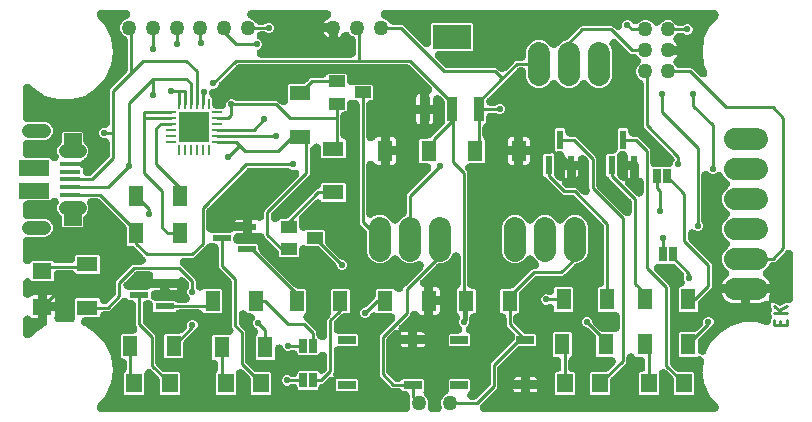
<source format=gbr>
G04 EAGLE Gerber RS-274X export*
G75*
%MOMM*%
%FSLAX34Y34*%
%LPD*%
%INTop Copper*%
%IPPOS*%
%AMOC8*
5,1,8,0,0,1.08239X$1,22.5*%
G01*
%ADD10C,0.228600*%
%ADD11R,1.300000X1.800000*%
%ADD12R,1.600000X1.400000*%
%ADD13R,1.800000X1.300000*%
%ADD14R,1.524000X0.762000*%
%ADD15C,1.270000*%
%ADD16R,0.254000X0.914400*%
%ADD17R,0.914400X0.254000*%
%ADD18R,2.540000X2.540000*%
%ADD19R,1.400000X1.000000*%
%ADD20R,0.901600X2.066000*%
%ADD21R,3.201600X2.066000*%
%ADD22R,1.750000X0.400000*%
%ADD23R,2.500000X1.375000*%
%ADD24C,1.158000*%
%ADD25C,1.208000*%
%ADD26C,1.879600*%
%ADD27R,0.635000X1.270000*%
%ADD28R,1.625600X0.609600*%
%ADD29R,1.400000X1.600000*%
%ADD30R,0.609600X1.625600*%
%ADD31C,0.254000*%
%ADD32C,0.558800*%

G36*
X356202Y5098D02*
X356202Y5098D01*
X356442Y5111D01*
X356476Y5118D01*
X356512Y5121D01*
X356747Y5173D01*
X356983Y5220D01*
X357016Y5232D01*
X357050Y5240D01*
X357275Y5325D01*
X357502Y5406D01*
X357533Y5423D01*
X357566Y5435D01*
X357777Y5552D01*
X357989Y5665D01*
X358018Y5686D01*
X358048Y5703D01*
X358240Y5850D01*
X358434Y5992D01*
X358459Y6017D01*
X358487Y6038D01*
X358655Y6210D01*
X358826Y6379D01*
X358848Y6408D01*
X358872Y6433D01*
X359014Y6627D01*
X359159Y6820D01*
X359176Y6851D01*
X359197Y6879D01*
X359308Y7091D01*
X359425Y7303D01*
X359437Y7336D01*
X359453Y7367D01*
X359533Y7594D01*
X359617Y7820D01*
X359625Y7854D01*
X359637Y7888D01*
X359683Y8124D01*
X359734Y8359D01*
X359736Y8395D01*
X359743Y8429D01*
X359755Y8670D01*
X359771Y8910D01*
X359768Y8945D01*
X359770Y8980D01*
X359747Y9220D01*
X359728Y9460D01*
X359720Y9494D01*
X359717Y9529D01*
X359659Y9763D01*
X359606Y9998D01*
X359592Y10039D01*
X359585Y10065D01*
X359560Y10126D01*
X359481Y10348D01*
X359155Y11134D01*
X359155Y14266D01*
X360354Y17161D01*
X362569Y19376D01*
X363154Y19618D01*
X363266Y19674D01*
X363382Y19721D01*
X363512Y19798D01*
X363647Y19865D01*
X363750Y19937D01*
X363858Y20001D01*
X363975Y20095D01*
X364099Y20181D01*
X364190Y20267D01*
X364288Y20346D01*
X364391Y20457D01*
X364501Y20560D01*
X364578Y20658D01*
X364664Y20750D01*
X364750Y20874D01*
X364844Y20992D01*
X364907Y21100D01*
X364978Y21203D01*
X365045Y21338D01*
X365120Y21469D01*
X365167Y21585D01*
X365223Y21698D01*
X365269Y21841D01*
X365326Y21981D01*
X365355Y22103D01*
X365394Y22222D01*
X365419Y22371D01*
X365454Y22517D01*
X365466Y22642D01*
X365487Y22766D01*
X365499Y23001D01*
X365505Y23067D01*
X365503Y23094D01*
X365505Y23137D01*
X365505Y32382D01*
X366398Y33275D01*
X382902Y33275D01*
X383795Y32382D01*
X383795Y23498D01*
X382294Y21998D01*
X382189Y21876D01*
X382077Y21761D01*
X382009Y21668D01*
X381933Y21580D01*
X381847Y21445D01*
X381752Y21315D01*
X381699Y21213D01*
X381636Y21115D01*
X381570Y20968D01*
X381496Y20827D01*
X381457Y20718D01*
X381410Y20612D01*
X381366Y20457D01*
X381312Y20306D01*
X381290Y20193D01*
X381258Y20082D01*
X381237Y19922D01*
X381206Y19765D01*
X381200Y19650D01*
X381185Y19535D01*
X381187Y19374D01*
X381179Y19214D01*
X381190Y19099D01*
X381192Y18983D01*
X381217Y18824D01*
X381232Y18665D01*
X381260Y18553D01*
X381278Y18438D01*
X381326Y18285D01*
X381364Y18129D01*
X381407Y18022D01*
X381442Y17912D01*
X381511Y17767D01*
X381572Y17618D01*
X381630Y17518D01*
X381680Y17414D01*
X381770Y17281D01*
X381851Y17142D01*
X381923Y17052D01*
X381988Y16956D01*
X382095Y16837D01*
X382196Y16712D01*
X382281Y16633D01*
X382358Y16547D01*
X382482Y16446D01*
X382600Y16336D01*
X382695Y16270D01*
X382784Y16197D01*
X382921Y16114D01*
X383054Y16022D01*
X383157Y15971D01*
X383256Y15911D01*
X383404Y15849D01*
X383548Y15777D01*
X383658Y15741D01*
X383764Y15696D01*
X383920Y15656D01*
X384072Y15606D01*
X384186Y15587D01*
X384298Y15558D01*
X384458Y15540D01*
X384616Y15513D01*
X384776Y15505D01*
X384846Y15497D01*
X384897Y15499D01*
X384987Y15495D01*
X387155Y15495D01*
X387360Y15510D01*
X387565Y15517D01*
X387634Y15530D01*
X387705Y15535D01*
X387906Y15579D01*
X388108Y15616D01*
X388174Y15638D01*
X388243Y15654D01*
X388436Y15727D01*
X388630Y15792D01*
X388693Y15824D01*
X388759Y15849D01*
X388939Y15949D01*
X389122Y16042D01*
X389180Y16083D01*
X389241Y16117D01*
X389405Y16242D01*
X389573Y16361D01*
X389640Y16421D01*
X389680Y16452D01*
X389729Y16503D01*
X389848Y16610D01*
X399950Y26712D01*
X400083Y26867D01*
X400224Y27018D01*
X400264Y27076D01*
X400310Y27129D01*
X400421Y27302D01*
X400538Y27472D01*
X400569Y27535D01*
X400607Y27594D01*
X400691Y27782D01*
X400783Y27966D01*
X400805Y28033D01*
X400834Y28097D01*
X400890Y28295D01*
X400954Y28490D01*
X400966Y28560D01*
X400985Y28628D01*
X401012Y28831D01*
X401047Y29034D01*
X401052Y29124D01*
X401058Y29175D01*
X401057Y29245D01*
X401065Y29405D01*
X401065Y45006D01*
X401491Y46033D01*
X420270Y64812D01*
X420404Y64967D01*
X420544Y65118D01*
X420584Y65176D01*
X420630Y65229D01*
X420741Y65403D01*
X420858Y65572D01*
X420889Y65635D01*
X420927Y65694D01*
X421011Y65882D01*
X421103Y66066D01*
X421125Y66133D01*
X421154Y66197D01*
X421210Y66395D01*
X421274Y66590D01*
X421286Y66660D01*
X421305Y66728D01*
X421332Y66931D01*
X421367Y67134D01*
X421372Y67224D01*
X421378Y67275D01*
X421377Y67345D01*
X421385Y67505D01*
X421385Y69655D01*
X421370Y69860D01*
X421363Y70065D01*
X421350Y70134D01*
X421345Y70205D01*
X421301Y70406D01*
X421264Y70608D01*
X421242Y70674D01*
X421226Y70743D01*
X421153Y70936D01*
X421088Y71130D01*
X421056Y71193D01*
X421031Y71259D01*
X420931Y71439D01*
X420838Y71622D01*
X420797Y71680D01*
X420763Y71742D01*
X420638Y71905D01*
X420519Y72073D01*
X420459Y72140D01*
X420428Y72180D01*
X420377Y72229D01*
X420270Y72348D01*
X416233Y76385D01*
X416232Y76385D01*
X414911Y77707D01*
X414485Y78734D01*
X414485Y84726D01*
X414482Y84771D01*
X414484Y84816D01*
X414462Y85046D01*
X414445Y85276D01*
X414436Y85320D01*
X414431Y85365D01*
X414376Y85589D01*
X414326Y85815D01*
X414310Y85857D01*
X414300Y85901D01*
X414213Y86115D01*
X414131Y86331D01*
X414109Y86370D01*
X414092Y86412D01*
X413975Y86611D01*
X413863Y86813D01*
X413835Y86849D01*
X413812Y86888D01*
X413668Y87068D01*
X413528Y87251D01*
X413496Y87283D01*
X413467Y87318D01*
X413297Y87476D01*
X413133Y87637D01*
X413097Y87663D01*
X413064Y87694D01*
X412873Y87826D01*
X412687Y87961D01*
X412647Y87982D01*
X412610Y88008D01*
X412402Y88111D01*
X412199Y88218D01*
X412156Y88233D01*
X412116Y88253D01*
X411896Y88324D01*
X411678Y88401D01*
X411634Y88410D01*
X411591Y88424D01*
X411363Y88463D01*
X411137Y88507D01*
X411092Y88509D01*
X411047Y88517D01*
X410676Y88535D01*
X410148Y88535D01*
X409255Y89428D01*
X409255Y108692D01*
X410148Y109585D01*
X418465Y109585D01*
X418670Y109600D01*
X418875Y109607D01*
X418944Y109620D01*
X419015Y109625D01*
X419216Y109669D01*
X419418Y109706D01*
X419484Y109728D01*
X419553Y109744D01*
X419746Y109817D01*
X419940Y109882D01*
X420004Y109914D01*
X420069Y109939D01*
X420249Y110039D01*
X420432Y110132D01*
X420490Y110173D01*
X420552Y110207D01*
X420715Y110332D01*
X420883Y110451D01*
X420950Y110511D01*
X420990Y110542D01*
X421039Y110593D01*
X421158Y110700D01*
X434695Y124237D01*
X434695Y124238D01*
X436017Y125559D01*
X437044Y125985D01*
X438144Y125985D01*
X438304Y125996D01*
X438465Y125998D01*
X438579Y126016D01*
X438694Y126025D01*
X438851Y126059D01*
X439010Y126084D01*
X439120Y126119D01*
X439233Y126144D01*
X439383Y126201D01*
X439536Y126248D01*
X439641Y126298D01*
X439749Y126339D01*
X439889Y126417D01*
X440034Y126487D01*
X440130Y126551D01*
X440231Y126607D01*
X440358Y126705D01*
X440492Y126794D01*
X440577Y126872D01*
X440669Y126942D01*
X440781Y127057D01*
X440900Y127165D01*
X440974Y127254D01*
X441055Y127337D01*
X441149Y127467D01*
X441251Y127591D01*
X441311Y127690D01*
X441379Y127783D01*
X441454Y127925D01*
X441537Y128063D01*
X441582Y128169D01*
X441636Y128271D01*
X441689Y128423D01*
X441751Y128571D01*
X441780Y128683D01*
X441819Y128792D01*
X441850Y128949D01*
X441890Y129105D01*
X441903Y129220D01*
X441925Y129333D01*
X441933Y129493D01*
X441951Y129653D01*
X441946Y129769D01*
X441952Y129884D01*
X441937Y130044D01*
X441931Y130204D01*
X441910Y130318D01*
X441899Y130433D01*
X441861Y130589D01*
X441832Y130747D01*
X441795Y130857D01*
X441767Y130969D01*
X441707Y131118D01*
X441656Y131270D01*
X441603Y131373D01*
X441560Y131480D01*
X441478Y131619D01*
X441406Y131762D01*
X441339Y131856D01*
X441280Y131956D01*
X441180Y132081D01*
X441087Y132212D01*
X440979Y132331D01*
X440935Y132386D01*
X440898Y132421D01*
X440837Y132488D01*
X437757Y135568D01*
X437724Y135645D01*
X437664Y135744D01*
X437612Y135847D01*
X437520Y135979D01*
X437436Y136115D01*
X437362Y136204D01*
X437296Y136299D01*
X437186Y136416D01*
X437083Y136539D01*
X436997Y136617D01*
X436918Y136701D01*
X436792Y136800D01*
X436672Y136908D01*
X436576Y136972D01*
X436485Y137044D01*
X436347Y137124D01*
X436213Y137213D01*
X436108Y137262D01*
X436008Y137320D01*
X435859Y137380D01*
X435714Y137449D01*
X435603Y137483D01*
X435496Y137526D01*
X435340Y137563D01*
X435186Y137610D01*
X435072Y137627D01*
X434960Y137654D01*
X434800Y137669D01*
X434641Y137693D01*
X434525Y137694D01*
X434410Y137705D01*
X434250Y137696D01*
X434089Y137697D01*
X433975Y137681D01*
X433859Y137675D01*
X433702Y137643D01*
X433543Y137621D01*
X433432Y137589D01*
X433319Y137566D01*
X433168Y137512D01*
X433013Y137467D01*
X432908Y137419D01*
X432799Y137380D01*
X432658Y137304D01*
X432511Y137238D01*
X432414Y137175D01*
X432312Y137121D01*
X432183Y137026D01*
X432048Y136938D01*
X431961Y136862D01*
X431868Y136794D01*
X431753Y136681D01*
X431632Y136575D01*
X431557Y136488D01*
X431475Y136407D01*
X431378Y136278D01*
X431274Y136156D01*
X431212Y136059D01*
X431142Y135966D01*
X431065Y135826D01*
X430979Y135690D01*
X430921Y135566D01*
X427827Y132472D01*
X423813Y130809D01*
X419467Y130809D01*
X415453Y132472D01*
X412380Y135545D01*
X410717Y139559D01*
X410717Y162701D01*
X412380Y166715D01*
X415453Y169788D01*
X419467Y171451D01*
X423813Y171451D01*
X427827Y169788D01*
X430923Y166692D01*
X430956Y166615D01*
X431016Y166517D01*
X431068Y166413D01*
X431160Y166282D01*
X431244Y166145D01*
X431318Y166056D01*
X431384Y165961D01*
X431494Y165844D01*
X431597Y165721D01*
X431683Y165643D01*
X431762Y165559D01*
X431888Y165460D01*
X432008Y165352D01*
X432104Y165288D01*
X432194Y165217D01*
X432333Y165136D01*
X432467Y165047D01*
X432572Y164998D01*
X432672Y164940D01*
X432820Y164880D01*
X432966Y164811D01*
X433076Y164777D01*
X433184Y164735D01*
X433340Y164697D01*
X433493Y164650D01*
X433608Y164633D01*
X433720Y164606D01*
X433880Y164591D01*
X434039Y164567D01*
X434154Y164566D01*
X434269Y164555D01*
X434430Y164564D01*
X434590Y164563D01*
X434705Y164579D01*
X434820Y164585D01*
X434978Y164617D01*
X435137Y164639D01*
X435248Y164671D01*
X435361Y164694D01*
X435512Y164748D01*
X435667Y164793D01*
X435772Y164841D01*
X435880Y164880D01*
X436022Y164955D01*
X436168Y165022D01*
X436266Y165085D01*
X436368Y165139D01*
X436497Y165234D01*
X436632Y165321D01*
X436719Y165397D01*
X436812Y165466D01*
X436926Y165579D01*
X437047Y165684D01*
X437122Y165772D01*
X437205Y165853D01*
X437302Y165982D01*
X437406Y166104D01*
X437468Y166201D01*
X437537Y166293D01*
X437615Y166434D01*
X437700Y166570D01*
X437759Y166694D01*
X440853Y169788D01*
X444867Y171451D01*
X449213Y171451D01*
X453227Y169788D01*
X456323Y166692D01*
X456356Y166615D01*
X456416Y166517D01*
X456468Y166413D01*
X456560Y166282D01*
X456644Y166145D01*
X456718Y166056D01*
X456784Y165961D01*
X456894Y165844D01*
X456997Y165721D01*
X457083Y165643D01*
X457162Y165559D01*
X457288Y165460D01*
X457408Y165352D01*
X457504Y165288D01*
X457594Y165217D01*
X457733Y165136D01*
X457867Y165047D01*
X457972Y164998D01*
X458072Y164940D01*
X458220Y164880D01*
X458366Y164811D01*
X458476Y164777D01*
X458584Y164735D01*
X458740Y164697D01*
X458893Y164650D01*
X459008Y164633D01*
X459120Y164606D01*
X459280Y164591D01*
X459439Y164567D01*
X459554Y164566D01*
X459669Y164555D01*
X459830Y164564D01*
X459990Y164563D01*
X460105Y164579D01*
X460220Y164585D01*
X460378Y164617D01*
X460537Y164639D01*
X460648Y164671D01*
X460761Y164694D01*
X460912Y164748D01*
X461067Y164793D01*
X461172Y164841D01*
X461280Y164880D01*
X461422Y164955D01*
X461568Y165022D01*
X461666Y165085D01*
X461768Y165139D01*
X461897Y165234D01*
X462032Y165321D01*
X462119Y165397D01*
X462212Y165466D01*
X462326Y165579D01*
X462447Y165684D01*
X462522Y165772D01*
X462605Y165853D01*
X462702Y165982D01*
X462806Y166104D01*
X462868Y166201D01*
X462937Y166293D01*
X463015Y166434D01*
X463100Y166570D01*
X463159Y166694D01*
X466253Y169788D01*
X470267Y171451D01*
X474613Y171451D01*
X478627Y169788D01*
X481700Y166715D01*
X483363Y162701D01*
X483363Y139559D01*
X481700Y135545D01*
X478627Y132472D01*
X474613Y130809D01*
X474159Y130809D01*
X473954Y130794D01*
X473749Y130787D01*
X473680Y130774D01*
X473609Y130769D01*
X473408Y130725D01*
X473206Y130688D01*
X473140Y130666D01*
X473071Y130650D01*
X472878Y130577D01*
X472684Y130512D01*
X472620Y130480D01*
X472555Y130455D01*
X472375Y130355D01*
X472192Y130262D01*
X472134Y130221D01*
X472072Y130187D01*
X471909Y130062D01*
X471741Y129943D01*
X471674Y129883D01*
X471634Y129852D01*
X471613Y129830D01*
X471611Y129829D01*
X471580Y129797D01*
X471466Y129694D01*
X463915Y122143D01*
X463915Y122142D01*
X462593Y120821D01*
X461566Y120395D01*
X440335Y120395D01*
X440130Y120380D01*
X439925Y120373D01*
X439856Y120360D01*
X439785Y120355D01*
X439584Y120311D01*
X439382Y120274D01*
X439316Y120252D01*
X439247Y120236D01*
X439054Y120163D01*
X438860Y120098D01*
X438797Y120066D01*
X438731Y120041D01*
X438551Y119941D01*
X438368Y119848D01*
X438310Y119807D01*
X438249Y119773D01*
X438085Y119648D01*
X437917Y119529D01*
X437850Y119469D01*
X437810Y119438D01*
X437761Y119387D01*
X437642Y119280D01*
X426420Y108058D01*
X426286Y107903D01*
X426146Y107752D01*
X426106Y107694D01*
X426060Y107641D01*
X425949Y107467D01*
X425832Y107298D01*
X425801Y107235D01*
X425763Y107176D01*
X425678Y106988D01*
X425587Y106804D01*
X425565Y106737D01*
X425536Y106673D01*
X425480Y106475D01*
X425416Y106280D01*
X425404Y106210D01*
X425385Y106142D01*
X425358Y105938D01*
X425323Y105736D01*
X425318Y105646D01*
X425312Y105595D01*
X425313Y105525D01*
X425305Y105365D01*
X425305Y89428D01*
X424412Y88535D01*
X423884Y88535D01*
X423839Y88532D01*
X423794Y88534D01*
X423564Y88512D01*
X423334Y88495D01*
X423290Y88486D01*
X423245Y88481D01*
X423021Y88426D01*
X422795Y88376D01*
X422753Y88360D01*
X422709Y88350D01*
X422495Y88263D01*
X422279Y88181D01*
X422240Y88159D01*
X422198Y88142D01*
X421999Y88025D01*
X421797Y87913D01*
X421761Y87885D01*
X421722Y87862D01*
X421542Y87718D01*
X421359Y87578D01*
X421327Y87546D01*
X421292Y87517D01*
X421134Y87347D01*
X420973Y87183D01*
X420947Y87147D01*
X420916Y87114D01*
X420784Y86923D01*
X420649Y86737D01*
X420628Y86697D01*
X420602Y86660D01*
X420499Y86451D01*
X420392Y86249D01*
X420377Y86206D01*
X420357Y86166D01*
X420286Y85946D01*
X420209Y85728D01*
X420200Y85684D01*
X420186Y85641D01*
X420147Y85413D01*
X420103Y85187D01*
X420101Y85142D01*
X420093Y85097D01*
X420075Y84726D01*
X420075Y82025D01*
X420090Y81820D01*
X420097Y81615D01*
X420110Y81546D01*
X420115Y81475D01*
X420159Y81274D01*
X420196Y81072D01*
X420218Y81006D01*
X420234Y80937D01*
X420307Y80744D01*
X420372Y80550D01*
X420404Y80486D01*
X420429Y80421D01*
X420529Y80241D01*
X420622Y80058D01*
X420663Y80000D01*
X420697Y79938D01*
X420822Y79775D01*
X420941Y79607D01*
X421001Y79540D01*
X421032Y79500D01*
X421083Y79451D01*
X421190Y79332D01*
X428032Y72490D01*
X428187Y72357D01*
X428338Y72216D01*
X428396Y72176D01*
X428449Y72130D01*
X428622Y72019D01*
X428792Y71902D01*
X428855Y71871D01*
X428914Y71833D01*
X429102Y71749D01*
X429286Y71657D01*
X429353Y71635D01*
X429417Y71606D01*
X429615Y71550D01*
X429810Y71486D01*
X429880Y71474D01*
X429948Y71455D01*
X430151Y71428D01*
X430354Y71393D01*
X430444Y71388D01*
X430495Y71382D01*
X430565Y71383D01*
X430725Y71375D01*
X438782Y71375D01*
X439675Y70482D01*
X439675Y61598D01*
X438782Y60705D01*
X425645Y60705D01*
X425440Y60690D01*
X425235Y60683D01*
X425166Y60670D01*
X425095Y60665D01*
X424894Y60621D01*
X424692Y60584D01*
X424626Y60562D01*
X424557Y60546D01*
X424364Y60473D01*
X424170Y60408D01*
X424106Y60376D01*
X424041Y60351D01*
X423861Y60251D01*
X423678Y60158D01*
X423620Y60117D01*
X423558Y60083D01*
X423395Y59958D01*
X423227Y59839D01*
X423160Y59779D01*
X423120Y59748D01*
X423071Y59698D01*
X422952Y59590D01*
X407770Y44408D01*
X407636Y44253D01*
X407496Y44102D01*
X407456Y44044D01*
X407410Y43991D01*
X407299Y43818D01*
X407182Y43648D01*
X407151Y43585D01*
X407113Y43526D01*
X407029Y43338D01*
X406937Y43154D01*
X406915Y43087D01*
X406886Y43023D01*
X406830Y42825D01*
X406766Y42630D01*
X406754Y42560D01*
X406735Y42492D01*
X406708Y42289D01*
X406673Y42086D01*
X406668Y41996D01*
X406662Y41945D01*
X406663Y41875D01*
X406655Y41715D01*
X406655Y26114D01*
X406229Y25087D01*
X404908Y23765D01*
X404907Y23765D01*
X392726Y11584D01*
X392621Y11462D01*
X392509Y11347D01*
X392441Y11254D01*
X392365Y11166D01*
X392278Y11030D01*
X392184Y10901D01*
X392131Y10799D01*
X392068Y10701D01*
X392002Y10554D01*
X391928Y10413D01*
X391889Y10304D01*
X391842Y10198D01*
X391798Y10044D01*
X391744Y9892D01*
X391722Y9779D01*
X391690Y9668D01*
X391669Y9508D01*
X391638Y9351D01*
X391633Y9236D01*
X391617Y9121D01*
X391619Y8960D01*
X391611Y8800D01*
X391622Y8685D01*
X391624Y8569D01*
X391649Y8410D01*
X391664Y8251D01*
X391692Y8139D01*
X391710Y8024D01*
X391758Y7871D01*
X391796Y7715D01*
X391839Y7608D01*
X391874Y7498D01*
X391943Y7353D01*
X392004Y7204D01*
X392062Y7104D01*
X392112Y7000D01*
X392202Y6867D01*
X392283Y6728D01*
X392355Y6638D01*
X392420Y6542D01*
X392527Y6423D01*
X392628Y6298D01*
X392713Y6219D01*
X392790Y6133D01*
X392914Y6031D01*
X393032Y5922D01*
X393127Y5856D01*
X393216Y5783D01*
X393353Y5699D01*
X393486Y5608D01*
X393589Y5557D01*
X393688Y5497D01*
X393836Y5435D01*
X393980Y5363D01*
X394090Y5327D01*
X394196Y5282D01*
X394352Y5242D01*
X394504Y5192D01*
X394618Y5173D01*
X394730Y5144D01*
X394890Y5126D01*
X395048Y5099D01*
X395208Y5091D01*
X395279Y5083D01*
X395329Y5085D01*
X395419Y5081D01*
X590324Y5081D01*
X590349Y5083D01*
X590374Y5081D01*
X590624Y5102D01*
X590875Y5121D01*
X590899Y5126D01*
X590923Y5128D01*
X591167Y5185D01*
X591413Y5240D01*
X591437Y5248D01*
X591460Y5254D01*
X591694Y5346D01*
X591929Y5435D01*
X591951Y5447D01*
X591974Y5456D01*
X592192Y5581D01*
X592411Y5703D01*
X592431Y5718D01*
X592452Y5730D01*
X592650Y5885D01*
X592850Y6038D01*
X592867Y6056D01*
X592886Y6071D01*
X593060Y6253D01*
X593235Y6433D01*
X593250Y6453D01*
X593267Y6471D01*
X593413Y6677D01*
X593560Y6879D01*
X593571Y6901D01*
X593585Y6921D01*
X593700Y7146D01*
X593816Y7367D01*
X593824Y7391D01*
X593836Y7413D01*
X593916Y7651D01*
X594000Y7888D01*
X594004Y7912D01*
X594012Y7935D01*
X594057Y8183D01*
X594106Y8429D01*
X594107Y8454D01*
X594111Y8478D01*
X594120Y8729D01*
X594133Y8980D01*
X594130Y9005D01*
X594131Y9029D01*
X594104Y9278D01*
X594080Y9529D01*
X594074Y9553D01*
X594071Y9578D01*
X594008Y9821D01*
X593948Y10065D01*
X593939Y10088D01*
X593933Y10112D01*
X593835Y10343D01*
X593740Y10576D01*
X593728Y10597D01*
X593718Y10620D01*
X593588Y10835D01*
X593461Y11052D01*
X593446Y11071D01*
X593433Y11092D01*
X593203Y11385D01*
X586874Y18689D01*
X582073Y29201D01*
X581014Y36564D01*
X581014Y36568D01*
X581013Y36572D01*
X580953Y36846D01*
X580897Y37103D01*
X580895Y37107D01*
X580894Y37111D01*
X580800Y37361D01*
X580702Y37619D01*
X580700Y37623D01*
X580699Y37627D01*
X580568Y37863D01*
X580435Y38102D01*
X580433Y38105D01*
X580431Y38109D01*
X580264Y38328D01*
X580159Y38466D01*
X580197Y38543D01*
X580235Y38657D01*
X580281Y38767D01*
X580320Y38918D01*
X580369Y39067D01*
X580390Y39185D01*
X580420Y39301D01*
X580437Y39456D01*
X580464Y39611D01*
X580467Y39730D01*
X580480Y39849D01*
X580475Y40006D01*
X580479Y40162D01*
X580463Y40329D01*
X580461Y40400D01*
X580452Y40448D01*
X580444Y40532D01*
X580428Y40640D01*
X581478Y47942D01*
X581489Y48099D01*
X581510Y48254D01*
X581509Y48373D01*
X581517Y48493D01*
X581505Y48649D01*
X581504Y48805D01*
X581485Y48923D01*
X581476Y49043D01*
X581442Y49196D01*
X581417Y49350D01*
X581382Y49465D01*
X581356Y49581D01*
X581300Y49728D01*
X581253Y49877D01*
X581202Y49985D01*
X581159Y50097D01*
X581083Y50234D01*
X581015Y50375D01*
X580949Y50474D01*
X580890Y50578D01*
X580795Y50703D01*
X580707Y50832D01*
X580627Y50921D01*
X580554Y51016D01*
X580442Y51125D01*
X580337Y51241D01*
X580244Y51317D01*
X580159Y51401D01*
X580032Y51492D01*
X579911Y51592D01*
X579809Y51654D01*
X579712Y51724D01*
X579573Y51796D01*
X579439Y51878D01*
X579329Y51924D01*
X579223Y51980D01*
X579075Y52031D01*
X578931Y52092D01*
X578815Y52122D01*
X578702Y52162D01*
X578549Y52192D01*
X578397Y52231D01*
X578278Y52244D01*
X578161Y52267D01*
X578004Y52274D01*
X577849Y52291D01*
X577729Y52287D01*
X577610Y52292D01*
X577454Y52277D01*
X577297Y52272D01*
X577180Y52250D01*
X577061Y52238D01*
X576909Y52201D01*
X576755Y52173D01*
X576641Y52134D01*
X576525Y52105D01*
X576380Y52046D01*
X576232Y51996D01*
X576125Y51942D01*
X576015Y51897D01*
X575880Y51817D01*
X575740Y51746D01*
X575682Y51705D01*
X561278Y51705D01*
X560385Y52598D01*
X560385Y71862D01*
X561278Y72755D01*
X573405Y72755D01*
X573610Y72770D01*
X573815Y72777D01*
X573884Y72790D01*
X573955Y72795D01*
X574156Y72839D01*
X574358Y72876D01*
X574424Y72898D01*
X574493Y72914D01*
X574686Y72987D01*
X574880Y73052D01*
X574943Y73084D01*
X575009Y73109D01*
X575189Y73209D01*
X575372Y73302D01*
X575430Y73343D01*
X575491Y73377D01*
X575655Y73502D01*
X575823Y73621D01*
X575890Y73681D01*
X575930Y73712D01*
X575979Y73763D01*
X576098Y73870D01*
X580036Y77808D01*
X580169Y77963D01*
X580310Y78114D01*
X580350Y78172D01*
X580396Y78225D01*
X580507Y78398D01*
X580624Y78568D01*
X580655Y78631D01*
X580693Y78690D01*
X580777Y78878D01*
X580869Y79062D01*
X580891Y79129D01*
X580920Y79193D01*
X580976Y79391D01*
X581040Y79586D01*
X581052Y79656D01*
X581071Y79724D01*
X581098Y79927D01*
X581133Y80130D01*
X581138Y80220D01*
X581144Y80271D01*
X581143Y80341D01*
X581151Y80501D01*
X581151Y82139D01*
X581809Y83726D01*
X583024Y84941D01*
X584611Y85599D01*
X586329Y85599D01*
X587916Y84941D01*
X589131Y83726D01*
X589789Y82139D01*
X589789Y80421D01*
X589131Y78834D01*
X587843Y77545D01*
X587841Y77544D01*
X587833Y77539D01*
X587824Y77534D01*
X587605Y77379D01*
X587389Y77228D01*
X587382Y77222D01*
X587374Y77216D01*
X587098Y76966D01*
X577550Y67418D01*
X577417Y67263D01*
X577276Y67112D01*
X577236Y67054D01*
X577190Y67001D01*
X577079Y66828D01*
X576962Y66658D01*
X576931Y66595D01*
X576893Y66536D01*
X576809Y66348D01*
X576717Y66164D01*
X576695Y66097D01*
X576666Y66033D01*
X576610Y65835D01*
X576546Y65640D01*
X576534Y65570D01*
X576515Y65502D01*
X576488Y65299D01*
X576453Y65096D01*
X576448Y65006D01*
X576442Y64955D01*
X576443Y64885D01*
X576435Y64725D01*
X576435Y57243D01*
X576436Y57231D01*
X576435Y57219D01*
X576456Y56955D01*
X576475Y56693D01*
X576477Y56681D01*
X576478Y56669D01*
X576537Y56413D01*
X576594Y56154D01*
X576598Y56143D01*
X576601Y56131D01*
X576696Y55885D01*
X576789Y55639D01*
X576795Y55628D01*
X576800Y55616D01*
X576929Y55387D01*
X577057Y55156D01*
X577065Y55146D01*
X577071Y55136D01*
X577232Y54928D01*
X577392Y54718D01*
X577401Y54709D01*
X577408Y54700D01*
X577599Y54516D01*
X577787Y54333D01*
X577797Y54325D01*
X577806Y54317D01*
X578021Y54163D01*
X578233Y54008D01*
X578244Y54002D01*
X578254Y53995D01*
X578490Y53873D01*
X578721Y53752D01*
X578733Y53748D01*
X578744Y53742D01*
X578996Y53655D01*
X579242Y53568D01*
X579254Y53566D01*
X579265Y53562D01*
X579526Y53512D01*
X579783Y53462D01*
X579795Y53461D01*
X579808Y53459D01*
X580072Y53448D01*
X580334Y53435D01*
X580346Y53436D01*
X580359Y53436D01*
X580622Y53463D01*
X580883Y53488D01*
X580895Y53491D01*
X580907Y53492D01*
X581164Y53557D01*
X581419Y53620D01*
X581430Y53624D01*
X581442Y53627D01*
X581684Y53728D01*
X581930Y53827D01*
X581941Y53834D01*
X581952Y53838D01*
X582176Y53972D01*
X582406Y54107D01*
X582415Y54115D01*
X582426Y54121D01*
X582627Y54285D01*
X582836Y54452D01*
X582845Y54461D01*
X582854Y54469D01*
X583030Y54660D01*
X583212Y54856D01*
X583219Y54866D01*
X583227Y54875D01*
X583375Y55092D01*
X583526Y55309D01*
X583531Y55321D01*
X583538Y55331D01*
X583709Y55661D01*
X586874Y62591D01*
X594442Y71325D01*
X604163Y77572D01*
X615252Y80828D01*
X626808Y80828D01*
X633673Y78813D01*
X633709Y78805D01*
X633744Y78793D01*
X633978Y78747D01*
X634212Y78696D01*
X634249Y78693D01*
X634285Y78686D01*
X634524Y78675D01*
X634762Y78658D01*
X634799Y78661D01*
X634836Y78659D01*
X635074Y78682D01*
X635312Y78701D01*
X635349Y78709D01*
X635385Y78712D01*
X635616Y78769D01*
X635851Y78822D01*
X635885Y78835D01*
X635921Y78844D01*
X636143Y78934D01*
X636366Y79020D01*
X636398Y79038D01*
X636432Y79052D01*
X636639Y79173D01*
X636847Y79290D01*
X636876Y79312D01*
X636908Y79331D01*
X637094Y79481D01*
X637284Y79627D01*
X637309Y79653D01*
X637338Y79676D01*
X637501Y79852D01*
X637667Y80023D01*
X637689Y80053D01*
X637714Y80080D01*
X637850Y80277D01*
X637990Y80471D01*
X638007Y80503D01*
X638028Y80534D01*
X638134Y80748D01*
X638244Y80960D01*
X638256Y80995D01*
X638273Y81028D01*
X638347Y81256D01*
X638425Y81481D01*
X638432Y81517D01*
X638444Y81553D01*
X638484Y81788D01*
X638529Y82023D01*
X638531Y82060D01*
X638537Y82096D01*
X638555Y82468D01*
X638555Y83772D01*
X638874Y84542D01*
X638939Y84737D01*
X639011Y84929D01*
X639026Y84998D01*
X639048Y85065D01*
X639084Y85268D01*
X639127Y85469D01*
X639132Y85539D01*
X639144Y85609D01*
X639150Y85814D01*
X639164Y86019D01*
X639158Y86089D01*
X639161Y86160D01*
X639137Y86365D01*
X639121Y86569D01*
X639106Y86638D01*
X639098Y86708D01*
X639045Y86907D01*
X638999Y87107D01*
X638969Y87192D01*
X638956Y87241D01*
X638928Y87306D01*
X638874Y87457D01*
X638555Y88227D01*
X638555Y89288D01*
X638937Y90210D01*
X638943Y90229D01*
X638952Y90247D01*
X639031Y90492D01*
X639111Y90734D01*
X639114Y90753D01*
X639120Y90773D01*
X639163Y91026D01*
X639207Y91277D01*
X639208Y91297D01*
X639211Y91317D01*
X639216Y91570D01*
X639224Y91828D01*
X639221Y91848D01*
X639222Y91869D01*
X639190Y92120D01*
X639161Y92376D01*
X639155Y92396D01*
X639153Y92416D01*
X639085Y92661D01*
X639019Y92909D01*
X639011Y92928D01*
X639006Y92948D01*
X638864Y93291D01*
X638584Y93886D01*
X638521Y95196D01*
X638548Y95367D01*
X638549Y95424D01*
X638556Y95480D01*
X638552Y95699D01*
X638555Y95919D01*
X638548Y95975D01*
X638547Y96031D01*
X638511Y96248D01*
X638482Y96466D01*
X638467Y96520D01*
X638458Y96576D01*
X638391Y96785D01*
X638331Y96996D01*
X638308Y97048D01*
X638291Y97102D01*
X638195Y97299D01*
X638105Y97500D01*
X638075Y97547D01*
X638050Y97598D01*
X637927Y97780D01*
X637857Y97889D01*
X637907Y97857D01*
X637963Y97813D01*
X638141Y97712D01*
X638315Y97603D01*
X638380Y97575D01*
X638442Y97539D01*
X638632Y97464D01*
X638820Y97382D01*
X638889Y97363D01*
X638955Y97337D01*
X639155Y97290D01*
X639352Y97236D01*
X639423Y97228D01*
X639492Y97211D01*
X639697Y97194D01*
X639900Y97169D01*
X639991Y97169D01*
X640042Y97164D01*
X640112Y97169D01*
X640272Y97168D01*
X641626Y97233D01*
X642625Y96874D01*
X643512Y96068D01*
X643699Y95921D01*
X643883Y95771D01*
X643915Y95751D01*
X643946Y95727D01*
X644152Y95609D01*
X644356Y95487D01*
X644391Y95472D01*
X644424Y95453D01*
X644645Y95366D01*
X644865Y95274D01*
X644902Y95265D01*
X644937Y95251D01*
X645169Y95196D01*
X645399Y95137D01*
X645437Y95133D01*
X645474Y95125D01*
X645712Y95104D01*
X645948Y95079D01*
X645986Y95081D01*
X646024Y95077D01*
X646261Y95092D01*
X646499Y95101D01*
X646537Y95108D01*
X646575Y95110D01*
X646807Y95158D01*
X647041Y95202D01*
X647078Y95214D01*
X647115Y95222D01*
X647339Y95304D01*
X647563Y95380D01*
X647606Y95401D01*
X647633Y95411D01*
X647693Y95443D01*
X647898Y95542D01*
X650825Y97139D01*
X651881Y97252D01*
X652215Y97154D01*
X652252Y97146D01*
X652288Y97133D01*
X652521Y97087D01*
X652754Y97037D01*
X652792Y97034D01*
X652829Y97027D01*
X653067Y97015D01*
X653305Y96999D01*
X653342Y97002D01*
X653380Y97000D01*
X653617Y97023D01*
X653855Y97041D01*
X653892Y97049D01*
X653929Y97053D01*
X654160Y97110D01*
X654393Y97162D01*
X654428Y97176D01*
X654465Y97185D01*
X654686Y97274D01*
X654908Y97360D01*
X654941Y97378D01*
X654976Y97392D01*
X655182Y97513D01*
X655389Y97629D01*
X655419Y97652D01*
X655452Y97672D01*
X655638Y97821D01*
X655826Y97966D01*
X655853Y97993D01*
X655882Y98017D01*
X656045Y98192D01*
X656210Y98362D01*
X656232Y98393D01*
X656258Y98420D01*
X656394Y98617D01*
X656533Y98810D01*
X656550Y98843D01*
X656572Y98874D01*
X656678Y99088D01*
X656788Y99299D01*
X656800Y99335D01*
X656817Y99369D01*
X656891Y99595D01*
X656969Y99820D01*
X656976Y99857D01*
X656988Y99893D01*
X657028Y100128D01*
X657073Y100362D01*
X657075Y100399D01*
X657081Y100437D01*
X657099Y100808D01*
X657099Y138491D01*
X657088Y138651D01*
X657086Y138811D01*
X657068Y138926D01*
X657059Y139041D01*
X657025Y139198D01*
X657000Y139356D01*
X656965Y139467D01*
X656940Y139580D01*
X656883Y139730D01*
X656836Y139883D01*
X656786Y139987D01*
X656745Y140095D01*
X656667Y140236D01*
X656597Y140381D01*
X656533Y140476D01*
X656477Y140578D01*
X656379Y140705D01*
X656290Y140839D01*
X656212Y140924D01*
X656142Y141016D01*
X656027Y141128D01*
X655919Y141247D01*
X655830Y141321D01*
X655747Y141401D01*
X655618Y141496D01*
X655493Y141598D01*
X655394Y141658D01*
X655301Y141726D01*
X655159Y141800D01*
X655021Y141884D01*
X654915Y141929D01*
X654813Y141982D01*
X654661Y142036D01*
X654513Y142098D01*
X654401Y142127D01*
X654292Y142166D01*
X654135Y142197D01*
X653979Y142237D01*
X653864Y142250D01*
X653751Y142272D01*
X653591Y142280D01*
X653431Y142297D01*
X653315Y142293D01*
X653200Y142299D01*
X653040Y142283D01*
X652879Y142278D01*
X652766Y142257D01*
X652651Y142246D01*
X652495Y142207D01*
X652337Y142179D01*
X652227Y142142D01*
X652115Y142114D01*
X651966Y142054D01*
X651814Y142002D01*
X651711Y141950D01*
X651604Y141906D01*
X651465Y141825D01*
X651322Y141752D01*
X651228Y141686D01*
X651128Y141627D01*
X651003Y141526D01*
X650872Y141434D01*
X650753Y141326D01*
X650698Y141282D01*
X650663Y141245D01*
X650596Y141184D01*
X650017Y140605D01*
X641663Y132251D01*
X640636Y131825D01*
X639828Y131825D01*
X639703Y131816D01*
X639578Y131817D01*
X639429Y131796D01*
X639278Y131785D01*
X639156Y131758D01*
X639031Y131741D01*
X638887Y131699D01*
X638739Y131666D01*
X638622Y131622D01*
X638502Y131587D01*
X638364Y131524D01*
X638224Y131471D01*
X638114Y131410D01*
X638000Y131358D01*
X637873Y131276D01*
X637741Y131203D01*
X637642Y131127D01*
X637536Y131059D01*
X637423Y130959D01*
X637303Y130868D01*
X637215Y130778D01*
X637121Y130696D01*
X637023Y130581D01*
X636918Y130473D01*
X636844Y130372D01*
X636762Y130276D01*
X636682Y130149D01*
X636593Y130027D01*
X636535Y129916D01*
X636468Y129810D01*
X636367Y129597D01*
X636337Y129539D01*
X636328Y129513D01*
X636309Y129474D01*
X635878Y128433D01*
X632554Y125109D01*
X632510Y125058D01*
X632460Y125011D01*
X632329Y124849D01*
X632193Y124692D01*
X632157Y124634D01*
X632114Y124581D01*
X632008Y124402D01*
X631897Y124227D01*
X631869Y124165D01*
X631834Y124106D01*
X631756Y123913D01*
X631670Y123724D01*
X631651Y123658D01*
X631626Y123595D01*
X631576Y123394D01*
X631519Y123193D01*
X631510Y123125D01*
X631493Y123059D01*
X631473Y122853D01*
X631446Y122647D01*
X631446Y122578D01*
X631440Y122510D01*
X631450Y122303D01*
X631452Y122095D01*
X631463Y122027D01*
X631466Y121959D01*
X631506Y121755D01*
X631538Y121550D01*
X631559Y121485D01*
X631572Y121418D01*
X631640Y121222D01*
X631702Y121023D01*
X631732Y120962D01*
X631754Y120897D01*
X631851Y120713D01*
X631940Y120526D01*
X631979Y120469D01*
X632010Y120409D01*
X632132Y120240D01*
X632248Y120068D01*
X632294Y120017D01*
X632334Y119962D01*
X632480Y119813D01*
X632619Y119659D01*
X632671Y119616D01*
X632719Y119567D01*
X633009Y119334D01*
X634396Y118326D01*
X635724Y116998D01*
X636829Y115477D01*
X637682Y113803D01*
X637933Y113029D01*
X617220Y113029D01*
X596507Y113029D01*
X596758Y113803D01*
X597611Y115477D01*
X598716Y116998D01*
X600044Y118326D01*
X601431Y119334D01*
X601483Y119378D01*
X601540Y119416D01*
X601694Y119556D01*
X601853Y119690D01*
X601898Y119741D01*
X601949Y119787D01*
X602081Y119947D01*
X602219Y120102D01*
X602256Y120160D01*
X602300Y120212D01*
X602407Y120390D01*
X602521Y120564D01*
X602550Y120626D01*
X602585Y120684D01*
X602666Y120875D01*
X602754Y121064D01*
X602773Y121130D01*
X602800Y121193D01*
X602852Y121393D01*
X602912Y121593D01*
X602921Y121660D01*
X602939Y121726D01*
X602961Y121933D01*
X602991Y122139D01*
X602991Y122207D01*
X602999Y122275D01*
X602991Y122483D01*
X602992Y122690D01*
X602982Y122758D01*
X602979Y122826D01*
X602942Y123031D01*
X602912Y123236D01*
X602893Y123302D01*
X602880Y123369D01*
X602814Y123566D01*
X602754Y123765D01*
X602726Y123827D01*
X602704Y123892D01*
X602610Y124077D01*
X602522Y124265D01*
X602485Y124322D01*
X602454Y124383D01*
X602334Y124553D01*
X602220Y124727D01*
X602175Y124778D01*
X602135Y124834D01*
X601886Y125109D01*
X598562Y128433D01*
X596899Y132447D01*
X596899Y136793D01*
X598562Y140807D01*
X601658Y143903D01*
X601735Y143936D01*
X601833Y143996D01*
X601937Y144048D01*
X602069Y144140D01*
X602206Y144224D01*
X602294Y144298D01*
X602389Y144364D01*
X602506Y144474D01*
X602629Y144577D01*
X602707Y144663D01*
X602791Y144742D01*
X602890Y144868D01*
X602998Y144988D01*
X603062Y145084D01*
X603134Y145174D01*
X603214Y145314D01*
X603303Y145447D01*
X603352Y145552D01*
X603410Y145652D01*
X603470Y145801D01*
X603539Y145946D01*
X603573Y146057D01*
X603616Y146164D01*
X603653Y146320D01*
X603700Y146474D01*
X603718Y146588D01*
X603744Y146700D01*
X603759Y146860D01*
X603783Y147019D01*
X603784Y147135D01*
X603795Y147250D01*
X603786Y147410D01*
X603787Y147571D01*
X603771Y147685D01*
X603765Y147800D01*
X603733Y147958D01*
X603711Y148117D01*
X603679Y148228D01*
X603656Y148341D01*
X603602Y148493D01*
X603557Y148647D01*
X603509Y148752D01*
X603470Y148861D01*
X603394Y149002D01*
X603328Y149149D01*
X603265Y149246D01*
X603211Y149348D01*
X603116Y149477D01*
X603028Y149612D01*
X602952Y149699D01*
X602884Y149792D01*
X602771Y149906D01*
X602665Y150028D01*
X602578Y150103D01*
X602497Y150185D01*
X602368Y150282D01*
X602246Y150386D01*
X602149Y150448D01*
X602056Y150517D01*
X601915Y150595D01*
X601780Y150681D01*
X601656Y150739D01*
X598562Y153833D01*
X596899Y157847D01*
X596899Y162193D01*
X598562Y166207D01*
X601658Y169303D01*
X601735Y169336D01*
X601833Y169396D01*
X601937Y169448D01*
X602069Y169540D01*
X602206Y169624D01*
X602294Y169698D01*
X602389Y169764D01*
X602506Y169874D01*
X602629Y169977D01*
X602707Y170063D01*
X602791Y170142D01*
X602890Y170268D01*
X602998Y170388D01*
X603062Y170484D01*
X603134Y170574D01*
X603214Y170714D01*
X603303Y170847D01*
X603352Y170952D01*
X603410Y171052D01*
X603470Y171201D01*
X603539Y171346D01*
X603573Y171456D01*
X603616Y171564D01*
X603653Y171720D01*
X603700Y171874D01*
X603718Y171988D01*
X603744Y172100D01*
X603759Y172260D01*
X603783Y172419D01*
X603784Y172535D01*
X603795Y172650D01*
X603786Y172810D01*
X603787Y172971D01*
X603771Y173085D01*
X603765Y173200D01*
X603733Y173358D01*
X603711Y173517D01*
X603679Y173628D01*
X603656Y173741D01*
X603602Y173893D01*
X603557Y174047D01*
X603509Y174152D01*
X603470Y174261D01*
X603394Y174402D01*
X603328Y174549D01*
X603265Y174646D01*
X603211Y174748D01*
X603116Y174877D01*
X603028Y175012D01*
X602952Y175099D01*
X602884Y175192D01*
X602771Y175306D01*
X602665Y175428D01*
X602578Y175503D01*
X602497Y175585D01*
X602368Y175682D01*
X602246Y175786D01*
X602149Y175848D01*
X602056Y175917D01*
X601915Y175995D01*
X601780Y176081D01*
X601656Y176139D01*
X598562Y179233D01*
X596899Y183247D01*
X596899Y187593D01*
X598562Y191607D01*
X601658Y194703D01*
X601735Y194736D01*
X601833Y194796D01*
X601937Y194848D01*
X602069Y194940D01*
X602206Y195024D01*
X602294Y195098D01*
X602389Y195164D01*
X602506Y195274D01*
X602629Y195377D01*
X602707Y195463D01*
X602791Y195542D01*
X602890Y195668D01*
X602998Y195788D01*
X603062Y195884D01*
X603134Y195974D01*
X603214Y196114D01*
X603303Y196247D01*
X603352Y196352D01*
X603410Y196452D01*
X603470Y196601D01*
X603539Y196746D01*
X603573Y196857D01*
X603616Y196964D01*
X603653Y197120D01*
X603700Y197274D01*
X603718Y197388D01*
X603744Y197500D01*
X603759Y197660D01*
X603783Y197819D01*
X603784Y197935D01*
X603795Y198050D01*
X603786Y198210D01*
X603787Y198371D01*
X603771Y198485D01*
X603765Y198600D01*
X603733Y198758D01*
X603711Y198917D01*
X603679Y199028D01*
X603656Y199141D01*
X603602Y199293D01*
X603557Y199447D01*
X603509Y199552D01*
X603470Y199661D01*
X603394Y199802D01*
X603328Y199949D01*
X603265Y200046D01*
X603211Y200148D01*
X603116Y200277D01*
X603028Y200412D01*
X602952Y200499D01*
X602884Y200592D01*
X602771Y200706D01*
X602665Y200828D01*
X602578Y200903D01*
X602497Y200985D01*
X602368Y201082D01*
X602246Y201186D01*
X602149Y201248D01*
X602056Y201317D01*
X601915Y201395D01*
X601780Y201481D01*
X601656Y201539D01*
X598562Y204633D01*
X598002Y205986D01*
X597894Y206201D01*
X597790Y206418D01*
X597770Y206447D01*
X597754Y206479D01*
X597617Y206675D01*
X597482Y206876D01*
X597458Y206902D01*
X597438Y206931D01*
X597274Y207106D01*
X597112Y207284D01*
X597084Y207307D01*
X597060Y207332D01*
X596872Y207482D01*
X596686Y207635D01*
X596656Y207653D01*
X596628Y207675D01*
X596420Y207796D01*
X596214Y207921D01*
X596181Y207935D01*
X596151Y207952D01*
X595928Y208042D01*
X595706Y208135D01*
X595671Y208144D01*
X595639Y208157D01*
X595405Y208214D01*
X595172Y208274D01*
X595136Y208278D01*
X595102Y208286D01*
X594864Y208308D01*
X594623Y208334D01*
X594588Y208333D01*
X594553Y208336D01*
X594313Y208323D01*
X594072Y208315D01*
X594037Y208309D01*
X594002Y208307D01*
X593765Y208259D01*
X593529Y208216D01*
X593496Y208205D01*
X593461Y208198D01*
X593234Y208116D01*
X593007Y208039D01*
X592975Y208024D01*
X592942Y208012D01*
X592729Y207898D01*
X592515Y207789D01*
X592486Y207769D01*
X592455Y207753D01*
X592260Y207610D01*
X592064Y207471D01*
X592032Y207442D01*
X592010Y207426D01*
X591963Y207379D01*
X591789Y207221D01*
X591726Y207159D01*
X590139Y206501D01*
X588421Y206501D01*
X586834Y207159D01*
X585878Y208115D01*
X585756Y208220D01*
X585641Y208332D01*
X585548Y208400D01*
X585460Y208476D01*
X585325Y208562D01*
X585195Y208657D01*
X585093Y208710D01*
X584995Y208772D01*
X584849Y208838D01*
X584707Y208913D01*
X584598Y208951D01*
X584492Y208999D01*
X584338Y209043D01*
X584186Y209096D01*
X584073Y209119D01*
X583962Y209150D01*
X583802Y209172D01*
X583645Y209203D01*
X583530Y209208D01*
X583415Y209224D01*
X583254Y209222D01*
X583094Y209230D01*
X582979Y209218D01*
X582863Y209217D01*
X582705Y209192D01*
X582545Y209177D01*
X582433Y209149D01*
X582318Y209131D01*
X582165Y209083D01*
X582009Y209045D01*
X581902Y209001D01*
X581792Y208967D01*
X581647Y208898D01*
X581498Y208837D01*
X581398Y208779D01*
X581294Y208729D01*
X581161Y208639D01*
X581022Y208558D01*
X580932Y208486D01*
X580836Y208421D01*
X580717Y208313D01*
X580592Y208213D01*
X580513Y208128D01*
X580427Y208050D01*
X580325Y207927D01*
X580216Y207809D01*
X580150Y207714D01*
X580077Y207625D01*
X579993Y207487D01*
X579902Y207355D01*
X579851Y207252D01*
X579791Y207153D01*
X579728Y207005D01*
X579657Y206861D01*
X579621Y206751D01*
X579576Y206644D01*
X579536Y206489D01*
X579486Y206336D01*
X579467Y206222D01*
X579438Y206111D01*
X579420Y205951D01*
X579393Y205793D01*
X579385Y205632D01*
X579377Y205562D01*
X579379Y205511D01*
X579375Y205421D01*
X579375Y167451D01*
X579390Y167246D01*
X579397Y167040D01*
X579410Y166971D01*
X579415Y166900D01*
X579459Y166699D01*
X579496Y166497D01*
X579518Y166431D01*
X579534Y166362D01*
X579607Y166169D01*
X579672Y165975D01*
X579704Y165912D01*
X579729Y165846D01*
X579829Y165666D01*
X579922Y165483D01*
X579963Y165425D01*
X579997Y165364D01*
X580122Y165200D01*
X580216Y165068D01*
X580899Y163419D01*
X580899Y161701D01*
X580241Y160114D01*
X579026Y158899D01*
X577439Y158241D01*
X575721Y158241D01*
X574039Y158938D01*
X574030Y158946D01*
X573895Y159032D01*
X573765Y159127D01*
X573663Y159180D01*
X573565Y159242D01*
X573419Y159308D01*
X573277Y159383D01*
X573168Y159421D01*
X573062Y159469D01*
X572908Y159513D01*
X572756Y159566D01*
X572643Y159589D01*
X572532Y159620D01*
X572372Y159642D01*
X572215Y159673D01*
X572100Y159678D01*
X571985Y159694D01*
X571824Y159692D01*
X571664Y159700D01*
X571549Y159688D01*
X571433Y159687D01*
X571274Y159662D01*
X571115Y159647D01*
X571003Y159619D01*
X570889Y159601D01*
X570735Y159553D01*
X570579Y159515D01*
X570472Y159471D01*
X570362Y159437D01*
X570217Y159368D01*
X570068Y159307D01*
X569968Y159249D01*
X569864Y159199D01*
X569731Y159109D01*
X569592Y159028D01*
X569502Y158955D01*
X569406Y158891D01*
X569287Y158783D01*
X569162Y158683D01*
X569083Y158598D01*
X568998Y158521D01*
X568896Y158397D01*
X568786Y158279D01*
X568720Y158184D01*
X568647Y158095D01*
X568564Y157957D01*
X568472Y157825D01*
X568421Y157722D01*
X568361Y157623D01*
X568299Y157475D01*
X568227Y157331D01*
X568191Y157221D01*
X568147Y157115D01*
X568106Y156959D01*
X568056Y156806D01*
X568037Y156693D01*
X568008Y156581D01*
X567990Y156421D01*
X567963Y156263D01*
X567955Y156102D01*
X567947Y156032D01*
X567949Y155982D01*
X567945Y155891D01*
X567945Y152595D01*
X567960Y152390D01*
X567967Y152185D01*
X567980Y152116D01*
X567985Y152045D01*
X568029Y151844D01*
X568066Y151642D01*
X568088Y151576D01*
X568104Y151507D01*
X568177Y151314D01*
X568242Y151120D01*
X568274Y151057D01*
X568299Y150991D01*
X568399Y150811D01*
X568492Y150628D01*
X568533Y150570D01*
X568567Y150509D01*
X568692Y150345D01*
X568811Y150177D01*
X568871Y150110D01*
X568902Y150070D01*
X568953Y150021D01*
X569060Y149902D01*
X587839Y131123D01*
X588265Y130096D01*
X588265Y111204D01*
X587839Y110177D01*
X577550Y99888D01*
X577417Y99733D01*
X577276Y99582D01*
X577236Y99524D01*
X577190Y99471D01*
X577079Y99298D01*
X576962Y99128D01*
X576931Y99065D01*
X576893Y99006D01*
X576809Y98818D01*
X576717Y98634D01*
X576695Y98567D01*
X576666Y98503D01*
X576610Y98305D01*
X576546Y98110D01*
X576534Y98040D01*
X576515Y97972D01*
X576488Y97769D01*
X576453Y97566D01*
X576448Y97476D01*
X576442Y97425D01*
X576443Y97355D01*
X576435Y97195D01*
X576435Y90698D01*
X575542Y89805D01*
X561278Y89805D01*
X560385Y90698D01*
X560385Y109962D01*
X561278Y110855D01*
X561590Y110855D01*
X561831Y110872D01*
X562070Y110885D01*
X562105Y110892D01*
X562140Y110895D01*
X562376Y110947D01*
X562611Y110994D01*
X562644Y111006D01*
X562679Y111014D01*
X562903Y111099D01*
X563130Y111180D01*
X563162Y111197D01*
X563194Y111209D01*
X563405Y111326D01*
X563617Y111439D01*
X563646Y111460D01*
X563677Y111477D01*
X563868Y111624D01*
X564062Y111766D01*
X564087Y111791D01*
X564115Y111812D01*
X564283Y111984D01*
X564455Y112153D01*
X564476Y112182D01*
X564501Y112207D01*
X564642Y112401D01*
X564787Y112594D01*
X564804Y112625D01*
X564825Y112653D01*
X564936Y112865D01*
X565053Y113077D01*
X565065Y113110D01*
X565081Y113141D01*
X565161Y113368D01*
X565246Y113594D01*
X565253Y113628D01*
X565265Y113662D01*
X565311Y113898D01*
X565362Y114133D01*
X565364Y114169D01*
X565371Y114203D01*
X565383Y114444D01*
X565399Y114684D01*
X565396Y114719D01*
X565398Y114754D01*
X565375Y114993D01*
X565356Y115234D01*
X565348Y115268D01*
X565345Y115303D01*
X565288Y115536D01*
X565234Y115772D01*
X565220Y115813D01*
X565213Y115839D01*
X565189Y115900D01*
X565109Y116122D01*
X564641Y117251D01*
X564641Y118969D01*
X564713Y119143D01*
X564753Y119262D01*
X564802Y119377D01*
X564839Y119523D01*
X564887Y119666D01*
X564909Y119790D01*
X564940Y119911D01*
X564957Y120061D01*
X564983Y120210D01*
X564987Y120335D01*
X565001Y120460D01*
X564995Y120610D01*
X565000Y120761D01*
X564985Y120886D01*
X564981Y121011D01*
X564954Y121159D01*
X564937Y121309D01*
X564905Y121430D01*
X564882Y121554D01*
X564834Y121697D01*
X564795Y121842D01*
X564746Y121958D01*
X564706Y122077D01*
X564637Y122211D01*
X564578Y122349D01*
X564512Y122457D01*
X564456Y122568D01*
X564369Y122691D01*
X564290Y122820D01*
X564210Y122916D01*
X564137Y123019D01*
X563979Y123193D01*
X563937Y123244D01*
X563917Y123262D01*
X563888Y123294D01*
X557742Y129440D01*
X557587Y129573D01*
X557436Y129714D01*
X557378Y129754D01*
X557325Y129800D01*
X557152Y129911D01*
X556982Y130028D01*
X556919Y130059D01*
X556860Y130097D01*
X556672Y130181D01*
X556488Y130273D01*
X556421Y130295D01*
X556357Y130324D01*
X556159Y130380D01*
X555964Y130444D01*
X555894Y130456D01*
X555826Y130475D01*
X555623Y130502D01*
X555420Y130537D01*
X555330Y130542D01*
X555279Y130548D01*
X555209Y130547D01*
X555049Y130555D01*
X542993Y130555D01*
X542833Y130544D01*
X542673Y130542D01*
X542559Y130524D01*
X542443Y130515D01*
X542286Y130481D01*
X542128Y130456D01*
X542017Y130421D01*
X541904Y130396D01*
X541754Y130339D01*
X541601Y130292D01*
X541497Y130242D01*
X541389Y130201D01*
X541248Y130123D01*
X541103Y130053D01*
X541007Y129989D01*
X540906Y129933D01*
X540779Y129835D01*
X540646Y129746D01*
X540560Y129668D01*
X540468Y129598D01*
X540356Y129483D01*
X540237Y129375D01*
X540163Y129286D01*
X540083Y129203D01*
X539988Y129074D01*
X539886Y128949D01*
X539826Y128850D01*
X539758Y128757D01*
X539683Y128615D01*
X539600Y128477D01*
X539555Y128371D01*
X539502Y128269D01*
X539448Y128117D01*
X539386Y127969D01*
X539357Y127857D01*
X539318Y127748D01*
X539287Y127591D01*
X539247Y127435D01*
X539234Y127320D01*
X539212Y127207D01*
X539204Y127047D01*
X539187Y126887D01*
X539191Y126771D01*
X539185Y126656D01*
X539201Y126496D01*
X539206Y126336D01*
X539227Y126222D01*
X539238Y126107D01*
X539276Y125951D01*
X539305Y125793D01*
X539342Y125683D01*
X539370Y125571D01*
X539430Y125422D01*
X539482Y125270D01*
X539534Y125167D01*
X539578Y125060D01*
X539659Y124921D01*
X539732Y124778D01*
X539798Y124684D01*
X539857Y124584D01*
X539958Y124459D01*
X540050Y124328D01*
X540158Y124209D01*
X540202Y124154D01*
X540239Y124119D01*
X540300Y124052D01*
X550957Y113395D01*
X550958Y113395D01*
X552279Y112073D01*
X552705Y111046D01*
X552705Y46945D01*
X552707Y46915D01*
X552706Y46892D01*
X552717Y46775D01*
X552720Y46740D01*
X552727Y46535D01*
X552740Y46466D01*
X552745Y46395D01*
X552789Y46194D01*
X552826Y45992D01*
X552848Y45926D01*
X552864Y45857D01*
X552937Y45664D01*
X553002Y45470D01*
X553034Y45406D01*
X553059Y45341D01*
X553159Y45161D01*
X553252Y44978D01*
X553293Y44920D01*
X553327Y44858D01*
X553452Y44695D01*
X553571Y44527D01*
X553631Y44460D01*
X553662Y44420D01*
X553713Y44371D01*
X553820Y44252D01*
X558222Y39850D01*
X558377Y39717D01*
X558528Y39576D01*
X558586Y39536D01*
X558639Y39490D01*
X558812Y39379D01*
X558982Y39262D01*
X559045Y39231D01*
X559104Y39193D01*
X559292Y39109D01*
X559476Y39017D01*
X559543Y38995D01*
X559607Y38966D01*
X559805Y38910D01*
X560000Y38846D01*
X560070Y38834D01*
X560138Y38815D01*
X560341Y38788D01*
X560544Y38753D01*
X560634Y38748D01*
X560685Y38742D01*
X560755Y38743D01*
X560915Y38735D01*
X572542Y38735D01*
X573749Y37527D01*
X573720Y37469D01*
X573719Y37465D01*
X573717Y37462D01*
X573633Y37202D01*
X573548Y36945D01*
X573548Y36941D01*
X573546Y36937D01*
X573500Y36667D01*
X573454Y36402D01*
X573454Y36398D01*
X573453Y36393D01*
X573435Y36022D01*
X573435Y20578D01*
X572542Y19685D01*
X557278Y19685D01*
X556385Y20578D01*
X556385Y32205D01*
X556370Y32410D01*
X556363Y32615D01*
X556350Y32684D01*
X556345Y32755D01*
X556301Y32956D01*
X556264Y33158D01*
X556242Y33224D01*
X556226Y33293D01*
X556153Y33486D01*
X556088Y33680D01*
X556056Y33744D01*
X556031Y33809D01*
X555931Y33989D01*
X555838Y34172D01*
X555797Y34230D01*
X555763Y34292D01*
X555638Y34455D01*
X555519Y34623D01*
X555459Y34690D01*
X555428Y34730D01*
X555377Y34779D01*
X555270Y34898D01*
X549938Y40230D01*
X549816Y40335D01*
X549701Y40447D01*
X549608Y40515D01*
X549520Y40591D01*
X549385Y40677D01*
X549255Y40772D01*
X549153Y40825D01*
X549055Y40888D01*
X548909Y40954D01*
X548767Y41028D01*
X548658Y41067D01*
X548552Y41114D01*
X548398Y41158D01*
X548246Y41212D01*
X548133Y41234D01*
X548022Y41266D01*
X547862Y41287D01*
X547705Y41318D01*
X547590Y41323D01*
X547475Y41339D01*
X547314Y41337D01*
X547154Y41345D01*
X547039Y41334D01*
X546923Y41332D01*
X546764Y41307D01*
X546605Y41292D01*
X546493Y41264D01*
X546378Y41246D01*
X546225Y41198D01*
X546069Y41160D01*
X545962Y41117D01*
X545852Y41082D01*
X545707Y41013D01*
X545558Y40952D01*
X545458Y40894D01*
X545354Y40844D01*
X545221Y40754D01*
X545082Y40673D01*
X544992Y40601D01*
X544896Y40536D01*
X544777Y40428D01*
X544652Y40328D01*
X544573Y40243D01*
X544487Y40166D01*
X544385Y40042D01*
X544276Y39924D01*
X544210Y39829D01*
X544137Y39740D01*
X544053Y39603D01*
X543962Y39470D01*
X543911Y39367D01*
X543851Y39268D01*
X543789Y39120D01*
X543717Y38976D01*
X543681Y38866D01*
X543636Y38760D01*
X543596Y38604D01*
X543546Y38452D01*
X543527Y38338D01*
X543498Y38226D01*
X543480Y38066D01*
X543453Y37908D01*
X543445Y37748D01*
X543437Y37677D01*
X543439Y37627D01*
X543435Y37537D01*
X543435Y20578D01*
X542542Y19685D01*
X527278Y19685D01*
X526385Y20578D01*
X526385Y37842D01*
X527278Y38735D01*
X528306Y38735D01*
X528351Y38738D01*
X528396Y38736D01*
X528626Y38758D01*
X528856Y38775D01*
X528900Y38784D01*
X528945Y38789D01*
X529169Y38844D01*
X529395Y38894D01*
X529437Y38910D01*
X529481Y38920D01*
X529695Y39007D01*
X529911Y39089D01*
X529950Y39111D01*
X529992Y39128D01*
X530191Y39245D01*
X530393Y39357D01*
X530429Y39385D01*
X530468Y39408D01*
X530648Y39552D01*
X530831Y39692D01*
X530863Y39724D01*
X530898Y39753D01*
X531056Y39923D01*
X531217Y40087D01*
X531243Y40123D01*
X531274Y40156D01*
X531406Y40347D01*
X531541Y40533D01*
X531562Y40573D01*
X531588Y40610D01*
X531690Y40817D01*
X531798Y41021D01*
X531813Y41064D01*
X531833Y41104D01*
X531904Y41324D01*
X531981Y41542D01*
X531990Y41586D01*
X532004Y41629D01*
X532043Y41857D01*
X532087Y42083D01*
X532089Y42128D01*
X532097Y42173D01*
X532115Y42544D01*
X532115Y47896D01*
X532112Y47941D01*
X532114Y47986D01*
X532092Y48215D01*
X532075Y48446D01*
X532066Y48490D01*
X532061Y48535D01*
X532006Y48759D01*
X531956Y48985D01*
X531940Y49027D01*
X531930Y49071D01*
X531843Y49285D01*
X531761Y49501D01*
X531739Y49540D01*
X531722Y49582D01*
X531605Y49781D01*
X531493Y49983D01*
X531465Y50019D01*
X531442Y50058D01*
X531298Y50238D01*
X531158Y50421D01*
X531126Y50453D01*
X531097Y50488D01*
X530927Y50646D01*
X530763Y50807D01*
X530727Y50833D01*
X530694Y50864D01*
X530503Y50996D01*
X530317Y51131D01*
X530277Y51152D01*
X530240Y51178D01*
X530032Y51281D01*
X529829Y51388D01*
X529786Y51403D01*
X529746Y51423D01*
X529526Y51494D01*
X529308Y51571D01*
X529264Y51580D01*
X529221Y51594D01*
X528993Y51633D01*
X528767Y51677D01*
X528722Y51679D01*
X528677Y51687D01*
X528306Y51705D01*
X524278Y51705D01*
X522378Y53606D01*
X522256Y53711D01*
X522141Y53823D01*
X522048Y53891D01*
X521960Y53967D01*
X521825Y54053D01*
X521695Y54148D01*
X521593Y54201D01*
X521495Y54264D01*
X521348Y54330D01*
X521207Y54404D01*
X521098Y54443D01*
X520992Y54490D01*
X520837Y54534D01*
X520686Y54588D01*
X520573Y54610D01*
X520462Y54642D01*
X520302Y54663D01*
X520145Y54694D01*
X520030Y54700D01*
X519915Y54715D01*
X519754Y54713D01*
X519594Y54721D01*
X519479Y54710D01*
X519363Y54708D01*
X519204Y54683D01*
X519045Y54668D01*
X518933Y54640D01*
X518818Y54622D01*
X518665Y54574D01*
X518509Y54536D01*
X518402Y54493D01*
X518292Y54458D01*
X518147Y54389D01*
X517998Y54328D01*
X517898Y54270D01*
X517794Y54220D01*
X517661Y54130D01*
X517522Y54049D01*
X517432Y53977D01*
X517336Y53912D01*
X517217Y53805D01*
X517092Y53704D01*
X517013Y53619D01*
X516927Y53542D01*
X516826Y53418D01*
X516716Y53300D01*
X516650Y53205D01*
X516577Y53116D01*
X516494Y52979D01*
X516402Y52846D01*
X516351Y52743D01*
X516291Y52644D01*
X516229Y52496D01*
X516157Y52352D01*
X516121Y52242D01*
X516076Y52136D01*
X516036Y51980D01*
X515986Y51828D01*
X515967Y51714D01*
X515938Y51602D01*
X515920Y51442D01*
X515893Y51284D01*
X515885Y51124D01*
X515877Y51054D01*
X515879Y51003D01*
X515875Y50913D01*
X515875Y47944D01*
X515449Y46917D01*
X503430Y34898D01*
X503297Y34743D01*
X503156Y34592D01*
X503116Y34534D01*
X503070Y34481D01*
X502959Y34308D01*
X502842Y34138D01*
X502811Y34075D01*
X502773Y34016D01*
X502689Y33828D01*
X502597Y33644D01*
X502575Y33577D01*
X502546Y33513D01*
X502490Y33315D01*
X502426Y33120D01*
X502414Y33050D01*
X502395Y32982D01*
X502368Y32779D01*
X502333Y32576D01*
X502328Y32486D01*
X502322Y32435D01*
X502323Y32365D01*
X502315Y32205D01*
X502315Y20578D01*
X501422Y19685D01*
X486158Y19685D01*
X485265Y20578D01*
X485265Y37842D01*
X486158Y38735D01*
X497785Y38735D01*
X497990Y38750D01*
X498195Y38757D01*
X498264Y38770D01*
X498335Y38775D01*
X498536Y38819D01*
X498738Y38856D01*
X498804Y38878D01*
X498873Y38894D01*
X499066Y38967D01*
X499260Y39032D01*
X499323Y39064D01*
X499389Y39089D01*
X499569Y39189D01*
X499752Y39282D01*
X499810Y39323D01*
X499871Y39357D01*
X500035Y39482D01*
X500203Y39601D01*
X500270Y39661D01*
X500310Y39692D01*
X500359Y39743D01*
X500478Y39850D01*
X505830Y45202D01*
X505935Y45324D01*
X506047Y45439D01*
X506115Y45532D01*
X506191Y45620D01*
X506277Y45755D01*
X506372Y45885D01*
X506425Y45987D01*
X506488Y46085D01*
X506554Y46232D01*
X506628Y46373D01*
X506667Y46482D01*
X506714Y46588D01*
X506758Y46742D01*
X506812Y46894D01*
X506834Y47007D01*
X506866Y47118D01*
X506887Y47278D01*
X506918Y47435D01*
X506923Y47550D01*
X506939Y47665D01*
X506937Y47826D01*
X506945Y47986D01*
X506934Y48101D01*
X506932Y48217D01*
X506907Y48376D01*
X506892Y48535D01*
X506864Y48647D01*
X506846Y48762D01*
X506798Y48915D01*
X506760Y49071D01*
X506717Y49178D01*
X506682Y49288D01*
X506613Y49433D01*
X506552Y49582D01*
X506494Y49682D01*
X506444Y49786D01*
X506354Y49919D01*
X506273Y50058D01*
X506201Y50148D01*
X506136Y50244D01*
X506029Y50363D01*
X505928Y50488D01*
X505843Y50567D01*
X505766Y50653D01*
X505642Y50754D01*
X505524Y50864D01*
X505429Y50930D01*
X505340Y51003D01*
X505203Y51086D01*
X505070Y51178D01*
X504967Y51229D01*
X504868Y51289D01*
X504720Y51351D01*
X504576Y51423D01*
X504466Y51459D01*
X504360Y51504D01*
X504204Y51544D01*
X504052Y51594D01*
X503938Y51613D01*
X503826Y51642D01*
X503666Y51660D01*
X503508Y51687D01*
X503348Y51695D01*
X503277Y51703D01*
X503227Y51701D01*
X503137Y51705D01*
X491428Y51705D01*
X490535Y52598D01*
X490535Y67815D01*
X490520Y68020D01*
X490513Y68225D01*
X490500Y68294D01*
X490495Y68365D01*
X490451Y68565D01*
X490414Y68768D01*
X490392Y68834D01*
X490376Y68903D01*
X490303Y69096D01*
X490238Y69290D01*
X490206Y69353D01*
X490181Y69419D01*
X490081Y69599D01*
X489988Y69782D01*
X489947Y69840D01*
X489913Y69901D01*
X489788Y70065D01*
X489669Y70233D01*
X489609Y70300D01*
X489578Y70340D01*
X489527Y70389D01*
X489420Y70508D01*
X484082Y75846D01*
X483927Y75979D01*
X483776Y76120D01*
X483718Y76160D01*
X483665Y76206D01*
X483492Y76317D01*
X483322Y76434D01*
X483259Y76465D01*
X483200Y76503D01*
X483012Y76587D01*
X482828Y76679D01*
X482761Y76701D01*
X482697Y76730D01*
X482499Y76786D01*
X482304Y76850D01*
X482234Y76862D01*
X482166Y76881D01*
X481963Y76908D01*
X481802Y76936D01*
X480154Y77619D01*
X478939Y78834D01*
X478281Y80421D01*
X478281Y82139D01*
X478939Y83726D01*
X480154Y84941D01*
X481741Y85599D01*
X483459Y85599D01*
X485046Y84941D01*
X486261Y83726D01*
X486941Y82086D01*
X486941Y82081D01*
X486954Y82012D01*
X486959Y81941D01*
X487003Y81740D01*
X487040Y81538D01*
X487062Y81472D01*
X487078Y81403D01*
X487151Y81210D01*
X487216Y81016D01*
X487248Y80953D01*
X487273Y80887D01*
X487373Y80707D01*
X487466Y80524D01*
X487507Y80466D01*
X487541Y80405D01*
X487666Y80241D01*
X487785Y80073D01*
X487845Y80006D01*
X487876Y79966D01*
X487927Y79917D01*
X488034Y79798D01*
X493962Y73870D01*
X494117Y73737D01*
X494268Y73596D01*
X494326Y73556D01*
X494379Y73510D01*
X494552Y73399D01*
X494722Y73282D01*
X494785Y73251D01*
X494844Y73213D01*
X495032Y73129D01*
X495216Y73037D01*
X495283Y73015D01*
X495347Y72986D01*
X495545Y72930D01*
X495740Y72866D01*
X495810Y72854D01*
X495878Y72835D01*
X496081Y72808D01*
X496284Y72773D01*
X496374Y72768D01*
X496425Y72762D01*
X496495Y72763D01*
X496655Y72755D01*
X506476Y72755D01*
X506521Y72758D01*
X506566Y72756D01*
X506796Y72778D01*
X507026Y72795D01*
X507070Y72804D01*
X507115Y72809D01*
X507339Y72864D01*
X507565Y72914D01*
X507607Y72930D01*
X507651Y72940D01*
X507865Y73027D01*
X508081Y73109D01*
X508120Y73131D01*
X508162Y73148D01*
X508361Y73265D01*
X508563Y73377D01*
X508599Y73405D01*
X508638Y73428D01*
X508818Y73572D01*
X509001Y73712D01*
X509033Y73744D01*
X509068Y73773D01*
X509226Y73943D01*
X509387Y74107D01*
X509413Y74143D01*
X509444Y74176D01*
X509576Y74367D01*
X509711Y74553D01*
X509732Y74593D01*
X509758Y74630D01*
X509860Y74837D01*
X509968Y75041D01*
X509983Y75084D01*
X510003Y75124D01*
X510074Y75344D01*
X510151Y75562D01*
X510160Y75606D01*
X510174Y75649D01*
X510213Y75877D01*
X510257Y76103D01*
X510259Y76148D01*
X510267Y76193D01*
X510285Y76564D01*
X510285Y85996D01*
X510282Y86041D01*
X510284Y86086D01*
X510262Y86316D01*
X510245Y86546D01*
X510236Y86590D01*
X510231Y86635D01*
X510176Y86859D01*
X510126Y87085D01*
X510110Y87127D01*
X510100Y87171D01*
X510013Y87385D01*
X509931Y87601D01*
X509909Y87640D01*
X509892Y87682D01*
X509775Y87881D01*
X509663Y88083D01*
X509635Y88119D01*
X509612Y88158D01*
X509468Y88338D01*
X509328Y88521D01*
X509296Y88553D01*
X509267Y88588D01*
X509097Y88746D01*
X508933Y88907D01*
X508897Y88933D01*
X508864Y88964D01*
X508673Y89096D01*
X508487Y89231D01*
X508447Y89252D01*
X508410Y89278D01*
X508202Y89381D01*
X507999Y89488D01*
X507956Y89503D01*
X507916Y89523D01*
X507696Y89594D01*
X507478Y89671D01*
X507434Y89680D01*
X507391Y89694D01*
X507163Y89733D01*
X506937Y89777D01*
X506892Y89779D01*
X506847Y89787D01*
X506476Y89805D01*
X492698Y89805D01*
X491805Y90698D01*
X491805Y109962D01*
X492698Y110855D01*
X493226Y110855D01*
X493271Y110858D01*
X493316Y110856D01*
X493546Y110878D01*
X493776Y110895D01*
X493820Y110904D01*
X493865Y110909D01*
X494089Y110964D01*
X494315Y111014D01*
X494357Y111030D01*
X494401Y111040D01*
X494615Y111127D01*
X494831Y111209D01*
X494870Y111231D01*
X494912Y111248D01*
X495111Y111365D01*
X495313Y111477D01*
X495349Y111505D01*
X495388Y111528D01*
X495568Y111672D01*
X495751Y111812D01*
X495783Y111844D01*
X495818Y111873D01*
X495976Y112043D01*
X496137Y112207D01*
X496163Y112243D01*
X496194Y112276D01*
X496326Y112467D01*
X496461Y112653D01*
X496482Y112693D01*
X496508Y112730D01*
X496611Y112938D01*
X496718Y113141D01*
X496733Y113184D01*
X496753Y113224D01*
X496824Y113444D01*
X496901Y113662D01*
X496910Y113706D01*
X496924Y113749D01*
X496963Y113977D01*
X497007Y114203D01*
X497009Y114248D01*
X497017Y114293D01*
X497035Y114664D01*
X497035Y161645D01*
X497020Y161850D01*
X497013Y162055D01*
X497000Y162124D01*
X496995Y162195D01*
X496951Y162396D01*
X496914Y162598D01*
X496892Y162664D01*
X496876Y162733D01*
X496803Y162926D01*
X496738Y163120D01*
X496706Y163183D01*
X496681Y163249D01*
X496581Y163429D01*
X496488Y163612D01*
X496447Y163670D01*
X496413Y163731D01*
X496288Y163895D01*
X496169Y164063D01*
X496109Y164130D01*
X496078Y164170D01*
X496027Y164219D01*
X495920Y164338D01*
X472398Y187860D01*
X472243Y187993D01*
X472092Y188134D01*
X472034Y188174D01*
X471981Y188220D01*
X471808Y188331D01*
X471638Y188448D01*
X471575Y188479D01*
X471516Y188517D01*
X471328Y188601D01*
X471144Y188693D01*
X471077Y188715D01*
X471013Y188744D01*
X470815Y188800D01*
X470620Y188864D01*
X470550Y188876D01*
X470482Y188895D01*
X470279Y188922D01*
X470076Y188957D01*
X469986Y188962D01*
X469935Y188968D01*
X469865Y188967D01*
X469705Y188975D01*
X462994Y188975D01*
X461967Y189401D01*
X448014Y203354D01*
X447859Y203487D01*
X447708Y203628D01*
X447650Y203668D01*
X447597Y203714D01*
X447424Y203825D01*
X447254Y203942D01*
X447191Y203973D01*
X447132Y204011D01*
X446944Y204095D01*
X446875Y204130D01*
X445642Y205362D01*
X445642Y222882D01*
X446535Y223775D01*
X451358Y223775D01*
X451403Y223778D01*
X451448Y223776D01*
X451678Y223798D01*
X451908Y223815D01*
X451952Y223824D01*
X451997Y223829D01*
X452221Y223884D01*
X452447Y223934D01*
X452489Y223950D01*
X452533Y223960D01*
X452747Y224047D01*
X452963Y224129D01*
X453002Y224151D01*
X453044Y224168D01*
X453243Y224285D01*
X453445Y224397D01*
X453481Y224425D01*
X453520Y224448D01*
X453700Y224592D01*
X453883Y224732D01*
X453915Y224764D01*
X453950Y224793D01*
X454108Y224963D01*
X454269Y225127D01*
X454295Y225163D01*
X454326Y225196D01*
X454458Y225387D01*
X454593Y225573D01*
X454614Y225613D01*
X454640Y225650D01*
X454743Y225858D01*
X454850Y226061D01*
X454865Y226104D01*
X454885Y226144D01*
X454956Y226364D01*
X455033Y226582D01*
X455042Y226626D01*
X455056Y226669D01*
X455095Y226897D01*
X455139Y227123D01*
X455141Y227168D01*
X455149Y227213D01*
X455167Y227584D01*
X455167Y244218D01*
X456060Y245111D01*
X463420Y245111D01*
X464313Y244218D01*
X464313Y242062D01*
X464316Y242017D01*
X464314Y241972D01*
X464336Y241742D01*
X464353Y241512D01*
X464362Y241468D01*
X464367Y241423D01*
X464422Y241199D01*
X464472Y240973D01*
X464488Y240931D01*
X464498Y240887D01*
X464585Y240673D01*
X464667Y240457D01*
X464689Y240418D01*
X464706Y240376D01*
X464823Y240177D01*
X464935Y239975D01*
X464963Y239939D01*
X464986Y239900D01*
X465130Y239720D01*
X465270Y239537D01*
X465302Y239505D01*
X465331Y239470D01*
X465501Y239312D01*
X465665Y239151D01*
X465701Y239125D01*
X465734Y239094D01*
X465925Y238962D01*
X466111Y238827D01*
X466151Y238806D01*
X466188Y238780D01*
X466396Y238677D01*
X466599Y238570D01*
X466642Y238555D01*
X466682Y238535D01*
X466902Y238464D01*
X467120Y238387D01*
X467164Y238378D01*
X467207Y238364D01*
X467435Y238325D01*
X467661Y238281D01*
X467706Y238279D01*
X467751Y238271D01*
X468122Y238253D01*
X471885Y238253D01*
X472913Y237827D01*
X489748Y220992D01*
X490173Y219965D01*
X490173Y197347D01*
X490188Y197142D01*
X490196Y196936D01*
X490208Y196867D01*
X490213Y196797D01*
X490258Y196595D01*
X490295Y196394D01*
X490317Y196327D01*
X490332Y196258D01*
X490405Y196066D01*
X490471Y195871D01*
X490503Y195808D01*
X490528Y195742D01*
X490628Y195562D01*
X490721Y195379D01*
X490762Y195322D01*
X490796Y195260D01*
X490921Y195096D01*
X491039Y194929D01*
X491100Y194862D01*
X491131Y194821D01*
X491181Y194772D01*
X491289Y194653D01*
X513942Y172000D01*
X514064Y171895D01*
X514179Y171783D01*
X514272Y171715D01*
X514360Y171639D01*
X514496Y171552D01*
X514625Y171458D01*
X514727Y171405D01*
X514825Y171342D01*
X514971Y171276D01*
X515113Y171202D01*
X515222Y171163D01*
X515328Y171116D01*
X515482Y171072D01*
X515634Y171018D01*
X515747Y170996D01*
X515858Y170964D01*
X516018Y170943D01*
X516175Y170912D01*
X516290Y170907D01*
X516405Y170891D01*
X516566Y170893D01*
X516726Y170885D01*
X516841Y170896D01*
X516957Y170898D01*
X517116Y170923D01*
X517275Y170938D01*
X517387Y170966D01*
X517502Y170984D01*
X517655Y171032D01*
X517811Y171070D01*
X517918Y171113D01*
X518028Y171148D01*
X518173Y171217D01*
X518322Y171278D01*
X518422Y171336D01*
X518526Y171386D01*
X518659Y171476D01*
X518798Y171557D01*
X518888Y171629D01*
X518984Y171694D01*
X519103Y171801D01*
X519228Y171902D01*
X519307Y171987D01*
X519393Y172064D01*
X519495Y172188D01*
X519604Y172306D01*
X519670Y172401D01*
X519743Y172490D01*
X519827Y172627D01*
X519918Y172760D01*
X519969Y172863D01*
X520029Y172962D01*
X520091Y173110D01*
X520163Y173254D01*
X520199Y173364D01*
X520244Y173470D01*
X520284Y173626D01*
X520334Y173778D01*
X520353Y173892D01*
X520382Y174004D01*
X520400Y174164D01*
X520427Y174322D01*
X520435Y174482D01*
X520443Y174553D01*
X520441Y174603D01*
X520445Y174693D01*
X520445Y182685D01*
X520430Y182890D01*
X520423Y183095D01*
X520410Y183164D01*
X520405Y183235D01*
X520361Y183436D01*
X520324Y183638D01*
X520302Y183704D01*
X520286Y183773D01*
X520213Y183966D01*
X520148Y184160D01*
X520116Y184224D01*
X520091Y184289D01*
X519991Y184469D01*
X519898Y184652D01*
X519857Y184710D01*
X519823Y184772D01*
X519698Y184935D01*
X519579Y185103D01*
X519519Y185170D01*
X519488Y185210D01*
X519437Y185259D01*
X519330Y185378D01*
X502508Y202200D01*
X501354Y203354D01*
X501199Y203488D01*
X501048Y203628D01*
X500990Y203668D01*
X500937Y203714D01*
X500764Y203825D01*
X500594Y203942D01*
X500531Y203973D01*
X500472Y204011D01*
X500285Y204095D01*
X500215Y204130D01*
X498982Y205362D01*
X498982Y222882D01*
X499875Y223775D01*
X504698Y223775D01*
X504743Y223778D01*
X504788Y223776D01*
X505018Y223798D01*
X505248Y223815D01*
X505292Y223824D01*
X505337Y223829D01*
X505561Y223884D01*
X505787Y223934D01*
X505829Y223950D01*
X505873Y223960D01*
X506087Y224047D01*
X506303Y224129D01*
X506342Y224151D01*
X506384Y224168D01*
X506583Y224285D01*
X506785Y224397D01*
X506821Y224425D01*
X506860Y224448D01*
X507040Y224592D01*
X507223Y224732D01*
X507255Y224764D01*
X507290Y224793D01*
X507448Y224963D01*
X507609Y225127D01*
X507635Y225163D01*
X507666Y225196D01*
X507798Y225387D01*
X507933Y225573D01*
X507954Y225613D01*
X507980Y225650D01*
X508083Y225858D01*
X508190Y226061D01*
X508205Y226104D01*
X508225Y226144D01*
X508296Y226364D01*
X508373Y226582D01*
X508382Y226626D01*
X508396Y226669D01*
X508435Y226897D01*
X508479Y227123D01*
X508481Y227168D01*
X508489Y227213D01*
X508507Y227584D01*
X508507Y244218D01*
X509400Y245111D01*
X516760Y245111D01*
X517653Y244218D01*
X517653Y242062D01*
X517656Y242017D01*
X517654Y241972D01*
X517676Y241742D01*
X517693Y241512D01*
X517702Y241468D01*
X517707Y241423D01*
X517762Y241199D01*
X517812Y240973D01*
X517828Y240931D01*
X517838Y240887D01*
X517925Y240673D01*
X518007Y240457D01*
X518029Y240418D01*
X518046Y240376D01*
X518163Y240177D01*
X518275Y239975D01*
X518303Y239939D01*
X518326Y239900D01*
X518470Y239720D01*
X518610Y239537D01*
X518642Y239505D01*
X518671Y239470D01*
X518841Y239312D01*
X519005Y239151D01*
X519041Y239125D01*
X519074Y239094D01*
X519265Y238962D01*
X519451Y238827D01*
X519491Y238806D01*
X519528Y238780D01*
X519736Y238677D01*
X519939Y238570D01*
X519982Y238555D01*
X520022Y238535D01*
X520242Y238464D01*
X520460Y238387D01*
X520504Y238378D01*
X520547Y238364D01*
X520775Y238325D01*
X521001Y238281D01*
X521046Y238279D01*
X521091Y238271D01*
X521462Y238253D01*
X524558Y238253D01*
X525585Y237827D01*
X535769Y227643D01*
X536195Y226616D01*
X536195Y216154D01*
X536198Y216109D01*
X536196Y216064D01*
X536218Y215834D01*
X536235Y215604D01*
X536244Y215560D01*
X536249Y215515D01*
X536304Y215291D01*
X536354Y215065D01*
X536370Y215023D01*
X536380Y214979D01*
X536467Y214765D01*
X536549Y214549D01*
X536571Y214510D01*
X536588Y214468D01*
X536705Y214269D01*
X536817Y214067D01*
X536845Y214031D01*
X536868Y213992D01*
X537012Y213812D01*
X537152Y213629D01*
X537184Y213597D01*
X537213Y213562D01*
X537383Y213404D01*
X537547Y213243D01*
X537583Y213217D01*
X537616Y213186D01*
X537807Y213054D01*
X537993Y212919D01*
X538033Y212898D01*
X538070Y212872D01*
X538278Y212769D01*
X538481Y212662D01*
X538524Y212647D01*
X538564Y212627D01*
X538784Y212556D01*
X539002Y212479D01*
X539046Y212470D01*
X539089Y212456D01*
X539317Y212417D01*
X539543Y212373D01*
X539588Y212371D01*
X539633Y212363D01*
X540004Y212345D01*
X551942Y212345D01*
X551987Y212348D01*
X552032Y212346D01*
X552262Y212368D01*
X552492Y212385D01*
X552536Y212394D01*
X552581Y212399D01*
X552805Y212454D01*
X553031Y212504D01*
X553073Y212520D01*
X553117Y212530D01*
X553331Y212617D01*
X553547Y212699D01*
X553586Y212721D01*
X553628Y212738D01*
X553827Y212855D01*
X554029Y212967D01*
X554065Y212995D01*
X554104Y213018D01*
X554284Y213162D01*
X554467Y213302D01*
X554499Y213334D01*
X554534Y213363D01*
X554692Y213533D01*
X554853Y213697D01*
X554879Y213733D01*
X554910Y213766D01*
X555042Y213957D01*
X555177Y214143D01*
X555198Y214183D01*
X555224Y214220D01*
X555327Y214428D01*
X555434Y214631D01*
X555449Y214674D01*
X555469Y214714D01*
X555540Y214934D01*
X555617Y215152D01*
X555622Y215177D01*
X556493Y217279D01*
X556532Y217398D01*
X556581Y217514D01*
X556619Y217660D01*
X556666Y217803D01*
X556688Y217926D01*
X556720Y218048D01*
X556736Y218198D01*
X556763Y218346D01*
X556766Y218472D01*
X556780Y218596D01*
X556775Y218747D01*
X556779Y218898D01*
X556765Y219022D01*
X556761Y219148D01*
X556734Y219296D01*
X556716Y219446D01*
X556684Y219567D01*
X556662Y219690D01*
X556613Y219833D01*
X556575Y219979D01*
X556525Y220094D01*
X556485Y220213D01*
X556417Y220348D01*
X556358Y220486D01*
X556292Y220593D01*
X556235Y220705D01*
X556148Y220828D01*
X556069Y220956D01*
X555989Y221053D01*
X555917Y221155D01*
X555759Y221330D01*
X555716Y221380D01*
X555696Y221398D01*
X555667Y221431D01*
X531031Y246067D01*
X530605Y247094D01*
X530605Y282933D01*
X530596Y283058D01*
X530597Y283183D01*
X530576Y283332D01*
X530565Y283483D01*
X530538Y283606D01*
X530521Y283730D01*
X530479Y283874D01*
X530446Y284022D01*
X530402Y284139D01*
X530367Y284259D01*
X530304Y284397D01*
X530251Y284538D01*
X530190Y284647D01*
X530138Y284761D01*
X530056Y284888D01*
X529983Y285020D01*
X529906Y285120D01*
X529839Y285225D01*
X529739Y285338D01*
X529648Y285458D01*
X529558Y285546D01*
X529476Y285640D01*
X529361Y285738D01*
X529253Y285844D01*
X529152Y285917D01*
X529056Y285999D01*
X528929Y286079D01*
X528807Y286168D01*
X528696Y286226D01*
X528590Y286293D01*
X528377Y286394D01*
X528319Y286424D01*
X528293Y286433D01*
X528254Y286452D01*
X527669Y286694D01*
X525454Y288909D01*
X524255Y291804D01*
X524255Y294936D01*
X525454Y297831D01*
X527190Y299566D01*
X527219Y299601D01*
X527253Y299631D01*
X527334Y299729D01*
X527349Y299745D01*
X527368Y299770D01*
X527400Y299809D01*
X527551Y299984D01*
X527575Y300022D01*
X527604Y300057D01*
X527723Y300254D01*
X527847Y300449D01*
X527866Y300490D01*
X527889Y300529D01*
X527979Y300741D01*
X528074Y300952D01*
X528086Y300995D01*
X528104Y301037D01*
X528162Y301260D01*
X528225Y301482D01*
X528231Y301527D01*
X528243Y301571D01*
X528268Y301800D01*
X528299Y302029D01*
X528298Y302074D01*
X528303Y302119D01*
X528295Y302350D01*
X528292Y302581D01*
X528285Y302625D01*
X528283Y302671D01*
X528242Y302897D01*
X528206Y303126D01*
X528193Y303169D01*
X528184Y303213D01*
X528111Y303432D01*
X528042Y303652D01*
X528022Y303693D01*
X528008Y303736D01*
X527904Y303941D01*
X527804Y304150D01*
X527778Y304188D01*
X527758Y304228D01*
X527625Y304416D01*
X527496Y304608D01*
X527466Y304641D01*
X527440Y304678D01*
X527190Y304954D01*
X525030Y307114D01*
X525010Y307138D01*
X524940Y307203D01*
X524918Y307225D01*
X524898Y307243D01*
X524795Y307352D01*
X524698Y307429D01*
X524606Y307514D01*
X524481Y307601D01*
X524363Y307694D01*
X524255Y307757D01*
X524153Y307828D01*
X524017Y307895D01*
X523886Y307971D01*
X523770Y308017D01*
X523658Y308073D01*
X523514Y308120D01*
X523374Y308176D01*
X523252Y308205D01*
X523134Y308244D01*
X522984Y308269D01*
X522837Y308305D01*
X522713Y308316D01*
X522590Y308337D01*
X522353Y308349D01*
X522288Y308355D01*
X522261Y308353D01*
X522219Y308355D01*
X520144Y308355D01*
X519117Y308781D01*
X508085Y319812D01*
X508024Y319865D01*
X507969Y319924D01*
X507816Y320045D01*
X507668Y320173D01*
X507600Y320216D01*
X507537Y320266D01*
X507368Y320365D01*
X507203Y320470D01*
X507130Y320503D01*
X507060Y320543D01*
X506879Y320616D01*
X506700Y320696D01*
X506622Y320719D01*
X506548Y320748D01*
X506358Y320794D01*
X506169Y320848D01*
X506090Y320859D01*
X506012Y320877D01*
X505817Y320895D01*
X505623Y320921D01*
X505542Y320920D01*
X505462Y320927D01*
X505267Y320917D01*
X505071Y320915D01*
X504992Y320902D01*
X504911Y320898D01*
X504719Y320859D01*
X504526Y320828D01*
X504449Y320805D01*
X504370Y320789D01*
X504186Y320723D01*
X503999Y320665D01*
X503927Y320630D01*
X503851Y320603D01*
X503679Y320511D01*
X503502Y320426D01*
X503435Y320381D01*
X503364Y320344D01*
X503207Y320228D01*
X503044Y320119D01*
X502984Y320064D01*
X502920Y320017D01*
X502780Y319880D01*
X502635Y319748D01*
X502584Y319686D01*
X502527Y319629D01*
X502409Y319473D01*
X502284Y319322D01*
X502243Y319253D01*
X502194Y319189D01*
X502100Y319018D01*
X501999Y318850D01*
X501967Y318776D01*
X501929Y318706D01*
X501860Y318522D01*
X501784Y318342D01*
X501764Y318264D01*
X501736Y318189D01*
X501695Y317998D01*
X501645Y317808D01*
X501637Y317728D01*
X501620Y317650D01*
X501606Y317455D01*
X501585Y317260D01*
X501588Y317179D01*
X501583Y317099D01*
X501598Y316904D01*
X501605Y316708D01*
X501619Y316629D01*
X501625Y316549D01*
X501669Y316358D01*
X501704Y316166D01*
X501729Y316090D01*
X501747Y316011D01*
X501872Y315661D01*
X503683Y311291D01*
X503683Y288149D01*
X502020Y284135D01*
X498947Y281062D01*
X494933Y279399D01*
X490587Y279399D01*
X486573Y281062D01*
X483477Y284158D01*
X483444Y284235D01*
X483384Y284333D01*
X483332Y284437D01*
X483240Y284568D01*
X483156Y284705D01*
X483082Y284794D01*
X483016Y284889D01*
X482906Y285006D01*
X482803Y285129D01*
X482717Y285207D01*
X482638Y285291D01*
X482512Y285390D01*
X482392Y285498D01*
X482296Y285562D01*
X482206Y285633D01*
X482067Y285714D01*
X481933Y285803D01*
X481828Y285852D01*
X481728Y285910D01*
X481580Y285970D01*
X481434Y286039D01*
X481324Y286073D01*
X481216Y286115D01*
X481060Y286153D01*
X480907Y286200D01*
X480792Y286217D01*
X480680Y286244D01*
X480520Y286259D01*
X480361Y286283D01*
X480246Y286284D01*
X480131Y286295D01*
X479970Y286286D01*
X479810Y286287D01*
X479695Y286271D01*
X479580Y286265D01*
X479422Y286233D01*
X479263Y286211D01*
X479152Y286179D01*
X479039Y286156D01*
X478888Y286102D01*
X478733Y286057D01*
X478628Y286009D01*
X478520Y285970D01*
X478378Y285895D01*
X478232Y285828D01*
X478134Y285765D01*
X478032Y285711D01*
X477903Y285616D01*
X477768Y285529D01*
X477681Y285453D01*
X477588Y285384D01*
X477474Y285271D01*
X477353Y285166D01*
X477278Y285078D01*
X477195Y284997D01*
X477098Y284868D01*
X476994Y284746D01*
X476932Y284649D01*
X476863Y284557D01*
X476785Y284416D01*
X476700Y284280D01*
X476641Y284156D01*
X473547Y281062D01*
X469533Y279399D01*
X465187Y279399D01*
X461173Y281062D01*
X458077Y284158D01*
X458044Y284235D01*
X457984Y284333D01*
X457932Y284437D01*
X457840Y284569D01*
X457756Y284706D01*
X457682Y284794D01*
X457616Y284889D01*
X457506Y285006D01*
X457403Y285129D01*
X457317Y285207D01*
X457238Y285291D01*
X457112Y285390D01*
X456992Y285498D01*
X456896Y285562D01*
X456806Y285634D01*
X456666Y285714D01*
X456533Y285803D01*
X456428Y285852D01*
X456328Y285910D01*
X456179Y285970D01*
X456034Y286039D01*
X455923Y286073D01*
X455816Y286116D01*
X455660Y286153D01*
X455506Y286200D01*
X455392Y286218D01*
X455280Y286244D01*
X455120Y286259D01*
X454961Y286283D01*
X454845Y286284D01*
X454730Y286295D01*
X454570Y286286D01*
X454409Y286287D01*
X454295Y286271D01*
X454180Y286265D01*
X454022Y286233D01*
X453863Y286211D01*
X453752Y286179D01*
X453639Y286156D01*
X453487Y286102D01*
X453333Y286057D01*
X453228Y286009D01*
X453119Y285970D01*
X452978Y285894D01*
X452831Y285828D01*
X452734Y285765D01*
X452632Y285711D01*
X452503Y285616D01*
X452368Y285528D01*
X452281Y285452D01*
X452188Y285384D01*
X452074Y285271D01*
X451952Y285165D01*
X451877Y285078D01*
X451795Y284997D01*
X451698Y284868D01*
X451594Y284746D01*
X451532Y284649D01*
X451463Y284556D01*
X451385Y284415D01*
X451299Y284280D01*
X451241Y284156D01*
X448147Y281062D01*
X444133Y279399D01*
X439787Y279399D01*
X435773Y281062D01*
X432700Y284135D01*
X431037Y288149D01*
X431037Y293116D01*
X431034Y293161D01*
X431036Y293206D01*
X431014Y293436D01*
X430997Y293666D01*
X430988Y293710D01*
X430983Y293755D01*
X430928Y293979D01*
X430878Y294205D01*
X430862Y294247D01*
X430852Y294291D01*
X430765Y294505D01*
X430683Y294721D01*
X430661Y294760D01*
X430644Y294802D01*
X430527Y295001D01*
X430415Y295203D01*
X430387Y295239D01*
X430364Y295278D01*
X430220Y295458D01*
X430080Y295641D01*
X430048Y295673D01*
X430019Y295708D01*
X429849Y295866D01*
X429685Y296027D01*
X429649Y296053D01*
X429616Y296084D01*
X429425Y296216D01*
X429239Y296351D01*
X429199Y296372D01*
X429162Y296398D01*
X428954Y296501D01*
X428751Y296608D01*
X428708Y296623D01*
X428668Y296643D01*
X428448Y296714D01*
X428230Y296791D01*
X428186Y296800D01*
X428143Y296814D01*
X427915Y296853D01*
X427689Y296897D01*
X427644Y296899D01*
X427599Y296907D01*
X427228Y296925D01*
X426063Y296925D01*
X425858Y296910D01*
X425653Y296903D01*
X425584Y296890D01*
X425513Y296885D01*
X425312Y296841D01*
X425110Y296804D01*
X425044Y296782D01*
X424975Y296766D01*
X424782Y296693D01*
X424588Y296628D01*
X424525Y296596D01*
X424459Y296571D01*
X424279Y296471D01*
X424096Y296378D01*
X424038Y296337D01*
X423977Y296303D01*
X423813Y296178D01*
X423645Y296059D01*
X423578Y295999D01*
X423538Y295968D01*
X423489Y295917D01*
X423370Y295810D01*
X398448Y270888D01*
X398315Y270733D01*
X398174Y270582D01*
X398134Y270524D01*
X398088Y270471D01*
X397977Y270298D01*
X397860Y270128D01*
X397829Y270065D01*
X397791Y270006D01*
X397707Y269818D01*
X397615Y269634D01*
X397593Y269567D01*
X397564Y269503D01*
X397508Y269305D01*
X397444Y269110D01*
X397432Y269040D01*
X397413Y268972D01*
X397386Y268769D01*
X397351Y268566D01*
X397346Y268476D01*
X397340Y268425D01*
X397341Y268355D01*
X397333Y268195D01*
X397333Y267946D01*
X397336Y267901D01*
X397334Y267856D01*
X397356Y267626D01*
X397373Y267396D01*
X397382Y267352D01*
X397387Y267307D01*
X397442Y267083D01*
X397492Y266857D01*
X397508Y266815D01*
X397518Y266771D01*
X397605Y266557D01*
X397687Y266341D01*
X397709Y266302D01*
X397726Y266260D01*
X397843Y266061D01*
X397955Y265859D01*
X397983Y265823D01*
X398006Y265784D01*
X398150Y265604D01*
X398290Y265421D01*
X398322Y265389D01*
X398351Y265354D01*
X398521Y265196D01*
X398685Y265035D01*
X398721Y265009D01*
X398754Y264978D01*
X398945Y264846D01*
X399131Y264711D01*
X399171Y264690D01*
X399208Y264664D01*
X399416Y264561D01*
X399619Y264454D01*
X399662Y264439D01*
X399702Y264419D01*
X399922Y264348D01*
X400140Y264271D01*
X400184Y264262D01*
X400227Y264248D01*
X400455Y264209D01*
X400681Y264165D01*
X400726Y264163D01*
X400771Y264155D01*
X401142Y264137D01*
X403771Y264137D01*
X403976Y264152D01*
X404182Y264159D01*
X404251Y264172D01*
X404321Y264177D01*
X404523Y264221D01*
X404724Y264258D01*
X404791Y264280D01*
X404860Y264296D01*
X405052Y264369D01*
X405247Y264434D01*
X405310Y264466D01*
X405376Y264491D01*
X405556Y264591D01*
X405739Y264684D01*
X405797Y264725D01*
X405858Y264759D01*
X406021Y264884D01*
X406189Y265003D01*
X406256Y265063D01*
X406297Y265094D01*
X406346Y265145D01*
X406465Y265252D01*
X406494Y265281D01*
X408081Y265939D01*
X409799Y265939D01*
X411386Y265281D01*
X412601Y264066D01*
X413259Y262479D01*
X413259Y260761D01*
X412601Y259174D01*
X411386Y257959D01*
X409799Y257301D01*
X408081Y257301D01*
X405828Y258234D01*
X405767Y258265D01*
X405700Y258287D01*
X405635Y258316D01*
X405438Y258372D01*
X405242Y258436D01*
X405173Y258448D01*
X405105Y258467D01*
X404901Y258494D01*
X404699Y258529D01*
X404608Y258534D01*
X404558Y258540D01*
X404488Y258539D01*
X404327Y258547D01*
X401142Y258547D01*
X401097Y258544D01*
X401052Y258546D01*
X400822Y258524D01*
X400592Y258507D01*
X400548Y258498D01*
X400503Y258493D01*
X400279Y258438D01*
X400053Y258388D01*
X400011Y258372D01*
X399967Y258362D01*
X399753Y258275D01*
X399537Y258193D01*
X399498Y258171D01*
X399456Y258154D01*
X399257Y258037D01*
X399055Y257925D01*
X399019Y257897D01*
X398980Y257874D01*
X398800Y257730D01*
X398617Y257590D01*
X398585Y257558D01*
X398550Y257529D01*
X398392Y257359D01*
X398231Y257195D01*
X398205Y257159D01*
X398174Y257126D01*
X398042Y256935D01*
X397907Y256749D01*
X397886Y256709D01*
X397860Y256672D01*
X397757Y256464D01*
X397650Y256261D01*
X397635Y256218D01*
X397615Y256178D01*
X397544Y255958D01*
X397467Y255740D01*
X397458Y255696D01*
X397444Y255653D01*
X397405Y255425D01*
X397361Y255199D01*
X397359Y255154D01*
X397351Y255109D01*
X397333Y254738D01*
X397333Y250380D01*
X395817Y248865D01*
X395781Y248837D01*
X395742Y248814D01*
X395562Y248670D01*
X395379Y248530D01*
X395347Y248498D01*
X395312Y248469D01*
X395154Y248299D01*
X394993Y248135D01*
X394967Y248099D01*
X394936Y248066D01*
X394804Y247875D01*
X394669Y247689D01*
X394648Y247649D01*
X394622Y247612D01*
X394519Y247404D01*
X394412Y247201D01*
X394397Y247158D01*
X394377Y247118D01*
X394306Y246898D01*
X394229Y246680D01*
X394220Y246636D01*
X394206Y246593D01*
X394167Y246365D01*
X394123Y246139D01*
X394121Y246094D01*
X394113Y246049D01*
X394095Y245678D01*
X394095Y239099D01*
X394110Y238894D01*
X394117Y238689D01*
X394130Y238620D01*
X394135Y238549D01*
X394179Y238348D01*
X394216Y238146D01*
X394238Y238080D01*
X394254Y238011D01*
X394327Y237818D01*
X394392Y237624D01*
X394424Y237560D01*
X394449Y237495D01*
X394549Y237315D01*
X394642Y237132D01*
X394683Y237074D01*
X394717Y237012D01*
X394842Y236849D01*
X394961Y236681D01*
X395021Y236614D01*
X395052Y236574D01*
X395103Y236525D01*
X395210Y236406D01*
X395925Y235692D01*
X395925Y216428D01*
X395032Y215535D01*
X383232Y215535D01*
X383072Y215524D01*
X382911Y215522D01*
X382797Y215504D01*
X382682Y215495D01*
X382525Y215461D01*
X382366Y215436D01*
X382256Y215401D01*
X382143Y215376D01*
X381993Y215319D01*
X381840Y215272D01*
X381735Y215222D01*
X381627Y215181D01*
X381487Y215103D01*
X381342Y215033D01*
X381246Y214969D01*
X381145Y214913D01*
X381017Y214815D01*
X380884Y214726D01*
X380799Y214648D01*
X380707Y214578D01*
X380594Y214463D01*
X380476Y214355D01*
X380402Y214266D01*
X380321Y214183D01*
X380227Y214053D01*
X380125Y213929D01*
X380065Y213830D01*
X379997Y213737D01*
X379922Y213595D01*
X379839Y213457D01*
X379794Y213351D01*
X379740Y213249D01*
X379687Y213097D01*
X379625Y212949D01*
X379595Y212837D01*
X379557Y212728D01*
X379526Y212571D01*
X379486Y212415D01*
X379473Y212300D01*
X379451Y212187D01*
X379443Y212027D01*
X379425Y211867D01*
X379430Y211751D01*
X379424Y211636D01*
X379439Y211476D01*
X379445Y211315D01*
X379466Y211202D01*
X379477Y211087D01*
X379515Y210931D01*
X379544Y210773D01*
X379581Y210663D01*
X379609Y210551D01*
X379669Y210402D01*
X379720Y210250D01*
X379773Y210147D01*
X379816Y210040D01*
X379898Y209901D01*
X379970Y209758D01*
X380037Y209664D01*
X380096Y209564D01*
X380196Y209439D01*
X380289Y209308D01*
X380396Y209189D01*
X380441Y209134D01*
X380478Y209099D01*
X380539Y209032D01*
X380829Y208742D01*
X381255Y207715D01*
X381255Y113394D01*
X381258Y113349D01*
X381256Y113304D01*
X381278Y113074D01*
X381295Y112844D01*
X381304Y112800D01*
X381309Y112755D01*
X381364Y112531D01*
X381414Y112305D01*
X381430Y112263D01*
X381440Y112219D01*
X381527Y112005D01*
X381609Y111789D01*
X381631Y111750D01*
X381648Y111708D01*
X381765Y111509D01*
X381877Y111307D01*
X381905Y111271D01*
X381928Y111232D01*
X382072Y111052D01*
X382212Y110869D01*
X382244Y110837D01*
X382273Y110802D01*
X382443Y110644D01*
X382607Y110483D01*
X382643Y110457D01*
X382676Y110426D01*
X382867Y110294D01*
X383053Y110159D01*
X383093Y110138D01*
X383130Y110112D01*
X383338Y110009D01*
X383541Y109902D01*
X383584Y109887D01*
X383624Y109867D01*
X383844Y109796D01*
X384062Y109719D01*
X384106Y109710D01*
X384149Y109696D01*
X384377Y109657D01*
X384603Y109613D01*
X384648Y109611D01*
X384693Y109603D01*
X385064Y109585D01*
X387412Y109585D01*
X388305Y108692D01*
X388305Y89428D01*
X387412Y88535D01*
X386884Y88535D01*
X386839Y88532D01*
X386794Y88534D01*
X386564Y88512D01*
X386334Y88495D01*
X386290Y88486D01*
X386245Y88481D01*
X386021Y88426D01*
X385795Y88376D01*
X385753Y88360D01*
X385709Y88350D01*
X385495Y88263D01*
X385279Y88181D01*
X385240Y88159D01*
X385198Y88142D01*
X384999Y88025D01*
X384797Y87913D01*
X384761Y87885D01*
X384722Y87862D01*
X384542Y87718D01*
X384359Y87578D01*
X384327Y87546D01*
X384292Y87517D01*
X384134Y87347D01*
X383973Y87183D01*
X383947Y87147D01*
X383916Y87114D01*
X383784Y86923D01*
X383649Y86737D01*
X383628Y86697D01*
X383602Y86660D01*
X383499Y86451D01*
X383392Y86249D01*
X383377Y86206D01*
X383357Y86166D01*
X383286Y85946D01*
X383209Y85728D01*
X383200Y85684D01*
X383186Y85641D01*
X383147Y85413D01*
X383103Y85187D01*
X383101Y85142D01*
X383093Y85097D01*
X383075Y84726D01*
X383075Y82544D01*
X383069Y82530D01*
X383066Y82520D01*
X383061Y82511D01*
X382979Y82258D01*
X382895Y82006D01*
X382893Y81996D01*
X382890Y81987D01*
X382845Y81722D01*
X382799Y81463D01*
X382799Y81453D01*
X382797Y81443D01*
X382779Y81072D01*
X382779Y80421D01*
X382121Y78834D01*
X381165Y77878D01*
X381060Y77756D01*
X380948Y77641D01*
X380880Y77548D01*
X380804Y77460D01*
X380718Y77325D01*
X380623Y77195D01*
X380570Y77093D01*
X380508Y76995D01*
X380442Y76849D01*
X380367Y76707D01*
X380329Y76598D01*
X380281Y76492D01*
X380237Y76338D01*
X380184Y76186D01*
X380161Y76073D01*
X380130Y75962D01*
X380108Y75802D01*
X380077Y75645D01*
X380072Y75530D01*
X380056Y75415D01*
X380058Y75254D01*
X380050Y75094D01*
X380062Y74979D01*
X380063Y74863D01*
X380088Y74704D01*
X380103Y74545D01*
X380131Y74433D01*
X380149Y74318D01*
X380197Y74165D01*
X380235Y74009D01*
X380279Y73902D01*
X380313Y73792D01*
X380382Y73647D01*
X380443Y73498D01*
X380501Y73398D01*
X380551Y73294D01*
X380641Y73161D01*
X380722Y73022D01*
X380794Y72932D01*
X380859Y72836D01*
X380967Y72717D01*
X381067Y72592D01*
X381152Y72513D01*
X381230Y72427D01*
X381353Y72325D01*
X381471Y72216D01*
X381566Y72150D01*
X381655Y72077D01*
X381793Y71993D01*
X381925Y71902D01*
X382028Y71851D01*
X382127Y71791D01*
X382275Y71728D01*
X382419Y71657D01*
X382529Y71621D01*
X382636Y71576D01*
X382723Y71554D01*
X383795Y70482D01*
X383795Y61598D01*
X382902Y60705D01*
X366398Y60705D01*
X365505Y61598D01*
X365505Y70482D01*
X366398Y71375D01*
X373061Y71375D01*
X373222Y71386D01*
X373382Y71388D01*
X373496Y71406D01*
X373612Y71415D01*
X373769Y71449D01*
X373927Y71474D01*
X374037Y71509D01*
X374150Y71534D01*
X374301Y71591D01*
X374454Y71638D01*
X374558Y71688D01*
X374666Y71729D01*
X374806Y71807D01*
X374951Y71877D01*
X375047Y71941D01*
X375148Y71997D01*
X375276Y72095D01*
X375409Y72184D01*
X375495Y72262D01*
X375587Y72332D01*
X375699Y72447D01*
X375818Y72555D01*
X375892Y72644D01*
X375972Y72727D01*
X376066Y72857D01*
X376169Y72981D01*
X376229Y73080D01*
X376297Y73173D01*
X376371Y73315D01*
X376454Y73453D01*
X376499Y73559D01*
X376553Y73661D01*
X376606Y73813D01*
X376669Y73961D01*
X376698Y74073D01*
X376736Y74182D01*
X376767Y74339D01*
X376808Y74495D01*
X376820Y74610D01*
X376843Y74723D01*
X376850Y74883D01*
X376868Y75043D01*
X376864Y75159D01*
X376870Y75274D01*
X376854Y75434D01*
X376848Y75595D01*
X376828Y75708D01*
X376817Y75823D01*
X376778Y75979D01*
X376749Y76137D01*
X376712Y76247D01*
X376685Y76359D01*
X376624Y76508D01*
X376573Y76660D01*
X376521Y76763D01*
X376477Y76870D01*
X376396Y77009D01*
X376323Y77152D01*
X376256Y77246D01*
X376198Y77346D01*
X376097Y77471D01*
X376005Y77602D01*
X375897Y77721D01*
X375853Y77776D01*
X375815Y77811D01*
X375755Y77878D01*
X374799Y78834D01*
X374141Y80421D01*
X374141Y82139D01*
X374750Y83608D01*
X374789Y83728D01*
X374838Y83843D01*
X374876Y83989D01*
X374924Y84132D01*
X374945Y84256D01*
X374977Y84377D01*
X374993Y84527D01*
X375020Y84675D01*
X375024Y84800D01*
X375037Y84925D01*
X375032Y85076D01*
X375036Y85227D01*
X375022Y85351D01*
X375018Y85477D01*
X374991Y85625D01*
X374973Y85775D01*
X374941Y85896D01*
X374919Y86019D01*
X374870Y86162D01*
X374832Y86308D01*
X374782Y86423D01*
X374742Y86542D01*
X374674Y86676D01*
X374615Y86815D01*
X374549Y86922D01*
X374492Y87034D01*
X374405Y87157D01*
X374399Y87167D01*
X374358Y87237D01*
X374351Y87246D01*
X374327Y87285D01*
X374246Y87382D01*
X374174Y87484D01*
X374051Y87620D01*
X374013Y87667D01*
X373994Y87685D01*
X373973Y87709D01*
X373953Y87727D01*
X373924Y87760D01*
X372255Y89428D01*
X372255Y108692D01*
X373542Y109978D01*
X373741Y110095D01*
X373943Y110207D01*
X373979Y110235D01*
X374018Y110258D01*
X374198Y110402D01*
X374381Y110542D01*
X374413Y110574D01*
X374448Y110603D01*
X374606Y110773D01*
X374767Y110937D01*
X374793Y110973D01*
X374824Y111006D01*
X374956Y111197D01*
X375091Y111383D01*
X375112Y111423D01*
X375138Y111460D01*
X375241Y111668D01*
X375348Y111871D01*
X375363Y111914D01*
X375383Y111954D01*
X375454Y112174D01*
X375531Y112392D01*
X375540Y112436D01*
X375554Y112479D01*
X375593Y112707D01*
X375637Y112933D01*
X375639Y112978D01*
X375647Y113023D01*
X375665Y113394D01*
X375665Y136349D01*
X375659Y136429D01*
X375662Y136509D01*
X375640Y136704D01*
X375625Y136899D01*
X375608Y136978D01*
X375599Y137057D01*
X375549Y137246D01*
X375506Y137438D01*
X375478Y137513D01*
X375457Y137591D01*
X375380Y137771D01*
X375311Y137954D01*
X375272Y138024D01*
X375240Y138098D01*
X375138Y138265D01*
X375043Y138436D01*
X374994Y138500D01*
X374952Y138568D01*
X374827Y138718D01*
X374708Y138874D01*
X374650Y138930D01*
X374599Y138992D01*
X374453Y139123D01*
X374313Y139260D01*
X374248Y139307D01*
X374188Y139361D01*
X374025Y139469D01*
X373867Y139584D01*
X373796Y139621D01*
X373729Y139666D01*
X373552Y139750D01*
X373379Y139841D01*
X373303Y139867D01*
X373230Y139902D01*
X373043Y139959D01*
X372858Y140024D01*
X372779Y140039D01*
X372702Y140063D01*
X372509Y140093D01*
X372317Y140130D01*
X372237Y140134D01*
X372157Y140146D01*
X371961Y140148D01*
X371766Y140157D01*
X371686Y140149D01*
X371605Y140150D01*
X371412Y140123D01*
X371217Y140104D01*
X371139Y140085D01*
X371059Y140074D01*
X370871Y140019D01*
X370681Y139972D01*
X370607Y139942D01*
X370529Y139920D01*
X370351Y139838D01*
X370170Y139765D01*
X370101Y139724D01*
X370028Y139691D01*
X369863Y139584D01*
X369694Y139485D01*
X369631Y139435D01*
X369564Y139391D01*
X369417Y139263D01*
X369264Y139140D01*
X369209Y139081D01*
X369149Y139028D01*
X369022Y138880D01*
X368888Y138737D01*
X368842Y138670D01*
X368790Y138609D01*
X368686Y138444D01*
X368574Y138283D01*
X368538Y138211D01*
X368496Y138143D01*
X368337Y137807D01*
X367400Y135545D01*
X364327Y132472D01*
X360313Y130809D01*
X357319Y130809D01*
X357114Y130794D01*
X356909Y130787D01*
X356840Y130774D01*
X356769Y130769D01*
X356568Y130725D01*
X356366Y130688D01*
X356300Y130666D01*
X356231Y130650D01*
X356038Y130577D01*
X355844Y130512D01*
X355780Y130480D01*
X355715Y130455D01*
X355535Y130355D01*
X355352Y130262D01*
X355294Y130221D01*
X355232Y130187D01*
X355069Y130062D01*
X354901Y129943D01*
X354834Y129883D01*
X354794Y129852D01*
X354773Y129830D01*
X354771Y129829D01*
X354740Y129797D01*
X354626Y129694D01*
X342036Y117104D01*
X341931Y116982D01*
X341819Y116867D01*
X341751Y116774D01*
X341675Y116686D01*
X341589Y116551D01*
X341494Y116421D01*
X341441Y116319D01*
X341378Y116221D01*
X341312Y116075D01*
X341238Y115933D01*
X341199Y115824D01*
X341152Y115718D01*
X341108Y115564D01*
X341054Y115412D01*
X341032Y115299D01*
X341000Y115188D01*
X340979Y115028D01*
X340948Y114871D01*
X340943Y114756D01*
X340927Y114641D01*
X340929Y114480D01*
X340921Y114320D01*
X340932Y114205D01*
X340934Y114089D01*
X340959Y113930D01*
X340974Y113771D01*
X341002Y113659D01*
X341020Y113544D01*
X341068Y113391D01*
X341106Y113235D01*
X341149Y113128D01*
X341184Y113018D01*
X341253Y112873D01*
X341314Y112724D01*
X341372Y112624D01*
X341422Y112520D01*
X341512Y112387D01*
X341593Y112248D01*
X341665Y112158D01*
X341730Y112062D01*
X341838Y111943D01*
X341938Y111818D01*
X342023Y111739D01*
X342100Y111653D01*
X342224Y111551D01*
X342342Y111442D01*
X342437Y111376D01*
X342526Y111303D01*
X342663Y111219D01*
X342796Y111128D01*
X342899Y111077D01*
X342998Y111017D01*
X343146Y110955D01*
X343290Y110883D01*
X343400Y110847D01*
X343506Y110802D01*
X343662Y110762D01*
X343814Y110712D01*
X343928Y110693D01*
X344040Y110664D01*
X344200Y110646D01*
X344358Y110619D01*
X344518Y110611D01*
X344589Y110603D01*
X344639Y110605D01*
X344729Y110601D01*
X344891Y110601D01*
X344891Y99060D01*
X344891Y87519D01*
X341950Y87519D01*
X341459Y87617D01*
X340996Y87808D01*
X340580Y88087D01*
X340227Y88440D01*
X339857Y88993D01*
X339808Y89091D01*
X339716Y89222D01*
X339632Y89359D01*
X339558Y89448D01*
X339492Y89543D01*
X339382Y89660D01*
X339279Y89783D01*
X339193Y89860D01*
X339114Y89944D01*
X338988Y90044D01*
X338869Y90152D01*
X338772Y90216D01*
X338682Y90287D01*
X338543Y90368D01*
X338409Y90457D01*
X338305Y90506D01*
X338205Y90564D01*
X338056Y90624D01*
X337910Y90693D01*
X337800Y90726D01*
X337693Y90769D01*
X337536Y90807D01*
X337383Y90854D01*
X337269Y90871D01*
X337156Y90898D01*
X336996Y90913D01*
X336837Y90937D01*
X336722Y90938D01*
X336607Y90948D01*
X336447Y90940D01*
X336286Y90941D01*
X336171Y90925D01*
X336056Y90919D01*
X335899Y90887D01*
X335739Y90865D01*
X335628Y90833D01*
X335515Y90810D01*
X335364Y90756D01*
X335210Y90711D01*
X335105Y90663D01*
X334996Y90624D01*
X334854Y90548D01*
X334708Y90482D01*
X334611Y90419D01*
X334509Y90365D01*
X334380Y90270D01*
X334244Y90182D01*
X334157Y90106D01*
X334064Y90038D01*
X333950Y89925D01*
X333829Y89819D01*
X333754Y89732D01*
X333672Y89651D01*
X333575Y89522D01*
X333470Y89400D01*
X333409Y89303D01*
X333339Y89210D01*
X333262Y89070D01*
X333176Y88934D01*
X333107Y88789D01*
X333073Y88727D01*
X333056Y88679D01*
X333017Y88598D01*
X332428Y87176D01*
X324097Y78845D01*
X323928Y78649D01*
X323758Y78456D01*
X323748Y78441D01*
X323737Y78428D01*
X323597Y78209D01*
X323457Y77994D01*
X323449Y77978D01*
X323440Y77963D01*
X323333Y77725D01*
X323226Y77493D01*
X323221Y77476D01*
X323213Y77460D01*
X323142Y77209D01*
X323069Y76964D01*
X323067Y76946D01*
X323062Y76929D01*
X323027Y76671D01*
X322991Y76417D01*
X322991Y76400D01*
X322989Y76382D01*
X322992Y76124D01*
X322992Y75866D01*
X322995Y75848D01*
X322995Y75831D01*
X323036Y75575D01*
X323074Y75320D01*
X323079Y75303D01*
X323081Y75286D01*
X323159Y75037D01*
X323233Y74792D01*
X323240Y74776D01*
X323245Y74759D01*
X323357Y74526D01*
X323466Y74292D01*
X323476Y74277D01*
X323484Y74262D01*
X323627Y74049D01*
X323770Y73831D01*
X323782Y73818D01*
X323791Y73804D01*
X323964Y73613D01*
X324137Y73419D01*
X324150Y73408D01*
X324162Y73395D01*
X324361Y73231D01*
X324559Y73065D01*
X324574Y73055D01*
X324588Y73044D01*
X324809Y72910D01*
X325028Y72775D01*
X325044Y72768D01*
X325060Y72758D01*
X325296Y72659D01*
X325535Y72555D01*
X325552Y72551D01*
X325568Y72544D01*
X325817Y72479D01*
X326067Y72412D01*
X326085Y72410D01*
X326102Y72405D01*
X326359Y72377D01*
X326615Y72346D01*
X326633Y72347D01*
X326650Y72345D01*
X326909Y72354D01*
X327166Y72361D01*
X327187Y72364D01*
X327201Y72364D01*
X327248Y72373D01*
X327368Y72391D01*
X331471Y72391D01*
X331471Y69849D01*
X325119Y69849D01*
X325119Y70174D01*
X325127Y70233D01*
X325161Y70488D01*
X325161Y70506D01*
X325163Y70523D01*
X325157Y70781D01*
X325154Y71040D01*
X325151Y71057D01*
X325151Y71075D01*
X325109Y71329D01*
X325068Y71585D01*
X325063Y71602D01*
X325060Y71619D01*
X324982Y71863D01*
X324904Y72112D01*
X324896Y72127D01*
X324891Y72144D01*
X324777Y72377D01*
X324666Y72609D01*
X324656Y72623D01*
X324648Y72640D01*
X324501Y72854D01*
X324358Y73067D01*
X324346Y73080D01*
X324336Y73095D01*
X324161Y73284D01*
X323988Y73476D01*
X323974Y73487D01*
X323962Y73500D01*
X323762Y73661D01*
X323562Y73826D01*
X323547Y73836D01*
X323533Y73847D01*
X323310Y73979D01*
X323090Y74112D01*
X323074Y74119D01*
X323058Y74128D01*
X322819Y74226D01*
X322582Y74327D01*
X322565Y74331D01*
X322548Y74338D01*
X322296Y74401D01*
X322048Y74465D01*
X322030Y74467D01*
X322013Y74472D01*
X321756Y74498D01*
X321499Y74526D01*
X321482Y74525D01*
X321464Y74527D01*
X321206Y74515D01*
X320948Y74506D01*
X320931Y74503D01*
X320913Y74502D01*
X320659Y74453D01*
X320405Y74407D01*
X320389Y74401D01*
X320371Y74398D01*
X320127Y74313D01*
X319883Y74231D01*
X319867Y74223D01*
X319850Y74217D01*
X319620Y74098D01*
X319391Y73981D01*
X319376Y73971D01*
X319361Y73962D01*
X319150Y73811D01*
X318940Y73662D01*
X318925Y73648D01*
X318913Y73640D01*
X318879Y73607D01*
X318665Y73413D01*
X313790Y68538D01*
X313656Y68383D01*
X313516Y68232D01*
X313476Y68174D01*
X313430Y68121D01*
X313319Y67948D01*
X313202Y67778D01*
X313171Y67715D01*
X313133Y67656D01*
X313049Y67469D01*
X312957Y67284D01*
X312935Y67217D01*
X312906Y67153D01*
X312850Y66955D01*
X312786Y66760D01*
X312774Y66690D01*
X312755Y66622D01*
X312728Y66419D01*
X312693Y66216D01*
X312688Y66126D01*
X312682Y66075D01*
X312683Y66005D01*
X312675Y65845D01*
X312675Y39565D01*
X312690Y39360D01*
X312697Y39155D01*
X312710Y39086D01*
X312715Y39015D01*
X312759Y38813D01*
X312796Y38612D01*
X312818Y38546D01*
X312834Y38477D01*
X312907Y38284D01*
X312972Y38090D01*
X313004Y38026D01*
X313029Y37961D01*
X313129Y37781D01*
X313222Y37598D01*
X313263Y37540D01*
X313297Y37479D01*
X313422Y37315D01*
X313541Y37147D01*
X313601Y37080D01*
X313632Y37040D01*
X313683Y36991D01*
X313790Y36872D01*
X318812Y31850D01*
X318967Y31717D01*
X319118Y31576D01*
X319176Y31536D01*
X319229Y31490D01*
X319402Y31379D01*
X319572Y31262D01*
X319635Y31231D01*
X319694Y31193D01*
X319882Y31109D01*
X320066Y31017D01*
X320133Y30995D01*
X320197Y30966D01*
X320395Y30910D01*
X320590Y30846D01*
X320660Y30834D01*
X320728Y30815D01*
X320931Y30788D01*
X321134Y30753D01*
X321224Y30748D01*
X321275Y30742D01*
X321345Y30743D01*
X321505Y30735D01*
X322911Y30735D01*
X323116Y30750D01*
X323321Y30757D01*
X323390Y30770D01*
X323461Y30775D01*
X323662Y30819D01*
X323864Y30856D01*
X323930Y30878D01*
X323999Y30894D01*
X324192Y30967D01*
X324386Y31032D01*
X324450Y31064D01*
X324515Y31089D01*
X324695Y31189D01*
X324878Y31282D01*
X324936Y31323D01*
X324998Y31357D01*
X325161Y31482D01*
X325329Y31601D01*
X325396Y31661D01*
X325436Y31692D01*
X325485Y31743D01*
X325604Y31850D01*
X327028Y33275D01*
X343532Y33275D01*
X344425Y32382D01*
X344425Y23063D01*
X344371Y22943D01*
X344359Y22900D01*
X344341Y22858D01*
X344283Y22635D01*
X344220Y22413D01*
X344214Y22368D01*
X344202Y22324D01*
X344177Y22095D01*
X344146Y21866D01*
X344147Y21821D01*
X344142Y21776D01*
X344150Y21546D01*
X344153Y21315D01*
X344160Y21270D01*
X344161Y21225D01*
X344203Y20998D01*
X344239Y20770D01*
X344252Y20726D01*
X344260Y20682D01*
X344334Y20463D01*
X344403Y20243D01*
X344422Y20202D01*
X344437Y20159D01*
X344542Y19953D01*
X344641Y19745D01*
X344666Y19708D01*
X344687Y19667D01*
X344820Y19479D01*
X344949Y19287D01*
X344979Y19254D01*
X345005Y19217D01*
X345255Y18942D01*
X347036Y17161D01*
X348235Y14266D01*
X348235Y11134D01*
X347909Y10348D01*
X347833Y10118D01*
X347753Y9892D01*
X347747Y9858D01*
X347736Y9824D01*
X347693Y9587D01*
X347647Y9351D01*
X347646Y9316D01*
X347639Y9281D01*
X347632Y9040D01*
X347620Y8800D01*
X347624Y8765D01*
X347623Y8729D01*
X347650Y8490D01*
X347673Y8251D01*
X347682Y8217D01*
X347686Y8181D01*
X347748Y7948D01*
X347805Y7715D01*
X347818Y7682D01*
X347827Y7648D01*
X347922Y7427D01*
X348013Y7204D01*
X348031Y7174D01*
X348044Y7141D01*
X348170Y6936D01*
X348292Y6728D01*
X348314Y6701D01*
X348333Y6671D01*
X348486Y6486D01*
X348637Y6298D01*
X348663Y6274D01*
X348686Y6247D01*
X348863Y6087D01*
X349041Y5922D01*
X349070Y5902D01*
X349096Y5878D01*
X349296Y5746D01*
X349495Y5608D01*
X349526Y5592D01*
X349556Y5573D01*
X349773Y5470D01*
X349989Y5363D01*
X350023Y5352D01*
X350054Y5337D01*
X350285Y5267D01*
X350513Y5192D01*
X350548Y5186D01*
X350582Y5176D01*
X350819Y5140D01*
X351057Y5099D01*
X351101Y5097D01*
X351127Y5093D01*
X351193Y5092D01*
X351428Y5081D01*
X355962Y5081D01*
X356202Y5098D01*
G37*
G36*
X329532Y5098D02*
X329532Y5098D01*
X329772Y5111D01*
X329806Y5118D01*
X329842Y5121D01*
X330077Y5173D01*
X330313Y5220D01*
X330346Y5232D01*
X330380Y5240D01*
X330605Y5325D01*
X330832Y5406D01*
X330863Y5423D01*
X330896Y5435D01*
X331107Y5552D01*
X331319Y5665D01*
X331348Y5686D01*
X331378Y5703D01*
X331570Y5850D01*
X331764Y5992D01*
X331789Y6017D01*
X331817Y6038D01*
X331985Y6210D01*
X332156Y6379D01*
X332178Y6408D01*
X332202Y6433D01*
X332344Y6627D01*
X332489Y6820D01*
X332506Y6851D01*
X332527Y6879D01*
X332638Y7091D01*
X332755Y7303D01*
X332767Y7336D01*
X332783Y7367D01*
X332863Y7594D01*
X332947Y7820D01*
X332955Y7854D01*
X332967Y7888D01*
X333013Y8124D01*
X333064Y8359D01*
X333066Y8395D01*
X333073Y8429D01*
X333085Y8670D01*
X333101Y8910D01*
X333098Y8945D01*
X333100Y8980D01*
X333077Y9220D01*
X333058Y9460D01*
X333050Y9494D01*
X333047Y9529D01*
X332989Y9763D01*
X332936Y9998D01*
X332922Y10039D01*
X332915Y10065D01*
X332890Y10126D01*
X332811Y10348D01*
X332485Y11134D01*
X332485Y14266D01*
X332494Y14287D01*
X332559Y14482D01*
X332631Y14675D01*
X332646Y14744D01*
X332668Y14811D01*
X332703Y15013D01*
X332747Y15215D01*
X332752Y15285D01*
X332764Y15354D01*
X332770Y15560D01*
X332784Y15765D01*
X332778Y15835D01*
X332781Y15906D01*
X332757Y16110D01*
X332741Y16315D01*
X332726Y16384D01*
X332718Y16454D01*
X332665Y16652D01*
X332619Y16853D01*
X332589Y16938D01*
X332576Y16987D01*
X332548Y17052D01*
X332494Y17203D01*
X332485Y17224D01*
X332485Y18796D01*
X332482Y18841D01*
X332484Y18886D01*
X332462Y19116D01*
X332445Y19346D01*
X332436Y19390D01*
X332431Y19435D01*
X332376Y19659D01*
X332326Y19885D01*
X332310Y19927D01*
X332300Y19971D01*
X332213Y20185D01*
X332131Y20401D01*
X332109Y20440D01*
X332092Y20482D01*
X331975Y20681D01*
X331863Y20883D01*
X331835Y20919D01*
X331812Y20958D01*
X331668Y21138D01*
X331528Y21321D01*
X331496Y21353D01*
X331467Y21388D01*
X331297Y21546D01*
X331133Y21707D01*
X331097Y21733D01*
X331064Y21764D01*
X330873Y21896D01*
X330687Y22031D01*
X330647Y22052D01*
X330610Y22078D01*
X330402Y22181D01*
X330199Y22288D01*
X330156Y22303D01*
X330116Y22323D01*
X329896Y22394D01*
X329678Y22471D01*
X329634Y22480D01*
X329591Y22494D01*
X329363Y22533D01*
X329137Y22577D01*
X329092Y22579D01*
X329047Y22587D01*
X328676Y22605D01*
X327028Y22605D01*
X325604Y24030D01*
X325449Y24163D01*
X325298Y24304D01*
X325240Y24344D01*
X325187Y24390D01*
X325014Y24501D01*
X324844Y24618D01*
X324781Y24649D01*
X324722Y24687D01*
X324534Y24771D01*
X324350Y24863D01*
X324283Y24885D01*
X324219Y24914D01*
X324021Y24970D01*
X323826Y25034D01*
X323756Y25046D01*
X323688Y25065D01*
X323485Y25092D01*
X323282Y25127D01*
X323192Y25132D01*
X323141Y25138D01*
X323071Y25137D01*
X322911Y25145D01*
X318214Y25145D01*
X317187Y25571D01*
X307511Y35247D01*
X307085Y36274D01*
X307085Y69136D01*
X307511Y70163D01*
X308832Y71485D01*
X308833Y71485D01*
X319380Y82032D01*
X319485Y82154D01*
X319597Y82269D01*
X319665Y82362D01*
X319741Y82450D01*
X319828Y82586D01*
X319922Y82715D01*
X319975Y82817D01*
X320038Y82915D01*
X320104Y83062D01*
X320178Y83203D01*
X320217Y83312D01*
X320264Y83418D01*
X320308Y83572D01*
X320362Y83724D01*
X320384Y83837D01*
X320416Y83948D01*
X320437Y84108D01*
X320468Y84265D01*
X320473Y84380D01*
X320489Y84495D01*
X320487Y84656D01*
X320495Y84816D01*
X320484Y84931D01*
X320482Y85047D01*
X320457Y85205D01*
X320442Y85365D01*
X320414Y85477D01*
X320396Y85592D01*
X320348Y85745D01*
X320310Y85901D01*
X320267Y86008D01*
X320232Y86118D01*
X320163Y86263D01*
X320102Y86412D01*
X320044Y86512D01*
X319994Y86616D01*
X319904Y86749D01*
X319823Y86888D01*
X319751Y86978D01*
X319686Y87074D01*
X319579Y87193D01*
X319478Y87318D01*
X319393Y87397D01*
X319316Y87483D01*
X319192Y87585D01*
X319074Y87694D01*
X318979Y87760D01*
X318890Y87833D01*
X318753Y87917D01*
X318620Y88008D01*
X318517Y88059D01*
X318418Y88119D01*
X318270Y88181D01*
X318126Y88253D01*
X318016Y88289D01*
X317910Y88334D01*
X317754Y88374D01*
X317602Y88424D01*
X317488Y88443D01*
X317376Y88472D01*
X317216Y88490D01*
X317058Y88517D01*
X316898Y88525D01*
X316827Y88533D01*
X316777Y88531D01*
X316687Y88535D01*
X304538Y88535D01*
X304416Y88644D01*
X304387Y88664D01*
X304360Y88687D01*
X304157Y88816D01*
X303957Y88950D01*
X303925Y88965D01*
X303895Y88984D01*
X303676Y89082D01*
X303458Y89185D01*
X303424Y89196D01*
X303392Y89210D01*
X303161Y89276D01*
X302931Y89346D01*
X302896Y89352D01*
X302862Y89361D01*
X302623Y89393D01*
X302385Y89430D01*
X302350Y89430D01*
X302315Y89435D01*
X302075Y89432D01*
X301834Y89433D01*
X301799Y89429D01*
X301763Y89428D01*
X301525Y89391D01*
X301287Y89357D01*
X301253Y89348D01*
X301219Y89342D01*
X300988Y89270D01*
X300757Y89203D01*
X300726Y89189D01*
X300692Y89178D01*
X300474Y89074D01*
X300256Y88974D01*
X300226Y88955D01*
X300194Y88940D01*
X299994Y88805D01*
X299792Y88675D01*
X299766Y88652D01*
X299736Y88632D01*
X299557Y88469D01*
X299377Y88312D01*
X299354Y88285D01*
X299328Y88261D01*
X299174Y88075D01*
X299018Y87893D01*
X298999Y87863D01*
X298977Y87836D01*
X298852Y87629D01*
X298724Y87426D01*
X298705Y87387D01*
X298691Y87364D01*
X298666Y87303D01*
X298565Y87090D01*
X298301Y86454D01*
X297086Y85239D01*
X295499Y84581D01*
X293781Y84581D01*
X292194Y85239D01*
X290979Y86454D01*
X290321Y88041D01*
X290321Y89759D01*
X290979Y91346D01*
X292194Y92561D01*
X293834Y93241D01*
X293839Y93241D01*
X293908Y93254D01*
X293979Y93259D01*
X294180Y93303D01*
X294382Y93340D01*
X294448Y93362D01*
X294517Y93378D01*
X294710Y93451D01*
X294904Y93516D01*
X294967Y93548D01*
X295033Y93573D01*
X295213Y93673D01*
X295396Y93766D01*
X295454Y93807D01*
X295515Y93841D01*
X295679Y93966D01*
X295847Y94085D01*
X295914Y94145D01*
X295954Y94176D01*
X296003Y94227D01*
X296122Y94334D01*
X302560Y100772D01*
X302694Y100927D01*
X302834Y101078D01*
X302874Y101136D01*
X302920Y101189D01*
X303031Y101363D01*
X303148Y101532D01*
X303179Y101595D01*
X303217Y101654D01*
X303302Y101842D01*
X303393Y102026D01*
X303415Y102093D01*
X303444Y102157D01*
X303500Y102355D01*
X303564Y102550D01*
X303576Y102620D01*
X303595Y102688D01*
X303622Y102891D01*
X303657Y103094D01*
X303662Y103184D01*
X303668Y103235D01*
X303667Y103305D01*
X303675Y103465D01*
X303675Y108692D01*
X304568Y109585D01*
X318832Y109585D01*
X320761Y107655D01*
X320883Y107550D01*
X320998Y107438D01*
X321091Y107370D01*
X321179Y107294D01*
X321314Y107208D01*
X321444Y107113D01*
X321546Y107060D01*
X321644Y106997D01*
X321790Y106931D01*
X321932Y106857D01*
X322041Y106818D01*
X322147Y106771D01*
X322301Y106727D01*
X322453Y106673D01*
X322566Y106651D01*
X322677Y106619D01*
X322837Y106598D01*
X322994Y106567D01*
X323109Y106562D01*
X323224Y106546D01*
X323385Y106548D01*
X323545Y106540D01*
X323660Y106551D01*
X323776Y106553D01*
X323934Y106578D01*
X324094Y106593D01*
X324206Y106621D01*
X324321Y106639D01*
X324474Y106687D01*
X324630Y106725D01*
X324737Y106768D01*
X324847Y106803D01*
X324992Y106872D01*
X325141Y106933D01*
X325241Y106991D01*
X325345Y107041D01*
X325478Y107131D01*
X325617Y107212D01*
X325707Y107284D01*
X325803Y107349D01*
X325921Y107456D01*
X326047Y107557D01*
X326126Y107642D01*
X326211Y107719D01*
X326313Y107843D01*
X326423Y107961D01*
X326489Y108056D01*
X326562Y108145D01*
X326645Y108282D01*
X326737Y108415D01*
X326788Y108518D01*
X326848Y108617D01*
X326910Y108765D01*
X326982Y108909D01*
X327017Y109019D01*
X327062Y109125D01*
X327078Y109186D01*
X327690Y110662D01*
X329011Y111984D01*
X329012Y111984D01*
X343434Y126407D01*
X343487Y126468D01*
X343546Y126523D01*
X343667Y126676D01*
X343795Y126824D01*
X343839Y126892D01*
X343888Y126955D01*
X343986Y127124D01*
X344092Y127289D01*
X344125Y127363D01*
X344165Y127432D01*
X344238Y127613D01*
X344318Y127792D01*
X344341Y127870D01*
X344370Y127944D01*
X344416Y128134D01*
X344470Y128323D01*
X344481Y128402D01*
X344499Y128480D01*
X344517Y128675D01*
X344543Y128869D01*
X344542Y128950D01*
X344549Y129030D01*
X344539Y129225D01*
X344537Y129421D01*
X344524Y129500D01*
X344520Y129581D01*
X344481Y129773D01*
X344450Y129966D01*
X344427Y130043D01*
X344411Y130122D01*
X344345Y130306D01*
X344287Y130493D01*
X344252Y130565D01*
X344225Y130641D01*
X344133Y130813D01*
X344048Y130990D01*
X344003Y131057D01*
X343966Y131128D01*
X343850Y131286D01*
X343741Y131448D01*
X343687Y131508D01*
X343639Y131572D01*
X343501Y131712D01*
X343370Y131857D01*
X343308Y131908D01*
X343251Y131965D01*
X343095Y132083D01*
X342944Y132208D01*
X342875Y132249D01*
X342811Y132298D01*
X342640Y132392D01*
X342472Y132493D01*
X342398Y132525D01*
X342328Y132563D01*
X342144Y132632D01*
X341964Y132708D01*
X341886Y132728D01*
X341811Y132756D01*
X341620Y132797D01*
X341430Y132847D01*
X341350Y132855D01*
X341272Y132872D01*
X341077Y132886D01*
X340882Y132907D01*
X340801Y132904D01*
X340721Y132909D01*
X340526Y132894D01*
X340330Y132887D01*
X340251Y132873D01*
X340171Y132867D01*
X339980Y132823D01*
X339788Y132788D01*
X339712Y132763D01*
X339633Y132745D01*
X339283Y132620D01*
X334913Y130809D01*
X330567Y130809D01*
X326553Y132472D01*
X323457Y135568D01*
X323424Y135645D01*
X323364Y135744D01*
X323312Y135847D01*
X323220Y135979D01*
X323136Y136115D01*
X323062Y136204D01*
X322996Y136299D01*
X322886Y136416D01*
X322783Y136539D01*
X322697Y136617D01*
X322618Y136701D01*
X322492Y136800D01*
X322372Y136908D01*
X322276Y136972D01*
X322185Y137044D01*
X322047Y137124D01*
X321913Y137213D01*
X321808Y137262D01*
X321708Y137320D01*
X321559Y137380D01*
X321414Y137449D01*
X321303Y137483D01*
X321196Y137526D01*
X321040Y137563D01*
X320886Y137610D01*
X320772Y137627D01*
X320660Y137654D01*
X320500Y137669D01*
X320341Y137693D01*
X320225Y137694D01*
X320110Y137705D01*
X319950Y137696D01*
X319789Y137697D01*
X319675Y137681D01*
X319559Y137675D01*
X319402Y137643D01*
X319243Y137621D01*
X319132Y137589D01*
X319019Y137566D01*
X318868Y137512D01*
X318713Y137467D01*
X318608Y137419D01*
X318499Y137380D01*
X318358Y137304D01*
X318211Y137238D01*
X318114Y137175D01*
X318012Y137121D01*
X317883Y137026D01*
X317748Y136938D01*
X317661Y136862D01*
X317568Y136794D01*
X317453Y136681D01*
X317332Y136575D01*
X317257Y136488D01*
X317175Y136407D01*
X317078Y136278D01*
X316974Y136156D01*
X316912Y136059D01*
X316842Y135966D01*
X316765Y135826D01*
X316679Y135690D01*
X316621Y135566D01*
X313527Y132472D01*
X309513Y130809D01*
X305167Y130809D01*
X301153Y132472D01*
X298080Y135545D01*
X296417Y139559D01*
X296417Y156523D01*
X296402Y156728D01*
X296395Y156933D01*
X296382Y157002D01*
X296377Y157073D01*
X296333Y157274D01*
X296296Y157476D01*
X296274Y157542D01*
X296258Y157611D01*
X296185Y157804D01*
X296120Y157998D01*
X296088Y158061D01*
X296063Y158127D01*
X295963Y158307D01*
X295870Y158490D01*
X295829Y158548D01*
X295795Y158609D01*
X295670Y158773D01*
X295551Y158941D01*
X295491Y159008D01*
X295460Y159048D01*
X295409Y159097D01*
X295302Y159216D01*
X290571Y163947D01*
X290145Y164974D01*
X290145Y265256D01*
X290142Y265301D01*
X290144Y265346D01*
X290122Y265576D01*
X290105Y265806D01*
X290096Y265850D01*
X290091Y265895D01*
X290036Y266119D01*
X289986Y266345D01*
X289970Y266387D01*
X289960Y266431D01*
X289873Y266645D01*
X289791Y266861D01*
X289769Y266900D01*
X289752Y266942D01*
X289635Y267141D01*
X289523Y267343D01*
X289495Y267379D01*
X289472Y267418D01*
X289328Y267598D01*
X289188Y267781D01*
X289156Y267813D01*
X289127Y267848D01*
X288957Y268006D01*
X288793Y268167D01*
X288757Y268193D01*
X288724Y268224D01*
X288533Y268356D01*
X288347Y268491D01*
X288307Y268512D01*
X288270Y268538D01*
X288062Y268641D01*
X287859Y268748D01*
X287816Y268763D01*
X287776Y268783D01*
X287556Y268854D01*
X287338Y268931D01*
X287294Y268940D01*
X287251Y268954D01*
X287023Y268993D01*
X286797Y269037D01*
X286752Y269039D01*
X286707Y269047D01*
X286336Y269065D01*
X285082Y269065D01*
X284939Y269130D01*
X284797Y269204D01*
X284688Y269243D01*
X284582Y269290D01*
X284428Y269334D01*
X284276Y269388D01*
X284163Y269410D01*
X284052Y269442D01*
X283892Y269463D01*
X283735Y269494D01*
X283620Y269500D01*
X283505Y269515D01*
X283344Y269513D01*
X283184Y269521D01*
X283069Y269510D01*
X282953Y269508D01*
X282795Y269483D01*
X282635Y269468D01*
X282523Y269440D01*
X282408Y269422D01*
X282255Y269374D01*
X282099Y269336D01*
X281992Y269293D01*
X281882Y269258D01*
X281737Y269189D01*
X281588Y269128D01*
X281488Y269070D01*
X281384Y269020D01*
X281251Y268930D01*
X281112Y268849D01*
X281022Y268777D01*
X280926Y268712D01*
X280807Y268605D01*
X280682Y268504D01*
X280603Y268419D01*
X280518Y268342D01*
X280416Y268218D01*
X280306Y268100D01*
X280240Y268005D01*
X280167Y267916D01*
X280084Y267779D01*
X279992Y267646D01*
X279941Y267543D01*
X279881Y267444D01*
X279819Y267296D01*
X279747Y267152D01*
X279711Y267042D01*
X279666Y266936D01*
X279626Y266780D01*
X279576Y266628D01*
X279557Y266514D01*
X279528Y266402D01*
X279510Y266242D01*
X279483Y266084D01*
X279475Y265923D01*
X279467Y265854D01*
X279469Y265803D01*
X279465Y265713D01*
X279465Y260458D01*
X278572Y259565D01*
X277544Y259565D01*
X277499Y259562D01*
X277454Y259564D01*
X277224Y259542D01*
X276994Y259525D01*
X276950Y259516D01*
X276905Y259511D01*
X276681Y259456D01*
X276455Y259406D01*
X276413Y259390D01*
X276369Y259380D01*
X276155Y259293D01*
X275939Y259211D01*
X275900Y259189D01*
X275858Y259172D01*
X275659Y259055D01*
X275457Y258943D01*
X275421Y258915D01*
X275382Y258892D01*
X275202Y258748D01*
X275019Y258608D01*
X274987Y258576D01*
X274952Y258547D01*
X274794Y258377D01*
X274633Y258213D01*
X274607Y258177D01*
X274576Y258144D01*
X274444Y257953D01*
X274309Y257767D01*
X274288Y257727D01*
X274262Y257690D01*
X274159Y257482D01*
X274052Y257279D01*
X274037Y257236D01*
X274017Y257196D01*
X273946Y256976D01*
X273869Y256758D01*
X273860Y256714D01*
X273846Y256671D01*
X273807Y256443D01*
X273763Y256217D01*
X273761Y256172D01*
X273753Y256127D01*
X273735Y255756D01*
X273735Y239884D01*
X273738Y239839D01*
X273736Y239794D01*
X273758Y239564D01*
X273775Y239334D01*
X273784Y239290D01*
X273789Y239245D01*
X273844Y239021D01*
X273894Y238795D01*
X273910Y238753D01*
X273920Y238709D01*
X274007Y238495D01*
X274089Y238279D01*
X274111Y238240D01*
X274128Y238198D01*
X274245Y237999D01*
X274357Y237797D01*
X274385Y237761D01*
X274408Y237722D01*
X274552Y237542D01*
X274692Y237359D01*
X274724Y237327D01*
X274753Y237292D01*
X274923Y237134D01*
X275087Y236973D01*
X275123Y236947D01*
X275156Y236916D01*
X275347Y236784D01*
X275533Y236649D01*
X275573Y236628D01*
X275610Y236602D01*
X275818Y236499D01*
X276021Y236392D01*
X276064Y236377D01*
X276104Y236357D01*
X276324Y236286D01*
X276542Y236209D01*
X276586Y236200D01*
X276629Y236186D01*
X276857Y236147D01*
X277083Y236103D01*
X277128Y236101D01*
X277173Y236093D01*
X277544Y236075D01*
X277602Y236075D01*
X278495Y235182D01*
X278495Y220918D01*
X277602Y220025D01*
X258338Y220025D01*
X257445Y220918D01*
X257445Y228603D01*
X257434Y228763D01*
X257432Y228923D01*
X257414Y229037D01*
X257405Y229153D01*
X257371Y229310D01*
X257346Y229468D01*
X257311Y229578D01*
X257286Y229692D01*
X257229Y229842D01*
X257182Y229995D01*
X257132Y230099D01*
X257091Y230207D01*
X257013Y230348D01*
X256943Y230493D01*
X256879Y230588D01*
X256823Y230690D01*
X256725Y230818D01*
X256636Y230951D01*
X256558Y231036D01*
X256488Y231128D01*
X256373Y231240D01*
X256265Y231359D01*
X256176Y231433D01*
X256093Y231513D01*
X255963Y231608D01*
X255839Y231710D01*
X255740Y231770D01*
X255647Y231838D01*
X255505Y231912D01*
X255367Y231996D01*
X255261Y232041D01*
X255159Y232094D01*
X255007Y232148D01*
X254859Y232210D01*
X254747Y232239D01*
X254638Y232278D01*
X254481Y232309D01*
X254325Y232349D01*
X254210Y232362D01*
X254097Y232384D01*
X253937Y232392D01*
X253777Y232409D01*
X253661Y232405D01*
X253546Y232411D01*
X253386Y232395D01*
X253226Y232390D01*
X253112Y232369D01*
X252997Y232358D01*
X252841Y232320D01*
X252683Y232291D01*
X252573Y232254D01*
X252461Y232226D01*
X252312Y232166D01*
X252160Y232114D01*
X252057Y232062D01*
X251950Y232018D01*
X251811Y231937D01*
X251668Y231864D01*
X251574Y231798D01*
X251474Y231739D01*
X251349Y231638D01*
X251218Y231546D01*
X251099Y231438D01*
X251044Y231394D01*
X251009Y231357D01*
X250942Y231296D01*
X249020Y229374D01*
X248886Y229219D01*
X248746Y229068D01*
X248706Y229010D01*
X248660Y228957D01*
X248549Y228784D01*
X248432Y228614D01*
X248401Y228551D01*
X248363Y228492D01*
X248279Y228305D01*
X248187Y228120D01*
X248165Y228053D01*
X248136Y227989D01*
X248080Y227791D01*
X248016Y227596D01*
X248004Y227526D01*
X247985Y227458D01*
X247958Y227255D01*
X247923Y227052D01*
X247918Y226962D01*
X247912Y226911D01*
X247913Y226841D01*
X247905Y226681D01*
X247905Y206454D01*
X247479Y205427D01*
X246158Y204105D01*
X246157Y204105D01*
X216000Y173948D01*
X215867Y173793D01*
X215726Y173642D01*
X215686Y173584D01*
X215640Y173531D01*
X215529Y173358D01*
X215412Y173188D01*
X215381Y173125D01*
X215343Y173066D01*
X215259Y172878D01*
X215167Y172694D01*
X215145Y172627D01*
X215116Y172563D01*
X215060Y172365D01*
X214996Y172170D01*
X214984Y172100D01*
X214965Y172032D01*
X214938Y171829D01*
X214903Y171626D01*
X214898Y171536D01*
X214892Y171485D01*
X214893Y171415D01*
X214885Y171255D01*
X214885Y169837D01*
X214896Y169677D01*
X214898Y169517D01*
X214916Y169403D01*
X214925Y169287D01*
X214959Y169130D01*
X214984Y168972D01*
X215019Y168862D01*
X215044Y168748D01*
X215101Y168598D01*
X215148Y168445D01*
X215198Y168341D01*
X215239Y168233D01*
X215317Y168092D01*
X215387Y167947D01*
X215451Y167852D01*
X215507Y167750D01*
X215605Y167623D01*
X215694Y167489D01*
X215772Y167404D01*
X215842Y167312D01*
X215957Y167200D01*
X216065Y167081D01*
X216154Y167007D01*
X216237Y166927D01*
X216367Y166832D01*
X216491Y166730D01*
X216590Y166670D01*
X216683Y166602D01*
X216825Y166528D01*
X216963Y166444D01*
X217069Y166399D01*
X217171Y166346D01*
X217323Y166292D01*
X217471Y166230D01*
X217583Y166201D01*
X217692Y166162D01*
X217849Y166131D01*
X218005Y166091D01*
X218120Y166078D01*
X218233Y166056D01*
X218393Y166048D01*
X218553Y166031D01*
X218669Y166035D01*
X218784Y166029D01*
X218944Y166045D01*
X219104Y166050D01*
X219218Y166071D01*
X219333Y166082D01*
X219489Y166120D01*
X219647Y166149D01*
X219757Y166186D01*
X219869Y166214D01*
X220018Y166274D01*
X220170Y166326D01*
X220273Y166378D01*
X220380Y166422D01*
X220519Y166503D01*
X220662Y166576D01*
X220756Y166642D01*
X220856Y166701D01*
X220981Y166802D01*
X221112Y166894D01*
X221231Y167002D01*
X221286Y167046D01*
X221321Y167083D01*
X221388Y167144D01*
X222668Y168425D01*
X227115Y168425D01*
X227320Y168440D01*
X227525Y168447D01*
X227594Y168460D01*
X227665Y168465D01*
X227866Y168509D01*
X228068Y168546D01*
X228134Y168568D01*
X228203Y168584D01*
X228396Y168657D01*
X228590Y168722D01*
X228654Y168754D01*
X228719Y168779D01*
X228899Y168879D01*
X229082Y168972D01*
X229140Y169013D01*
X229202Y169047D01*
X229365Y169172D01*
X229533Y169291D01*
X229600Y169351D01*
X229640Y169382D01*
X229689Y169432D01*
X229808Y169540D01*
X253687Y193419D01*
X255094Y194002D01*
X255206Y194058D01*
X255322Y194105D01*
X255452Y194182D01*
X255587Y194249D01*
X255689Y194321D01*
X255798Y194385D01*
X255915Y194479D01*
X256039Y194566D01*
X256130Y194651D01*
X256228Y194730D01*
X256331Y194840D01*
X256441Y194944D01*
X256518Y195042D01*
X256604Y195134D01*
X256690Y195258D01*
X256784Y195376D01*
X256846Y195484D01*
X256918Y195587D01*
X256985Y195723D01*
X257060Y195853D01*
X257107Y195969D01*
X257163Y196082D01*
X257210Y196225D01*
X257266Y196365D01*
X257295Y196487D01*
X257334Y196606D01*
X257359Y196755D01*
X257394Y196901D01*
X257406Y197026D01*
X257427Y197150D01*
X257439Y197385D01*
X257445Y197451D01*
X257443Y197478D01*
X257445Y197521D01*
X257445Y198182D01*
X258338Y199075D01*
X277602Y199075D01*
X278495Y198182D01*
X278495Y183918D01*
X277602Y183025D01*
X258338Y183025D01*
X257462Y183902D01*
X257427Y183932D01*
X257397Y183965D01*
X257218Y184112D01*
X257044Y184263D01*
X257006Y184287D01*
X256971Y184316D01*
X256773Y184436D01*
X256579Y184560D01*
X256538Y184578D01*
X256499Y184602D01*
X256287Y184691D01*
X256076Y184786D01*
X256033Y184799D01*
X255991Y184816D01*
X255768Y184874D01*
X255546Y184938D01*
X255501Y184944D01*
X255457Y184955D01*
X255228Y184980D01*
X254999Y185011D01*
X254954Y185010D01*
X254909Y185015D01*
X254678Y185007D01*
X254447Y185004D01*
X254403Y184997D01*
X254358Y184996D01*
X254131Y184954D01*
X253902Y184918D01*
X253859Y184905D01*
X253815Y184897D01*
X253596Y184823D01*
X253376Y184754D01*
X253335Y184735D01*
X253292Y184720D01*
X253086Y184616D01*
X252878Y184516D01*
X252841Y184491D01*
X252800Y184470D01*
X252612Y184337D01*
X252420Y184208D01*
X252387Y184178D01*
X252350Y184152D01*
X252074Y183902D01*
X239940Y171768D01*
X239807Y171613D01*
X239666Y171462D01*
X239626Y171404D01*
X239580Y171351D01*
X239469Y171178D01*
X239352Y171008D01*
X239321Y170945D01*
X239283Y170886D01*
X239199Y170698D01*
X239107Y170514D01*
X239085Y170447D01*
X239056Y170383D01*
X239000Y170185D01*
X238936Y169990D01*
X238924Y169920D01*
X238905Y169852D01*
X238878Y169649D01*
X238843Y169446D01*
X238838Y169356D01*
X238832Y169305D01*
X238833Y169235D01*
X238825Y169075D01*
X238825Y162277D01*
X238836Y162117D01*
X238838Y161956D01*
X238856Y161842D01*
X238865Y161727D01*
X238899Y161570D01*
X238924Y161412D01*
X238959Y161301D01*
X238984Y161188D01*
X239041Y161038D01*
X239088Y160885D01*
X239138Y160781D01*
X239179Y160673D01*
X239257Y160532D01*
X239327Y160387D01*
X239391Y160291D01*
X239447Y160190D01*
X239545Y160063D01*
X239634Y159929D01*
X239712Y159844D01*
X239782Y159752D01*
X239897Y159640D01*
X240005Y159521D01*
X240094Y159447D01*
X240177Y159367D01*
X240307Y159272D01*
X240431Y159170D01*
X240530Y159110D01*
X240623Y159042D01*
X240765Y158968D01*
X240903Y158884D01*
X241009Y158839D01*
X241111Y158786D01*
X241263Y158732D01*
X241411Y158670D01*
X241523Y158641D01*
X241632Y158602D01*
X241789Y158571D01*
X241945Y158531D01*
X242060Y158518D01*
X242173Y158496D01*
X242333Y158488D01*
X242493Y158471D01*
X242609Y158475D01*
X242724Y158469D01*
X242884Y158485D01*
X243045Y158490D01*
X243158Y158511D01*
X243273Y158522D01*
X243429Y158560D01*
X243587Y158589D01*
X243697Y158626D01*
X243809Y158654D01*
X243958Y158714D01*
X244110Y158766D01*
X244213Y158818D01*
X244320Y158862D01*
X244428Y158925D01*
X259932Y158925D01*
X260825Y158032D01*
X260825Y149405D01*
X260840Y149200D01*
X260847Y148995D01*
X260860Y148926D01*
X260865Y148855D01*
X260909Y148654D01*
X260946Y148452D01*
X260968Y148386D01*
X260984Y148317D01*
X261057Y148124D01*
X261122Y147930D01*
X261154Y147867D01*
X261179Y147801D01*
X261279Y147621D01*
X261372Y147438D01*
X261413Y147380D01*
X261447Y147318D01*
X261573Y147154D01*
X261691Y146987D01*
X261751Y146920D01*
X261782Y146880D01*
X261833Y146831D01*
X261940Y146712D01*
X273678Y134974D01*
X273833Y134840D01*
X273984Y134700D01*
X274042Y134660D01*
X274095Y134614D01*
X274268Y134503D01*
X274438Y134386D01*
X274501Y134355D01*
X274560Y134317D01*
X274748Y134233D01*
X274932Y134141D01*
X274999Y134119D01*
X275063Y134090D01*
X275261Y134034D01*
X275456Y133970D01*
X275526Y133958D01*
X275594Y133939D01*
X275797Y133912D01*
X275958Y133884D01*
X277606Y133201D01*
X278821Y131986D01*
X279479Y130399D01*
X279479Y128681D01*
X278821Y127094D01*
X277606Y125879D01*
X276019Y125221D01*
X274301Y125221D01*
X272714Y125879D01*
X271499Y127094D01*
X270819Y128734D01*
X270819Y128739D01*
X270806Y128808D01*
X270801Y128879D01*
X270757Y129079D01*
X270720Y129282D01*
X270698Y129348D01*
X270682Y129417D01*
X270609Y129610D01*
X270544Y129804D01*
X270512Y129867D01*
X270487Y129933D01*
X270387Y130113D01*
X270294Y130296D01*
X270253Y130354D01*
X270219Y130415D01*
X270094Y130579D01*
X269975Y130747D01*
X269915Y130814D01*
X269884Y130854D01*
X269833Y130903D01*
X269726Y131022D01*
X255988Y144760D01*
X255833Y144894D01*
X255682Y145034D01*
X255624Y145074D01*
X255571Y145120D01*
X255397Y145231D01*
X255228Y145348D01*
X255165Y145379D01*
X255106Y145417D01*
X254918Y145502D01*
X254734Y145593D01*
X254667Y145615D01*
X254603Y145644D01*
X254405Y145700D01*
X254210Y145764D01*
X254140Y145776D01*
X254072Y145795D01*
X253869Y145822D01*
X253666Y145857D01*
X253576Y145862D01*
X253525Y145868D01*
X253455Y145867D01*
X253295Y145875D01*
X244442Y145875D01*
X244299Y145940D01*
X244157Y146014D01*
X244048Y146053D01*
X243942Y146100D01*
X243788Y146144D01*
X243636Y146198D01*
X243523Y146220D01*
X243412Y146252D01*
X243252Y146273D01*
X243095Y146304D01*
X242980Y146310D01*
X242865Y146325D01*
X242704Y146323D01*
X242544Y146331D01*
X242429Y146320D01*
X242313Y146318D01*
X242155Y146293D01*
X241995Y146278D01*
X241883Y146250D01*
X241768Y146232D01*
X241615Y146184D01*
X241459Y146146D01*
X241352Y146103D01*
X241242Y146068D01*
X241097Y145999D01*
X240948Y145938D01*
X240848Y145880D01*
X240744Y145830D01*
X240611Y145740D01*
X240472Y145659D01*
X240382Y145587D01*
X240286Y145522D01*
X240167Y145415D01*
X240042Y145314D01*
X239963Y145229D01*
X239878Y145152D01*
X239776Y145028D01*
X239666Y144910D01*
X239600Y144815D01*
X239527Y144726D01*
X239444Y144589D01*
X239352Y144456D01*
X239301Y144353D01*
X239241Y144254D01*
X239179Y144106D01*
X239107Y143962D01*
X239071Y143852D01*
X239026Y143746D01*
X238986Y143590D01*
X238936Y143438D01*
X238917Y143324D01*
X238888Y143212D01*
X238870Y143053D01*
X238843Y142894D01*
X238835Y142733D01*
X238827Y142664D01*
X238829Y142613D01*
X238825Y142523D01*
X238825Y137268D01*
X237932Y136375D01*
X222668Y136375D01*
X221775Y137268D01*
X221775Y139725D01*
X221760Y139930D01*
X221753Y140135D01*
X221740Y140204D01*
X221735Y140275D01*
X221691Y140476D01*
X221654Y140678D01*
X221632Y140744D01*
X221616Y140813D01*
X221543Y141006D01*
X221478Y141200D01*
X221446Y141263D01*
X221421Y141329D01*
X221321Y141509D01*
X221228Y141692D01*
X221187Y141750D01*
X221153Y141811D01*
X221028Y141975D01*
X220909Y142143D01*
X220849Y142210D01*
X220818Y142250D01*
X220767Y142299D01*
X220660Y142418D01*
X209721Y153357D01*
X209207Y154597D01*
X209187Y154637D01*
X209172Y154680D01*
X209063Y154885D01*
X208960Y155090D01*
X208934Y155127D01*
X208912Y155167D01*
X208775Y155354D01*
X208643Y155542D01*
X208612Y155575D01*
X208586Y155612D01*
X208424Y155776D01*
X208265Y155944D01*
X208230Y155972D01*
X208198Y156004D01*
X208014Y156144D01*
X207833Y156287D01*
X207794Y156310D01*
X207758Y156337D01*
X207555Y156448D01*
X207356Y156564D01*
X207314Y156581D01*
X207275Y156602D01*
X207058Y156683D01*
X206844Y156769D01*
X206800Y156780D01*
X206758Y156795D01*
X206533Y156844D01*
X206308Y156898D01*
X206262Y156902D01*
X206218Y156912D01*
X205989Y156927D01*
X205758Y156948D01*
X205713Y156946D01*
X205668Y156949D01*
X205438Y156931D01*
X205207Y156918D01*
X205163Y156909D01*
X205118Y156906D01*
X204893Y156855D01*
X204666Y156809D01*
X204624Y156794D01*
X204580Y156784D01*
X204230Y156659D01*
X203687Y156434D01*
X203196Y156336D01*
X198627Y156336D01*
X198627Y161925D01*
X198627Y167514D01*
X203196Y167514D01*
X203687Y167416D01*
X204028Y167275D01*
X204257Y167199D01*
X204484Y167119D01*
X204518Y167112D01*
X204552Y167101D01*
X204789Y167059D01*
X205025Y167013D01*
X205060Y167011D01*
X205095Y167005D01*
X205336Y166998D01*
X205576Y166986D01*
X205611Y166989D01*
X205646Y166988D01*
X205886Y167016D01*
X206125Y167039D01*
X206159Y167047D01*
X206195Y167051D01*
X206428Y167113D01*
X206661Y167171D01*
X206694Y167184D01*
X206728Y167193D01*
X206949Y167287D01*
X207172Y167378D01*
X207203Y167396D01*
X207235Y167410D01*
X207440Y167535D01*
X207648Y167658D01*
X207675Y167680D01*
X207705Y167698D01*
X207890Y167852D01*
X208078Y168003D01*
X208102Y168029D01*
X208129Y168051D01*
X208289Y168229D01*
X208454Y168406D01*
X208474Y168436D01*
X208498Y168462D01*
X208630Y168661D01*
X208768Y168860D01*
X208784Y168892D01*
X208803Y168921D01*
X208906Y169139D01*
X209013Y169355D01*
X209024Y169388D01*
X209039Y169420D01*
X209109Y169650D01*
X209184Y169879D01*
X209190Y169914D01*
X209200Y169947D01*
X209236Y170185D01*
X209277Y170423D01*
X209279Y170466D01*
X209283Y170493D01*
X209284Y170558D01*
X209295Y170794D01*
X209295Y174546D01*
X209721Y175573D01*
X211042Y176895D01*
X211043Y176895D01*
X237956Y203808D01*
X238061Y203930D01*
X238173Y204045D01*
X238241Y204138D01*
X238317Y204226D01*
X238403Y204361D01*
X238498Y204491D01*
X238551Y204593D01*
X238614Y204691D01*
X238680Y204837D01*
X238754Y204979D01*
X238793Y205088D01*
X238840Y205194D01*
X238884Y205348D01*
X238938Y205500D01*
X238960Y205613D01*
X238992Y205724D01*
X239013Y205884D01*
X239044Y206041D01*
X239049Y206156D01*
X239065Y206271D01*
X239063Y206432D01*
X239071Y206592D01*
X239060Y206707D01*
X239058Y206823D01*
X239033Y206982D01*
X239018Y207141D01*
X238990Y207253D01*
X238972Y207368D01*
X238924Y207521D01*
X238886Y207677D01*
X238843Y207784D01*
X238808Y207894D01*
X238739Y208039D01*
X238678Y208188D01*
X238620Y208288D01*
X238570Y208392D01*
X238480Y208525D01*
X238399Y208664D01*
X238327Y208754D01*
X238262Y208850D01*
X238154Y208969D01*
X238054Y209094D01*
X237969Y209173D01*
X237892Y209259D01*
X237768Y209361D01*
X237650Y209470D01*
X237555Y209536D01*
X237466Y209609D01*
X237329Y209693D01*
X237196Y209784D01*
X237093Y209835D01*
X236994Y209895D01*
X236846Y209957D01*
X236702Y210029D01*
X236592Y210065D01*
X236486Y210110D01*
X236330Y210150D01*
X236178Y210200D01*
X236064Y210219D01*
X235952Y210248D01*
X235792Y210266D01*
X235634Y210293D01*
X235474Y210301D01*
X235403Y210309D01*
X235353Y210307D01*
X235263Y210311D01*
X232821Y210311D01*
X231181Y210991D01*
X231177Y210994D01*
X231119Y211034D01*
X231065Y211080D01*
X230892Y211191D01*
X230723Y211308D01*
X230660Y211339D01*
X230600Y211377D01*
X230413Y211461D01*
X230229Y211553D01*
X230162Y211575D01*
X230097Y211604D01*
X229900Y211660D01*
X229704Y211724D01*
X229635Y211736D01*
X229567Y211755D01*
X229363Y211782D01*
X229161Y211817D01*
X229070Y211822D01*
X229020Y211828D01*
X228950Y211827D01*
X228789Y211835D01*
X197045Y211835D01*
X196840Y211820D01*
X196635Y211813D01*
X196566Y211800D01*
X196495Y211795D01*
X196294Y211751D01*
X196092Y211714D01*
X196026Y211692D01*
X195957Y211676D01*
X195764Y211603D01*
X195570Y211538D01*
X195507Y211506D01*
X195441Y211481D01*
X195261Y211381D01*
X195078Y211288D01*
X195020Y211247D01*
X194959Y211213D01*
X194795Y211088D01*
X194627Y210969D01*
X194560Y210909D01*
X194520Y210878D01*
X194471Y210827D01*
X194352Y210720D01*
X161390Y177758D01*
X161257Y177603D01*
X161116Y177452D01*
X161076Y177394D01*
X161030Y177341D01*
X160919Y177168D01*
X160802Y176998D01*
X160771Y176935D01*
X160733Y176876D01*
X160649Y176688D01*
X160557Y176504D01*
X160535Y176437D01*
X160506Y176373D01*
X160450Y176175D01*
X160386Y175980D01*
X160374Y175910D01*
X160355Y175842D01*
X160328Y175638D01*
X160293Y175436D01*
X160288Y175346D01*
X160282Y175295D01*
X160283Y175225D01*
X160275Y175065D01*
X160275Y160782D01*
X160278Y160737D01*
X160276Y160692D01*
X160298Y160461D01*
X160315Y160232D01*
X160324Y160188D01*
X160329Y160143D01*
X160384Y159919D01*
X160434Y159693D01*
X160450Y159651D01*
X160460Y159607D01*
X160547Y159393D01*
X160629Y159177D01*
X160651Y159138D01*
X160668Y159096D01*
X160785Y158897D01*
X160897Y158695D01*
X160925Y158659D01*
X160948Y158620D01*
X161092Y158440D01*
X161232Y158257D01*
X161264Y158225D01*
X161293Y158190D01*
X161463Y158032D01*
X161627Y157871D01*
X161663Y157845D01*
X161696Y157814D01*
X161887Y157682D01*
X162073Y157547D01*
X162113Y157526D01*
X162150Y157500D01*
X162358Y157397D01*
X162561Y157290D01*
X162604Y157275D01*
X162644Y157255D01*
X162864Y157184D01*
X163082Y157107D01*
X163126Y157098D01*
X163169Y157084D01*
X163397Y157045D01*
X163623Y157001D01*
X163668Y156999D01*
X163713Y156991D01*
X164084Y156973D01*
X180340Y156973D01*
X180385Y156976D01*
X180430Y156974D01*
X180660Y156996D01*
X180890Y157013D01*
X180934Y157022D01*
X180979Y157027D01*
X181203Y157082D01*
X181429Y157132D01*
X181471Y157148D01*
X181515Y157158D01*
X181729Y157245D01*
X181945Y157327D01*
X181984Y157349D01*
X182026Y157366D01*
X182225Y157483D01*
X182427Y157595D01*
X182463Y157623D01*
X182502Y157646D01*
X182682Y157790D01*
X182865Y157930D01*
X182897Y157962D01*
X182932Y157991D01*
X183048Y158116D01*
X191009Y158116D01*
X191009Y156336D01*
X186944Y156336D01*
X186899Y156333D01*
X186854Y156335D01*
X186624Y156313D01*
X186394Y156296D01*
X186350Y156287D01*
X186305Y156282D01*
X186081Y156227D01*
X185855Y156177D01*
X185813Y156161D01*
X185769Y156151D01*
X185555Y156064D01*
X185339Y155982D01*
X185300Y155960D01*
X185258Y155943D01*
X185059Y155826D01*
X184857Y155714D01*
X184821Y155686D01*
X184782Y155663D01*
X184602Y155519D01*
X184419Y155379D01*
X184387Y155347D01*
X184352Y155318D01*
X184194Y155149D01*
X184033Y154984D01*
X184007Y154948D01*
X183976Y154915D01*
X183844Y154724D01*
X183709Y154538D01*
X183688Y154498D01*
X183662Y154461D01*
X183559Y154253D01*
X183452Y154050D01*
X183437Y154007D01*
X183417Y153967D01*
X183346Y153747D01*
X183269Y153529D01*
X183260Y153485D01*
X183246Y153442D01*
X183207Y153214D01*
X183163Y152988D01*
X183161Y152943D01*
X183153Y152898D01*
X183135Y152527D01*
X183135Y151257D01*
X183138Y151212D01*
X183136Y151167D01*
X183158Y150937D01*
X183175Y150707D01*
X183184Y150663D01*
X183189Y150618D01*
X183244Y150394D01*
X183294Y150168D01*
X183310Y150126D01*
X183320Y150082D01*
X183408Y149868D01*
X183489Y149652D01*
X183511Y149613D01*
X183528Y149571D01*
X183645Y149371D01*
X183757Y149170D01*
X183785Y149134D01*
X183808Y149095D01*
X183952Y148915D01*
X184092Y148732D01*
X184124Y148700D01*
X184153Y148665D01*
X184323Y148507D01*
X184487Y148346D01*
X184523Y148320D01*
X184556Y148289D01*
X184747Y148157D01*
X184933Y148022D01*
X184973Y148001D01*
X185010Y147975D01*
X185218Y147872D01*
X185421Y147765D01*
X185464Y147750D01*
X185504Y147730D01*
X185724Y147659D01*
X185942Y147582D01*
X185986Y147573D01*
X186029Y147559D01*
X186257Y147520D01*
X186483Y147476D01*
X186528Y147474D01*
X186573Y147466D01*
X186944Y147448D01*
X203578Y147448D01*
X204471Y146555D01*
X204471Y142689D01*
X204486Y142484D01*
X204493Y142279D01*
X204506Y142210D01*
X204511Y142139D01*
X204555Y141938D01*
X204592Y141736D01*
X204614Y141670D01*
X204630Y141601D01*
X204703Y141408D01*
X204768Y141214D01*
X204800Y141150D01*
X204825Y141085D01*
X204925Y140905D01*
X205018Y140722D01*
X205059Y140664D01*
X205093Y140602D01*
X205218Y140439D01*
X205337Y140271D01*
X205397Y140204D01*
X205428Y140164D01*
X205479Y140115D01*
X205586Y139996D01*
X234882Y110700D01*
X235037Y110567D01*
X235188Y110426D01*
X235246Y110386D01*
X235299Y110340D01*
X235472Y110229D01*
X235642Y110112D01*
X235705Y110081D01*
X235764Y110043D01*
X235952Y109959D01*
X236136Y109867D01*
X236203Y109845D01*
X236267Y109816D01*
X236465Y109760D01*
X236660Y109696D01*
X236730Y109684D01*
X236798Y109665D01*
X237001Y109638D01*
X237204Y109603D01*
X237294Y109598D01*
X237345Y109592D01*
X237415Y109593D01*
X237575Y109585D01*
X243902Y109585D01*
X244795Y108692D01*
X244795Y89428D01*
X243540Y88173D01*
X243382Y87991D01*
X243221Y87812D01*
X243202Y87783D01*
X243179Y87756D01*
X243049Y87553D01*
X242916Y87353D01*
X242901Y87321D01*
X242882Y87291D01*
X242783Y87071D01*
X242680Y86854D01*
X242670Y86820D01*
X242655Y86788D01*
X242589Y86556D01*
X242519Y86326D01*
X242514Y86291D01*
X242504Y86257D01*
X242472Y86019D01*
X242436Y85781D01*
X242436Y85745D01*
X242431Y85711D01*
X242434Y85470D01*
X242432Y85229D01*
X242437Y85194D01*
X242437Y85159D01*
X242475Y84921D01*
X242508Y84683D01*
X242518Y84649D01*
X242523Y84614D01*
X242595Y84384D01*
X242662Y84153D01*
X242677Y84121D01*
X242687Y84087D01*
X242791Y83871D01*
X242891Y83651D01*
X242911Y83621D01*
X242926Y83590D01*
X243060Y83391D01*
X243191Y83188D01*
X243214Y83161D01*
X243233Y83132D01*
X243395Y82953D01*
X243554Y82772D01*
X243580Y82749D01*
X243604Y82723D01*
X243790Y82570D01*
X243973Y82414D01*
X244003Y82395D01*
X244030Y82372D01*
X244236Y82248D01*
X244368Y82164D01*
X252813Y73719D01*
X253239Y72692D01*
X253239Y71424D01*
X253254Y71219D01*
X253261Y71014D01*
X253274Y70945D01*
X253279Y70874D01*
X253323Y70673D01*
X253360Y70471D01*
X253382Y70405D01*
X253398Y70336D01*
X253471Y70143D01*
X253536Y69949D01*
X253568Y69886D01*
X253593Y69820D01*
X253693Y69640D01*
X253786Y69457D01*
X253827Y69399D01*
X253861Y69337D01*
X253986Y69174D01*
X254105Y69006D01*
X254165Y68939D01*
X254196Y68899D01*
X254247Y68850D01*
X254354Y68731D01*
X256132Y66953D01*
X256254Y66848D01*
X256369Y66736D01*
X256462Y66668D01*
X256550Y66592D01*
X256685Y66506D01*
X256815Y66411D01*
X256917Y66357D01*
X257015Y66295D01*
X257161Y66229D01*
X257303Y66155D01*
X257412Y66116D01*
X257518Y66069D01*
X257673Y66025D01*
X257824Y65971D01*
X257937Y65949D01*
X258048Y65917D01*
X258208Y65896D01*
X258365Y65865D01*
X258480Y65859D01*
X258595Y65844D01*
X258756Y65846D01*
X258916Y65838D01*
X259031Y65849D01*
X259147Y65851D01*
X259305Y65876D01*
X259465Y65891D01*
X259577Y65919D01*
X259692Y65937D01*
X259845Y65985D01*
X260001Y66023D01*
X260108Y66066D01*
X260218Y66101D01*
X260363Y66170D01*
X260512Y66231D01*
X260612Y66289D01*
X260716Y66339D01*
X260849Y66429D01*
X260988Y66510D01*
X261078Y66582D01*
X261174Y66647D01*
X261293Y66755D01*
X261418Y66855D01*
X261497Y66940D01*
X261583Y67017D01*
X261685Y67141D01*
X261794Y67259D01*
X261860Y67354D01*
X261933Y67443D01*
X262016Y67580D01*
X262108Y67713D01*
X262159Y67816D01*
X262219Y67915D01*
X262281Y68063D01*
X262353Y68207D01*
X262389Y68317D01*
X262434Y68423D01*
X262474Y68579D01*
X262524Y68731D01*
X262543Y68845D01*
X262572Y68957D01*
X262590Y69117D01*
X262617Y69275D01*
X262625Y69435D01*
X262633Y69505D01*
X262631Y69556D01*
X262635Y69646D01*
X262635Y83106D01*
X263061Y84133D01*
X264630Y85702D01*
X264763Y85857D01*
X264904Y86008D01*
X264944Y86066D01*
X264990Y86119D01*
X265101Y86292D01*
X265218Y86462D01*
X265249Y86525D01*
X265287Y86584D01*
X265371Y86772D01*
X265463Y86956D01*
X265485Y87023D01*
X265514Y87087D01*
X265570Y87285D01*
X265634Y87480D01*
X265646Y87550D01*
X265665Y87618D01*
X265692Y87821D01*
X265727Y88024D01*
X265732Y88114D01*
X265738Y88165D01*
X265737Y88235D01*
X265745Y88395D01*
X265745Y108692D01*
X266638Y109585D01*
X280902Y109585D01*
X281795Y108692D01*
X281795Y89428D01*
X280902Y88535D01*
X276945Y88535D01*
X276740Y88520D01*
X276535Y88513D01*
X276466Y88500D01*
X276395Y88495D01*
X276194Y88451D01*
X275992Y88414D01*
X275926Y88392D01*
X275857Y88376D01*
X275664Y88303D01*
X275470Y88238D01*
X275407Y88206D01*
X275341Y88181D01*
X275161Y88081D01*
X274978Y87988D01*
X274920Y87947D01*
X274859Y87913D01*
X274695Y87788D01*
X274527Y87669D01*
X274460Y87609D01*
X274420Y87578D01*
X274371Y87527D01*
X274252Y87420D01*
X269340Y82508D01*
X269207Y82353D01*
X269066Y82202D01*
X269026Y82144D01*
X268980Y82091D01*
X268869Y81918D01*
X268752Y81748D01*
X268721Y81685D01*
X268683Y81626D01*
X268599Y81438D01*
X268507Y81254D01*
X268485Y81187D01*
X268456Y81123D01*
X268400Y80925D01*
X268336Y80730D01*
X268324Y80660D01*
X268305Y80592D01*
X268278Y80389D01*
X268243Y80186D01*
X268238Y80096D01*
X268232Y80045D01*
X268233Y79975D01*
X268225Y79815D01*
X268225Y75184D01*
X268228Y75139D01*
X268226Y75094D01*
X268248Y74864D01*
X268265Y74634D01*
X268274Y74590D01*
X268279Y74545D01*
X268334Y74321D01*
X268384Y74095D01*
X268400Y74053D01*
X268410Y74009D01*
X268497Y73795D01*
X268579Y73579D01*
X268601Y73540D01*
X268618Y73498D01*
X268735Y73299D01*
X268847Y73097D01*
X268875Y73061D01*
X268898Y73022D01*
X269042Y72842D01*
X269182Y72659D01*
X269214Y72627D01*
X269243Y72592D01*
X269413Y72434D01*
X269577Y72273D01*
X269613Y72247D01*
X269646Y72216D01*
X269837Y72084D01*
X270023Y71949D01*
X270063Y71928D01*
X270100Y71902D01*
X270308Y71799D01*
X270511Y71692D01*
X270554Y71677D01*
X270594Y71657D01*
X270814Y71586D01*
X271032Y71509D01*
X271076Y71500D01*
X271119Y71486D01*
X271347Y71447D01*
X271573Y71403D01*
X271618Y71401D01*
X271663Y71393D01*
X272034Y71375D01*
X287652Y71375D01*
X288545Y70482D01*
X288545Y61598D01*
X287652Y60705D01*
X272034Y60705D01*
X271989Y60702D01*
X271944Y60704D01*
X271714Y60682D01*
X271484Y60665D01*
X271440Y60656D01*
X271395Y60651D01*
X271171Y60596D01*
X270945Y60546D01*
X270903Y60530D01*
X270859Y60520D01*
X270645Y60433D01*
X270429Y60351D01*
X270390Y60329D01*
X270348Y60312D01*
X270149Y60195D01*
X269947Y60083D01*
X269911Y60055D01*
X269872Y60032D01*
X269692Y59888D01*
X269509Y59748D01*
X269477Y59716D01*
X269442Y59687D01*
X269284Y59517D01*
X269123Y59353D01*
X269097Y59317D01*
X269066Y59284D01*
X268934Y59093D01*
X268799Y58907D01*
X268778Y58867D01*
X268752Y58830D01*
X268649Y58622D01*
X268542Y58419D01*
X268527Y58376D01*
X268507Y58336D01*
X268436Y58116D01*
X268359Y57898D01*
X268350Y57854D01*
X268336Y57811D01*
X268297Y57583D01*
X268253Y57357D01*
X268251Y57312D01*
X268243Y57267D01*
X268225Y56896D01*
X268225Y38814D01*
X268112Y38542D01*
X268036Y38312D01*
X267956Y38086D01*
X267949Y38052D01*
X267938Y38018D01*
X267896Y37781D01*
X267850Y37545D01*
X267848Y37510D01*
X267842Y37475D01*
X267835Y37234D01*
X267823Y36994D01*
X267826Y36959D01*
X267825Y36923D01*
X267853Y36684D01*
X267876Y36445D01*
X267884Y36411D01*
X267888Y36375D01*
X267950Y36142D01*
X268008Y35909D01*
X268021Y35876D01*
X268030Y35842D01*
X268125Y35621D01*
X268215Y35398D01*
X268233Y35368D01*
X268247Y35335D01*
X268373Y35130D01*
X268495Y34922D01*
X268517Y34895D01*
X268535Y34865D01*
X268689Y34681D01*
X268840Y34492D01*
X268866Y34468D01*
X268888Y34441D01*
X269066Y34281D01*
X269244Y34116D01*
X269273Y34096D01*
X269299Y34072D01*
X269498Y33940D01*
X269697Y33802D01*
X269729Y33786D01*
X269758Y33767D01*
X269975Y33664D01*
X270192Y33557D01*
X270225Y33546D01*
X270257Y33531D01*
X270487Y33461D01*
X270716Y33386D01*
X270751Y33380D01*
X270785Y33370D01*
X271022Y33334D01*
X271260Y33293D01*
X271303Y33291D01*
X271330Y33287D01*
X271396Y33286D01*
X271631Y33275D01*
X287652Y33275D01*
X288545Y32382D01*
X288545Y23498D01*
X287652Y22605D01*
X271148Y22605D01*
X270255Y23498D01*
X270255Y31047D01*
X270244Y31207D01*
X270242Y31367D01*
X270224Y31481D01*
X270215Y31597D01*
X270181Y31754D01*
X270156Y31912D01*
X270121Y32023D01*
X270096Y32136D01*
X270039Y32286D01*
X269992Y32439D01*
X269942Y32543D01*
X269901Y32651D01*
X269823Y32792D01*
X269753Y32937D01*
X269689Y33032D01*
X269633Y33134D01*
X269535Y33261D01*
X269446Y33394D01*
X269368Y33480D01*
X269298Y33572D01*
X269183Y33684D01*
X269075Y33803D01*
X268986Y33877D01*
X268903Y33957D01*
X268773Y34052D01*
X268649Y34154D01*
X268550Y34214D01*
X268457Y34282D01*
X268315Y34356D01*
X268177Y34440D01*
X268071Y34485D01*
X267969Y34538D01*
X267817Y34592D01*
X267669Y34654D01*
X267557Y34683D01*
X267448Y34722D01*
X267291Y34753D01*
X267135Y34793D01*
X267020Y34806D01*
X266907Y34828D01*
X266747Y34836D01*
X266587Y34853D01*
X266471Y34849D01*
X266356Y34855D01*
X266196Y34839D01*
X266036Y34834D01*
X265922Y34813D01*
X265807Y34802D01*
X265651Y34764D01*
X265493Y34735D01*
X265383Y34698D01*
X265271Y34670D01*
X265122Y34610D01*
X264970Y34558D01*
X264867Y34506D01*
X264760Y34462D01*
X264621Y34381D01*
X264478Y34308D01*
X264384Y34242D01*
X264284Y34183D01*
X264159Y34082D01*
X264028Y33990D01*
X263909Y33882D01*
X263854Y33838D01*
X263819Y33801D01*
X263752Y33740D01*
X260715Y30703D01*
X260715Y30702D01*
X259393Y29381D01*
X258121Y28854D01*
X258090Y28846D01*
X257864Y28796D01*
X257822Y28780D01*
X257778Y28770D01*
X257564Y28683D01*
X257348Y28601D01*
X257309Y28579D01*
X257267Y28562D01*
X257068Y28445D01*
X256866Y28333D01*
X256830Y28305D01*
X256791Y28282D01*
X256611Y28138D01*
X256428Y27998D01*
X256396Y27966D01*
X256361Y27937D01*
X256203Y27767D01*
X256042Y27603D01*
X256016Y27567D01*
X255985Y27534D01*
X255853Y27343D01*
X255718Y27157D01*
X255697Y27117D01*
X255671Y27080D01*
X255568Y26872D01*
X255461Y26669D01*
X255446Y26626D01*
X255426Y26586D01*
X255355Y26366D01*
X255278Y26148D01*
X255269Y26104D01*
X255255Y26061D01*
X255216Y25833D01*
X255172Y25607D01*
X255170Y25562D01*
X255162Y25517D01*
X255144Y25146D01*
X255144Y24768D01*
X254251Y23875D01*
X238509Y23875D01*
X237616Y24768D01*
X237616Y25146D01*
X237613Y25191D01*
X237615Y25236D01*
X237593Y25466D01*
X237576Y25696D01*
X237567Y25740D01*
X237562Y25785D01*
X237507Y26009D01*
X237457Y26235D01*
X237441Y26277D01*
X237431Y26321D01*
X237344Y26535D01*
X237262Y26751D01*
X237240Y26790D01*
X237223Y26832D01*
X237106Y27031D01*
X236994Y27233D01*
X236966Y27269D01*
X236943Y27308D01*
X236799Y27488D01*
X236659Y27671D01*
X236627Y27703D01*
X236598Y27738D01*
X236429Y27896D01*
X236264Y28057D01*
X236228Y28083D01*
X236195Y28114D01*
X236004Y28246D01*
X235818Y28381D01*
X235778Y28402D01*
X235741Y28428D01*
X235533Y28531D01*
X235330Y28638D01*
X235287Y28653D01*
X235247Y28673D01*
X235027Y28744D01*
X234809Y28821D01*
X234765Y28830D01*
X234722Y28844D01*
X234494Y28883D01*
X234268Y28927D01*
X234223Y28929D01*
X234178Y28937D01*
X233807Y28955D01*
X233491Y28955D01*
X233286Y28940D01*
X233080Y28933D01*
X233011Y28920D01*
X232941Y28915D01*
X232739Y28871D01*
X232538Y28834D01*
X232471Y28812D01*
X232402Y28796D01*
X232210Y28723D01*
X232015Y28658D01*
X231952Y28626D01*
X231886Y28601D01*
X231706Y28501D01*
X231523Y28408D01*
X231465Y28367D01*
X231404Y28333D01*
X231241Y28208D01*
X231108Y28114D01*
X229459Y27431D01*
X227741Y27431D01*
X226154Y28089D01*
X224939Y29304D01*
X224281Y30891D01*
X224281Y32609D01*
X224939Y34196D01*
X226154Y35411D01*
X227741Y36069D01*
X229459Y36069D01*
X231099Y35389D01*
X231103Y35386D01*
X231161Y35346D01*
X231215Y35300D01*
X231388Y35189D01*
X231557Y35072D01*
X231620Y35041D01*
X231680Y35003D01*
X231867Y34919D01*
X232051Y34827D01*
X232118Y34805D01*
X232183Y34776D01*
X232380Y34720D01*
X232576Y34656D01*
X232645Y34644D01*
X232713Y34625D01*
X232917Y34598D01*
X233119Y34563D01*
X233210Y34558D01*
X233260Y34552D01*
X233330Y34553D01*
X233491Y34545D01*
X233807Y34545D01*
X233852Y34548D01*
X233897Y34546D01*
X234127Y34568D01*
X234357Y34585D01*
X234401Y34594D01*
X234446Y34599D01*
X234670Y34654D01*
X234896Y34704D01*
X234938Y34720D01*
X234982Y34730D01*
X235196Y34817D01*
X235412Y34899D01*
X235451Y34921D01*
X235493Y34938D01*
X235692Y35055D01*
X235894Y35167D01*
X235930Y35195D01*
X235969Y35218D01*
X236149Y35362D01*
X236332Y35502D01*
X236364Y35534D01*
X236399Y35563D01*
X236557Y35733D01*
X236718Y35897D01*
X236744Y35933D01*
X236775Y35966D01*
X236907Y36157D01*
X237042Y36343D01*
X237063Y36383D01*
X237089Y36420D01*
X237192Y36628D01*
X237299Y36831D01*
X237314Y36874D01*
X237334Y36914D01*
X237405Y37134D01*
X237482Y37352D01*
X237491Y37396D01*
X237505Y37439D01*
X237544Y37667D01*
X237588Y37893D01*
X237590Y37938D01*
X237598Y37983D01*
X237616Y38354D01*
X237616Y38732D01*
X238509Y39625D01*
X254251Y39625D01*
X255298Y38577D01*
X255332Y38548D01*
X255362Y38514D01*
X255541Y38368D01*
X255715Y38217D01*
X255753Y38192D01*
X255788Y38163D01*
X255986Y38044D01*
X256180Y37920D01*
X256222Y37901D01*
X256260Y37878D01*
X256473Y37788D01*
X256683Y37693D01*
X256727Y37681D01*
X256768Y37663D01*
X256992Y37605D01*
X257214Y37542D01*
X257259Y37536D01*
X257302Y37524D01*
X257532Y37499D01*
X257761Y37469D01*
X257806Y37469D01*
X257851Y37464D01*
X258082Y37472D01*
X258312Y37475D01*
X258357Y37482D01*
X258402Y37484D01*
X258629Y37525D01*
X258857Y37561D01*
X258900Y37575D01*
X258945Y37583D01*
X259163Y37657D01*
X259384Y37725D01*
X259425Y37745D01*
X259467Y37759D01*
X259673Y37864D01*
X259881Y37964D01*
X259919Y37989D01*
X259959Y38009D01*
X260147Y38142D01*
X260339Y38271D01*
X260373Y38302D01*
X260410Y38328D01*
X260685Y38577D01*
X261520Y39412D01*
X261654Y39567D01*
X261794Y39718D01*
X261834Y39776D01*
X261880Y39829D01*
X261991Y40002D01*
X262108Y40172D01*
X262139Y40235D01*
X262177Y40294D01*
X262262Y40482D01*
X262353Y40666D01*
X262375Y40733D01*
X262404Y40797D01*
X262460Y40995D01*
X262524Y41190D01*
X262536Y41260D01*
X262555Y41328D01*
X262582Y41531D01*
X262617Y41734D01*
X262622Y41825D01*
X262628Y41875D01*
X262627Y41945D01*
X262635Y42105D01*
X262635Y52274D01*
X262624Y52434D01*
X262622Y52594D01*
X262604Y52709D01*
X262595Y52824D01*
X262561Y52981D01*
X262536Y53139D01*
X262501Y53250D01*
X262476Y53363D01*
X262419Y53513D01*
X262372Y53666D01*
X262322Y53770D01*
X262281Y53878D01*
X262203Y54019D01*
X262133Y54164D01*
X262069Y54259D01*
X262013Y54361D01*
X261915Y54488D01*
X261826Y54622D01*
X261748Y54707D01*
X261678Y54799D01*
X261563Y54911D01*
X261455Y55030D01*
X261366Y55104D01*
X261283Y55184D01*
X261153Y55279D01*
X261029Y55381D01*
X260930Y55441D01*
X260837Y55509D01*
X260695Y55583D01*
X260557Y55667D01*
X260451Y55712D01*
X260349Y55765D01*
X260197Y55819D01*
X260049Y55881D01*
X259937Y55910D01*
X259828Y55949D01*
X259671Y55980D01*
X259515Y56020D01*
X259400Y56033D01*
X259287Y56055D01*
X259127Y56063D01*
X258967Y56080D01*
X258851Y56076D01*
X258736Y56082D01*
X258576Y56066D01*
X258416Y56061D01*
X258302Y56040D01*
X258187Y56029D01*
X258031Y55991D01*
X257873Y55962D01*
X257763Y55925D01*
X257651Y55897D01*
X257502Y55837D01*
X257350Y55785D01*
X257247Y55733D01*
X257140Y55689D01*
X257001Y55608D01*
X256858Y55535D01*
X256764Y55469D01*
X256664Y55410D01*
X256539Y55309D01*
X256408Y55217D01*
X256289Y55109D01*
X256234Y55065D01*
X256199Y55028D01*
X256132Y54967D01*
X254251Y53085D01*
X238509Y53085D01*
X237602Y53993D01*
X237599Y54033D01*
X237586Y54274D01*
X237579Y54308D01*
X237576Y54343D01*
X237524Y54578D01*
X237477Y54814D01*
X237465Y54848D01*
X237457Y54882D01*
X237372Y55107D01*
X237291Y55334D01*
X237274Y55365D01*
X237262Y55398D01*
X237145Y55608D01*
X237032Y55821D01*
X237011Y55849D01*
X236994Y55880D01*
X236847Y56072D01*
X236705Y56265D01*
X236680Y56290D01*
X236659Y56318D01*
X236487Y56486D01*
X236318Y56658D01*
X236289Y56679D01*
X236264Y56704D01*
X236070Y56845D01*
X235877Y56991D01*
X235846Y57008D01*
X235818Y57028D01*
X235606Y57140D01*
X235394Y57256D01*
X235361Y57268D01*
X235330Y57285D01*
X235103Y57365D01*
X234877Y57449D01*
X234843Y57456D01*
X234809Y57468D01*
X234573Y57514D01*
X234338Y57565D01*
X234302Y57568D01*
X234268Y57574D01*
X234027Y57586D01*
X233787Y57602D01*
X233752Y57600D01*
X233717Y57601D01*
X233477Y57578D01*
X233237Y57560D01*
X233203Y57552D01*
X233168Y57548D01*
X232935Y57491D01*
X232699Y57438D01*
X232658Y57423D01*
X232632Y57417D01*
X232571Y57392D01*
X232349Y57312D01*
X230729Y56641D01*
X229011Y56641D01*
X227424Y57299D01*
X226209Y58514D01*
X225623Y59927D01*
X225587Y59999D01*
X225559Y60074D01*
X225464Y60245D01*
X225376Y60420D01*
X225330Y60486D01*
X225291Y60556D01*
X225172Y60712D01*
X225060Y60872D01*
X225005Y60931D01*
X224956Y60995D01*
X224816Y61131D01*
X224682Y61274D01*
X224619Y61324D01*
X224561Y61380D01*
X224403Y61495D01*
X224250Y61617D01*
X224180Y61657D01*
X224115Y61705D01*
X223942Y61795D01*
X223772Y61894D01*
X223698Y61924D01*
X223627Y61961D01*
X223442Y62026D01*
X223260Y62099D01*
X223182Y62118D01*
X223106Y62144D01*
X222914Y62182D01*
X222724Y62228D01*
X222644Y62235D01*
X222565Y62251D01*
X222369Y62260D01*
X222174Y62278D01*
X222094Y62274D01*
X222014Y62278D01*
X221819Y62259D01*
X221624Y62248D01*
X221545Y62232D01*
X221465Y62225D01*
X221275Y62178D01*
X221083Y62139D01*
X221007Y62112D01*
X220929Y62093D01*
X220748Y62019D01*
X220563Y61953D01*
X220492Y61915D01*
X220418Y61885D01*
X220249Y61786D01*
X220076Y61694D01*
X220011Y61647D01*
X219942Y61606D01*
X219790Y61484D01*
X219632Y61368D01*
X219575Y61311D01*
X219512Y61261D01*
X219378Y61117D01*
X219239Y60980D01*
X219191Y60916D01*
X219136Y60857D01*
X219024Y60696D01*
X218907Y60540D01*
X218868Y60469D01*
X218822Y60403D01*
X218735Y60228D01*
X218641Y60056D01*
X218613Y59981D01*
X218577Y59909D01*
X218517Y59723D01*
X218448Y59539D01*
X218431Y59461D01*
X218406Y59384D01*
X218373Y59192D01*
X218332Y59000D01*
X218326Y58920D01*
X218313Y58841D01*
X218295Y58469D01*
X218295Y50058D01*
X217402Y49165D01*
X203138Y49165D01*
X202245Y50058D01*
X202245Y69322D01*
X203118Y70194D01*
X203275Y70376D01*
X203436Y70556D01*
X203456Y70585D01*
X203479Y70612D01*
X203608Y70814D01*
X203742Y71015D01*
X203757Y71047D01*
X203776Y71077D01*
X203875Y71296D01*
X203977Y71514D01*
X203988Y71548D01*
X204002Y71580D01*
X204068Y71812D01*
X204139Y72042D01*
X204144Y72076D01*
X204154Y72110D01*
X204186Y72349D01*
X204222Y72587D01*
X204222Y72622D01*
X204227Y72657D01*
X204224Y72897D01*
X204226Y73139D01*
X204221Y73173D01*
X204220Y73209D01*
X204183Y73447D01*
X204150Y73685D01*
X204140Y73719D01*
X204134Y73754D01*
X204063Y73984D01*
X203995Y74215D01*
X203981Y74247D01*
X203970Y74280D01*
X203866Y74498D01*
X203766Y74716D01*
X203747Y74746D01*
X203732Y74778D01*
X203597Y74979D01*
X203467Y75180D01*
X203444Y75206D01*
X203424Y75236D01*
X203262Y75415D01*
X203104Y75595D01*
X203077Y75618D01*
X203054Y75644D01*
X202868Y75798D01*
X202685Y75954D01*
X202655Y75973D01*
X202628Y75995D01*
X202422Y76120D01*
X202218Y76248D01*
X202179Y76267D01*
X202156Y76281D01*
X202095Y76307D01*
X202039Y76333D01*
X200809Y77564D01*
X200151Y79151D01*
X200151Y80869D01*
X200902Y82681D01*
X200927Y82715D01*
X200980Y82817D01*
X201042Y82914D01*
X201108Y83061D01*
X201183Y83203D01*
X201221Y83312D01*
X201269Y83417D01*
X201313Y83572D01*
X201366Y83724D01*
X201389Y83837D01*
X201420Y83948D01*
X201442Y84107D01*
X201473Y84265D01*
X201478Y84380D01*
X201494Y84495D01*
X201492Y84656D01*
X201500Y84816D01*
X201488Y84931D01*
X201487Y85046D01*
X201462Y85205D01*
X201447Y85365D01*
X201419Y85477D01*
X201401Y85591D01*
X201353Y85745D01*
X201315Y85901D01*
X201272Y86007D01*
X201237Y86118D01*
X201168Y86263D01*
X201107Y86412D01*
X201049Y86512D01*
X200999Y86616D01*
X200909Y86749D01*
X200828Y86888D01*
X200755Y86978D01*
X200691Y87073D01*
X200584Y87192D01*
X200483Y87318D01*
X200398Y87397D01*
X200321Y87482D01*
X200197Y87584D01*
X200079Y87694D01*
X199984Y87760D01*
X199895Y87833D01*
X199758Y87916D01*
X199625Y88008D01*
X199522Y88059D01*
X199423Y88119D01*
X199275Y88181D01*
X199131Y88253D01*
X199021Y88289D01*
X198915Y88333D01*
X198759Y88374D01*
X198606Y88424D01*
X198493Y88443D01*
X198381Y88472D01*
X198221Y88490D01*
X198063Y88517D01*
X197903Y88525D01*
X197833Y88533D01*
X197782Y88531D01*
X197691Y88535D01*
X195518Y88535D01*
X194083Y89971D01*
X193961Y90076D01*
X193846Y90188D01*
X193753Y90256D01*
X193665Y90332D01*
X193530Y90418D01*
X193400Y90513D01*
X193298Y90566D01*
X193200Y90629D01*
X193053Y90695D01*
X192912Y90769D01*
X192803Y90808D01*
X192697Y90855D01*
X192542Y90899D01*
X192391Y90953D01*
X192278Y90975D01*
X192167Y91007D01*
X192007Y91028D01*
X191850Y91059D01*
X191735Y91065D01*
X191620Y91080D01*
X191459Y91078D01*
X191299Y91086D01*
X191184Y91075D01*
X191068Y91073D01*
X190909Y91048D01*
X190750Y91033D01*
X190638Y91005D01*
X190523Y90987D01*
X190370Y90939D01*
X190214Y90901D01*
X190107Y90858D01*
X189997Y90823D01*
X189852Y90754D01*
X189703Y90693D01*
X189603Y90635D01*
X189499Y90585D01*
X189366Y90495D01*
X189227Y90414D01*
X189137Y90342D01*
X189041Y90277D01*
X188922Y90170D01*
X188797Y90069D01*
X188718Y89984D01*
X188632Y89907D01*
X188531Y89783D01*
X188421Y89665D01*
X188355Y89570D01*
X188282Y89481D01*
X188199Y89344D01*
X188107Y89211D01*
X188056Y89108D01*
X187996Y89009D01*
X187934Y88861D01*
X187862Y88717D01*
X187826Y88607D01*
X187781Y88501D01*
X187741Y88345D01*
X187691Y88193D01*
X187672Y88079D01*
X187643Y87967D01*
X187625Y87807D01*
X187598Y87649D01*
X187590Y87489D01*
X187582Y87419D01*
X187584Y87368D01*
X187580Y87278D01*
X187580Y80840D01*
X187595Y80635D01*
X187602Y80430D01*
X187615Y80361D01*
X187620Y80290D01*
X187664Y80089D01*
X187701Y79887D01*
X187723Y79821D01*
X187739Y79752D01*
X187812Y79559D01*
X187877Y79365D01*
X187909Y79302D01*
X187934Y79236D01*
X188034Y79056D01*
X188127Y78873D01*
X188168Y78815D01*
X188202Y78754D01*
X188327Y78590D01*
X188446Y78422D01*
X188506Y78355D01*
X188537Y78315D01*
X188588Y78266D01*
X188695Y78147D01*
X192869Y73973D01*
X193295Y72946D01*
X193295Y48215D01*
X193310Y48010D01*
X193317Y47805D01*
X193330Y47736D01*
X193335Y47665D01*
X193379Y47464D01*
X193416Y47262D01*
X193438Y47196D01*
X193454Y47127D01*
X193527Y46934D01*
X193592Y46740D01*
X193624Y46677D01*
X193649Y46611D01*
X193749Y46431D01*
X193842Y46248D01*
X193883Y46190D01*
X193917Y46129D01*
X194042Y45965D01*
X194161Y45797D01*
X194221Y45730D01*
X194252Y45690D01*
X194303Y45641D01*
X194410Y45522D01*
X200082Y39850D01*
X200237Y39716D01*
X200388Y39576D01*
X200446Y39536D01*
X200499Y39490D01*
X200672Y39379D01*
X200842Y39262D01*
X200905Y39231D01*
X200964Y39193D01*
X201152Y39108D01*
X201336Y39017D01*
X201403Y38995D01*
X201467Y38966D01*
X201665Y38910D01*
X201860Y38846D01*
X201930Y38834D01*
X201998Y38815D01*
X202201Y38788D01*
X202404Y38753D01*
X202494Y38748D01*
X202545Y38742D01*
X202615Y38743D01*
X202775Y38735D01*
X214402Y38735D01*
X215295Y37842D01*
X215295Y20578D01*
X214402Y19685D01*
X199138Y19685D01*
X198245Y20578D01*
X198245Y32205D01*
X198230Y32410D01*
X198223Y32615D01*
X198210Y32684D01*
X198205Y32755D01*
X198161Y32956D01*
X198124Y33158D01*
X198102Y33224D01*
X198086Y33293D01*
X198013Y33486D01*
X197948Y33680D01*
X197916Y33744D01*
X197891Y33809D01*
X197791Y33989D01*
X197698Y34172D01*
X197657Y34230D01*
X197623Y34292D01*
X197498Y34455D01*
X197379Y34623D01*
X197319Y34690D01*
X197288Y34730D01*
X197237Y34779D01*
X197130Y34898D01*
X191798Y40230D01*
X191676Y40335D01*
X191561Y40447D01*
X191468Y40515D01*
X191380Y40591D01*
X191245Y40677D01*
X191115Y40772D01*
X191013Y40825D01*
X190915Y40888D01*
X190769Y40954D01*
X190627Y41028D01*
X190518Y41067D01*
X190412Y41114D01*
X190258Y41158D01*
X190106Y41212D01*
X189993Y41234D01*
X189882Y41266D01*
X189722Y41287D01*
X189565Y41318D01*
X189450Y41323D01*
X189335Y41339D01*
X189174Y41337D01*
X189014Y41345D01*
X188899Y41334D01*
X188783Y41332D01*
X188624Y41307D01*
X188465Y41292D01*
X188353Y41264D01*
X188238Y41246D01*
X188085Y41198D01*
X187929Y41160D01*
X187822Y41117D01*
X187712Y41082D01*
X187567Y41013D01*
X187418Y40952D01*
X187318Y40894D01*
X187214Y40844D01*
X187081Y40754D01*
X186942Y40673D01*
X186852Y40601D01*
X186756Y40536D01*
X186637Y40428D01*
X186512Y40328D01*
X186433Y40243D01*
X186347Y40166D01*
X186245Y40042D01*
X186136Y39924D01*
X186070Y39829D01*
X185997Y39740D01*
X185913Y39603D01*
X185822Y39470D01*
X185771Y39367D01*
X185711Y39268D01*
X185649Y39120D01*
X185577Y38976D01*
X185541Y38866D01*
X185496Y38760D01*
X185456Y38604D01*
X185406Y38452D01*
X185387Y38338D01*
X185358Y38226D01*
X185340Y38066D01*
X185313Y37908D01*
X185305Y37748D01*
X185297Y37677D01*
X185299Y37627D01*
X185295Y37537D01*
X185295Y20578D01*
X184402Y19685D01*
X169138Y19685D01*
X168245Y20578D01*
X168245Y37842D01*
X169360Y38956D01*
X169493Y39111D01*
X169634Y39262D01*
X169674Y39320D01*
X169720Y39373D01*
X169831Y39546D01*
X169948Y39716D01*
X169979Y39779D01*
X170017Y39838D01*
X170101Y40026D01*
X170193Y40210D01*
X170215Y40277D01*
X170244Y40341D01*
X170300Y40539D01*
X170364Y40734D01*
X170376Y40804D01*
X170395Y40872D01*
X170422Y41075D01*
X170457Y41278D01*
X170462Y41368D01*
X170468Y41419D01*
X170467Y41489D01*
X170475Y41649D01*
X170475Y45356D01*
X170472Y45401D01*
X170474Y45446D01*
X170452Y45676D01*
X170435Y45906D01*
X170426Y45950D01*
X170421Y45995D01*
X170366Y46219D01*
X170316Y46445D01*
X170300Y46487D01*
X170290Y46531D01*
X170203Y46745D01*
X170121Y46961D01*
X170099Y47000D01*
X170082Y47042D01*
X169965Y47241D01*
X169853Y47443D01*
X169825Y47479D01*
X169802Y47518D01*
X169658Y47698D01*
X169518Y47881D01*
X169486Y47913D01*
X169457Y47948D01*
X169287Y48106D01*
X169123Y48267D01*
X169087Y48293D01*
X169054Y48324D01*
X168863Y48456D01*
X168677Y48591D01*
X168637Y48612D01*
X168600Y48638D01*
X168392Y48741D01*
X168189Y48848D01*
X168146Y48863D01*
X168106Y48883D01*
X167886Y48954D01*
X167668Y49031D01*
X167624Y49040D01*
X167581Y49054D01*
X167353Y49093D01*
X167127Y49137D01*
X167082Y49139D01*
X167037Y49147D01*
X166666Y49165D01*
X166138Y49165D01*
X165245Y50058D01*
X165245Y69322D01*
X166138Y70215D01*
X179527Y70215D01*
X179687Y70226D01*
X179848Y70228D01*
X179962Y70246D01*
X180077Y70255D01*
X180234Y70289D01*
X180392Y70314D01*
X180502Y70349D01*
X180616Y70374D01*
X180766Y70431D01*
X180919Y70478D01*
X181023Y70528D01*
X181131Y70569D01*
X181272Y70647D01*
X181417Y70717D01*
X181512Y70781D01*
X181614Y70837D01*
X181741Y70935D01*
X181875Y71024D01*
X181960Y71102D01*
X182052Y71172D01*
X182164Y71287D01*
X182283Y71395D01*
X182357Y71484D01*
X182437Y71567D01*
X182532Y71697D01*
X182634Y71821D01*
X182694Y71920D01*
X182762Y72013D01*
X182836Y72155D01*
X182920Y72293D01*
X182965Y72399D01*
X183018Y72501D01*
X183072Y72653D01*
X183134Y72801D01*
X183163Y72913D01*
X183202Y73022D01*
X183233Y73179D01*
X183273Y73335D01*
X183286Y73450D01*
X183308Y73563D01*
X183316Y73723D01*
X183333Y73883D01*
X183329Y73999D01*
X183335Y74114D01*
X183319Y74274D01*
X183314Y74435D01*
X183293Y74548D01*
X183282Y74663D01*
X183244Y74819D01*
X183215Y74977D01*
X183178Y75087D01*
X183150Y75199D01*
X183090Y75348D01*
X183038Y75500D01*
X182986Y75603D01*
X182942Y75710D01*
X182861Y75849D01*
X182788Y75992D01*
X182722Y76086D01*
X182663Y76186D01*
X182562Y76311D01*
X182470Y76442D01*
X182431Y76485D01*
X181990Y77549D01*
X181990Y114740D01*
X181975Y114945D01*
X181968Y115150D01*
X181955Y115219D01*
X181950Y115290D01*
X181906Y115491D01*
X181869Y115693D01*
X181847Y115759D01*
X181831Y115828D01*
X181758Y116021D01*
X181693Y116215D01*
X181661Y116278D01*
X181636Y116344D01*
X181536Y116524D01*
X181443Y116707D01*
X181402Y116765D01*
X181368Y116826D01*
X181243Y116990D01*
X181124Y117158D01*
X181064Y117225D01*
X181033Y117265D01*
X180982Y117314D01*
X180875Y117433D01*
X171113Y127195D01*
X170687Y128222D01*
X170687Y144018D01*
X170684Y144063D01*
X170686Y144108D01*
X170664Y144338D01*
X170647Y144568D01*
X170638Y144612D01*
X170633Y144657D01*
X170578Y144881D01*
X170528Y145107D01*
X170512Y145149D01*
X170502Y145193D01*
X170415Y145407D01*
X170333Y145623D01*
X170311Y145662D01*
X170294Y145704D01*
X170177Y145903D01*
X170065Y146105D01*
X170037Y146141D01*
X170014Y146180D01*
X169870Y146360D01*
X169730Y146543D01*
X169698Y146575D01*
X169669Y146610D01*
X169499Y146768D01*
X169335Y146929D01*
X169299Y146955D01*
X169266Y146986D01*
X169075Y147118D01*
X168889Y147253D01*
X168849Y147274D01*
X168812Y147300D01*
X168604Y147403D01*
X168401Y147510D01*
X168358Y147525D01*
X168318Y147545D01*
X168098Y147616D01*
X167880Y147693D01*
X167836Y147702D01*
X167793Y147716D01*
X167565Y147755D01*
X167339Y147799D01*
X167294Y147801D01*
X167249Y147809D01*
X166878Y147827D01*
X163260Y147827D01*
X163135Y147818D01*
X163010Y147819D01*
X162861Y147798D01*
X162710Y147787D01*
X162587Y147760D01*
X162463Y147743D01*
X162319Y147701D01*
X162171Y147668D01*
X162054Y147624D01*
X161934Y147589D01*
X161797Y147526D01*
X161656Y147473D01*
X161546Y147412D01*
X161432Y147360D01*
X161305Y147278D01*
X161173Y147205D01*
X161074Y147129D01*
X160968Y147061D01*
X160855Y146961D01*
X160735Y146870D01*
X160647Y146780D01*
X160553Y146698D01*
X160455Y146583D01*
X160350Y146475D01*
X160276Y146374D01*
X160194Y146278D01*
X160114Y146151D01*
X160025Y146029D01*
X159967Y145918D01*
X159900Y145812D01*
X159878Y145766D01*
X150173Y136061D01*
X149146Y135635D01*
X141673Y135635D01*
X141513Y135624D01*
X141353Y135622D01*
X141239Y135604D01*
X141123Y135595D01*
X140966Y135561D01*
X140808Y135536D01*
X140697Y135501D01*
X140584Y135476D01*
X140434Y135419D01*
X140281Y135372D01*
X140177Y135322D01*
X140069Y135281D01*
X139929Y135203D01*
X139783Y135133D01*
X139687Y135069D01*
X139586Y135013D01*
X139459Y134915D01*
X139326Y134826D01*
X139240Y134748D01*
X139148Y134678D01*
X139036Y134563D01*
X138917Y134455D01*
X138843Y134366D01*
X138763Y134283D01*
X138668Y134154D01*
X138566Y134029D01*
X138506Y133930D01*
X138438Y133837D01*
X138364Y133695D01*
X138280Y133557D01*
X138235Y133451D01*
X138182Y133349D01*
X138128Y133197D01*
X138066Y133049D01*
X138037Y132937D01*
X137998Y132828D01*
X137967Y132671D01*
X137927Y132515D01*
X137914Y132400D01*
X137892Y132287D01*
X137884Y132127D01*
X137867Y131967D01*
X137871Y131851D01*
X137865Y131736D01*
X137881Y131576D01*
X137886Y131416D01*
X137907Y131302D01*
X137918Y131187D01*
X137956Y131031D01*
X137985Y130873D01*
X138022Y130763D01*
X138050Y130651D01*
X138110Y130502D01*
X138162Y130350D01*
X138214Y130247D01*
X138258Y130140D01*
X138339Y130001D01*
X138412Y129858D01*
X138478Y129764D01*
X138537Y129664D01*
X138637Y129539D01*
X138730Y129408D01*
X138838Y129289D01*
X138882Y129234D01*
X138919Y129199D01*
X138980Y129132D01*
X149637Y118475D01*
X149638Y118475D01*
X150959Y117153D01*
X151385Y116126D01*
X151385Y111647D01*
X151396Y111487D01*
X151398Y111327D01*
X151416Y111213D01*
X151425Y111097D01*
X151459Y110940D01*
X151484Y110782D01*
X151519Y110672D01*
X151544Y110558D01*
X151601Y110408D01*
X151648Y110255D01*
X151698Y110151D01*
X151739Y110043D01*
X151817Y109902D01*
X151887Y109757D01*
X151951Y109662D01*
X152007Y109560D01*
X152105Y109433D01*
X152194Y109299D01*
X152272Y109214D01*
X152342Y109122D01*
X152457Y109009D01*
X152565Y108891D01*
X152654Y108817D01*
X152737Y108737D01*
X152867Y108642D01*
X152991Y108540D01*
X153090Y108480D01*
X153183Y108412D01*
X153325Y108338D01*
X153463Y108254D01*
X153569Y108209D01*
X153671Y108156D01*
X153823Y108102D01*
X153971Y108040D01*
X154083Y108011D01*
X154192Y107972D01*
X154349Y107941D01*
X154505Y107901D01*
X154620Y107888D01*
X154733Y107866D01*
X154893Y107858D01*
X155053Y107841D01*
X155169Y107845D01*
X155284Y107839D01*
X155444Y107855D01*
X155604Y107860D01*
X155718Y107881D01*
X155833Y107892D01*
X155989Y107930D01*
X156147Y107959D01*
X156257Y107996D01*
X156369Y108024D01*
X156518Y108084D01*
X156670Y108136D01*
X156773Y108188D01*
X156880Y108232D01*
X157018Y108313D01*
X157162Y108386D01*
X157256Y108452D01*
X157356Y108511D01*
X157481Y108611D01*
X157612Y108704D01*
X157731Y108812D01*
X157786Y108856D01*
X157821Y108893D01*
X157888Y108954D01*
X158518Y109585D01*
X172782Y109585D01*
X173675Y108692D01*
X173675Y89428D01*
X172782Y88535D01*
X158518Y88535D01*
X157062Y89992D01*
X157003Y90098D01*
X156975Y90134D01*
X156952Y90173D01*
X156808Y90353D01*
X156668Y90536D01*
X156636Y90568D01*
X156607Y90603D01*
X156437Y90761D01*
X156273Y90922D01*
X156237Y90948D01*
X156204Y90979D01*
X156013Y91111D01*
X155827Y91246D01*
X155787Y91267D01*
X155750Y91293D01*
X155542Y91396D01*
X155339Y91503D01*
X155296Y91518D01*
X155256Y91538D01*
X155036Y91609D01*
X154818Y91686D01*
X154774Y91695D01*
X154731Y91709D01*
X154503Y91748D01*
X154277Y91792D01*
X154232Y91794D01*
X154187Y91802D01*
X153816Y91820D01*
X137083Y91820D01*
X136878Y91805D01*
X136673Y91798D01*
X136604Y91785D01*
X136533Y91780D01*
X136332Y91736D01*
X136130Y91699D01*
X136064Y91677D01*
X135995Y91661D01*
X135802Y91588D01*
X135608Y91523D01*
X135544Y91491D01*
X135479Y91466D01*
X135299Y91366D01*
X135116Y91273D01*
X135058Y91232D01*
X134996Y91198D01*
X134833Y91073D01*
X134665Y90954D01*
X134598Y90894D01*
X134558Y90863D01*
X134509Y90812D01*
X134390Y90705D01*
X133728Y90042D01*
X116208Y90042D01*
X115315Y90935D01*
X115315Y95758D01*
X115312Y95803D01*
X115314Y95848D01*
X115292Y96078D01*
X115275Y96308D01*
X115266Y96352D01*
X115261Y96397D01*
X115206Y96621D01*
X115156Y96847D01*
X115140Y96889D01*
X115130Y96933D01*
X115043Y97147D01*
X114961Y97363D01*
X114939Y97402D01*
X114922Y97444D01*
X114805Y97643D01*
X114693Y97845D01*
X114665Y97881D01*
X114642Y97920D01*
X114498Y98100D01*
X114358Y98283D01*
X114326Y98315D01*
X114297Y98350D01*
X114127Y98508D01*
X113963Y98669D01*
X113927Y98695D01*
X113894Y98726D01*
X113703Y98858D01*
X113517Y98993D01*
X113477Y99014D01*
X113440Y99040D01*
X113232Y99143D01*
X113029Y99250D01*
X112986Y99265D01*
X112946Y99285D01*
X112726Y99356D01*
X112508Y99433D01*
X112464Y99442D01*
X112421Y99456D01*
X112193Y99495D01*
X111967Y99539D01*
X111922Y99541D01*
X111877Y99549D01*
X111506Y99567D01*
X110236Y99567D01*
X110191Y99564D01*
X110146Y99566D01*
X109916Y99544D01*
X109686Y99527D01*
X109642Y99518D01*
X109597Y99513D01*
X109373Y99458D01*
X109147Y99408D01*
X109105Y99392D01*
X109061Y99382D01*
X108847Y99295D01*
X108631Y99213D01*
X108592Y99191D01*
X108550Y99174D01*
X108351Y99057D01*
X108149Y98945D01*
X108113Y98917D01*
X108074Y98894D01*
X107894Y98750D01*
X107711Y98610D01*
X107679Y98578D01*
X107644Y98549D01*
X107486Y98379D01*
X107325Y98215D01*
X107299Y98179D01*
X107268Y98146D01*
X107136Y97955D01*
X107001Y97769D01*
X106980Y97729D01*
X106954Y97692D01*
X106851Y97484D01*
X106744Y97281D01*
X106729Y97238D01*
X106709Y97198D01*
X106638Y96978D01*
X106561Y96760D01*
X106552Y96716D01*
X106538Y96673D01*
X106499Y96445D01*
X106455Y96219D01*
X106453Y96174D01*
X106445Y96129D01*
X106427Y95758D01*
X106427Y81983D01*
X106442Y81778D01*
X106449Y81573D01*
X106462Y81504D01*
X106467Y81433D01*
X106511Y81232D01*
X106548Y81030D01*
X106570Y80964D01*
X106586Y80895D01*
X106659Y80702D01*
X106724Y80508D01*
X106756Y80445D01*
X106781Y80379D01*
X106881Y80199D01*
X106974Y80016D01*
X107015Y79958D01*
X107049Y79897D01*
X107174Y79733D01*
X107293Y79565D01*
X107353Y79498D01*
X107384Y79458D01*
X107435Y79409D01*
X107542Y79290D01*
X116669Y70163D01*
X117095Y69136D01*
X117095Y46945D01*
X117097Y46915D01*
X117096Y46892D01*
X117107Y46775D01*
X117110Y46740D01*
X117117Y46535D01*
X117130Y46466D01*
X117135Y46395D01*
X117179Y46194D01*
X117216Y45992D01*
X117238Y45926D01*
X117254Y45857D01*
X117327Y45664D01*
X117392Y45470D01*
X117424Y45407D01*
X117449Y45341D01*
X117549Y45161D01*
X117642Y44978D01*
X117683Y44920D01*
X117717Y44859D01*
X117842Y44695D01*
X117961Y44527D01*
X118021Y44460D01*
X118052Y44420D01*
X118103Y44371D01*
X118210Y44252D01*
X122612Y39850D01*
X122767Y39716D01*
X122918Y39576D01*
X122976Y39536D01*
X123029Y39490D01*
X123202Y39379D01*
X123372Y39262D01*
X123435Y39231D01*
X123494Y39193D01*
X123682Y39108D01*
X123866Y39017D01*
X123933Y38995D01*
X123997Y38966D01*
X124195Y38910D01*
X124390Y38846D01*
X124460Y38834D01*
X124528Y38815D01*
X124731Y38788D01*
X124934Y38753D01*
X125024Y38748D01*
X125075Y38742D01*
X125145Y38743D01*
X125305Y38735D01*
X136932Y38735D01*
X137825Y37842D01*
X137825Y20578D01*
X136932Y19685D01*
X121668Y19685D01*
X120775Y20578D01*
X120775Y32205D01*
X120760Y32410D01*
X120753Y32615D01*
X120740Y32684D01*
X120735Y32755D01*
X120691Y32956D01*
X120654Y33158D01*
X120632Y33224D01*
X120616Y33293D01*
X120543Y33486D01*
X120478Y33680D01*
X120446Y33744D01*
X120421Y33809D01*
X120321Y33989D01*
X120228Y34172D01*
X120187Y34230D01*
X120153Y34292D01*
X120028Y34455D01*
X119909Y34623D01*
X119849Y34690D01*
X119818Y34730D01*
X119767Y34779D01*
X119660Y34898D01*
X114328Y40230D01*
X114206Y40335D01*
X114091Y40447D01*
X113998Y40515D01*
X113910Y40591D01*
X113775Y40677D01*
X113645Y40772D01*
X113543Y40825D01*
X113445Y40888D01*
X113299Y40954D01*
X113157Y41028D01*
X113048Y41067D01*
X112942Y41114D01*
X112788Y41158D01*
X112636Y41212D01*
X112523Y41234D01*
X112412Y41266D01*
X112252Y41287D01*
X112095Y41318D01*
X111980Y41323D01*
X111865Y41339D01*
X111704Y41337D01*
X111544Y41345D01*
X111429Y41334D01*
X111313Y41332D01*
X111154Y41307D01*
X110995Y41292D01*
X110883Y41264D01*
X110768Y41246D01*
X110615Y41198D01*
X110459Y41160D01*
X110352Y41117D01*
X110242Y41082D01*
X110097Y41013D01*
X109948Y40952D01*
X109848Y40894D01*
X109744Y40844D01*
X109611Y40754D01*
X109472Y40673D01*
X109382Y40601D01*
X109286Y40536D01*
X109167Y40428D01*
X109042Y40328D01*
X108963Y40243D01*
X108877Y40166D01*
X108775Y40042D01*
X108666Y39924D01*
X108600Y39829D01*
X108527Y39740D01*
X108443Y39603D01*
X108352Y39470D01*
X108301Y39367D01*
X108241Y39268D01*
X108179Y39120D01*
X108107Y38976D01*
X108071Y38866D01*
X108026Y38760D01*
X107986Y38604D01*
X107936Y38452D01*
X107917Y38338D01*
X107888Y38226D01*
X107870Y38066D01*
X107843Y37908D01*
X107835Y37748D01*
X107827Y37677D01*
X107829Y37627D01*
X107825Y37537D01*
X107825Y20578D01*
X106932Y19685D01*
X91668Y19685D01*
X90775Y20578D01*
X90775Y37842D01*
X91890Y38956D01*
X92023Y39111D01*
X92164Y39262D01*
X92204Y39320D01*
X92250Y39373D01*
X92361Y39546D01*
X92478Y39716D01*
X92509Y39779D01*
X92547Y39838D01*
X92631Y40026D01*
X92723Y40210D01*
X92745Y40277D01*
X92774Y40341D01*
X92830Y40539D01*
X92894Y40734D01*
X92906Y40804D01*
X92925Y40872D01*
X92952Y41075D01*
X92987Y41278D01*
X92992Y41368D01*
X92998Y41419D01*
X92997Y41489D01*
X93005Y41649D01*
X93005Y46626D01*
X93002Y46671D01*
X93004Y46716D01*
X92982Y46945D01*
X92965Y47176D01*
X92956Y47220D01*
X92951Y47265D01*
X92896Y47489D01*
X92846Y47715D01*
X92830Y47757D01*
X92820Y47801D01*
X92733Y48015D01*
X92651Y48231D01*
X92629Y48270D01*
X92612Y48312D01*
X92495Y48511D01*
X92383Y48713D01*
X92355Y48749D01*
X92332Y48788D01*
X92188Y48968D01*
X92048Y49151D01*
X92016Y49183D01*
X91987Y49218D01*
X91817Y49376D01*
X91653Y49537D01*
X91617Y49563D01*
X91584Y49594D01*
X91393Y49726D01*
X91207Y49861D01*
X91167Y49882D01*
X91130Y49908D01*
X90922Y50011D01*
X90719Y50118D01*
X90676Y50133D01*
X90636Y50153D01*
X90416Y50224D01*
X90198Y50301D01*
X90154Y50310D01*
X90111Y50324D01*
X89883Y50363D01*
X89657Y50407D01*
X89612Y50409D01*
X89567Y50417D01*
X89196Y50435D01*
X88668Y50435D01*
X87775Y51328D01*
X87775Y70592D01*
X88668Y71485D01*
X98247Y71485D01*
X98407Y71496D01*
X98568Y71498D01*
X98682Y71516D01*
X98797Y71525D01*
X98954Y71559D01*
X99113Y71584D01*
X99223Y71619D01*
X99336Y71644D01*
X99486Y71701D01*
X99639Y71748D01*
X99743Y71798D01*
X99851Y71839D01*
X99992Y71917D01*
X100137Y71987D01*
X100232Y72051D01*
X100334Y72107D01*
X100461Y72205D01*
X100595Y72295D01*
X100680Y72372D01*
X100772Y72442D01*
X100884Y72557D01*
X101003Y72665D01*
X101077Y72754D01*
X101157Y72837D01*
X101252Y72967D01*
X101354Y73091D01*
X101414Y73190D01*
X101482Y73283D01*
X101557Y73425D01*
X101640Y73563D01*
X101685Y73669D01*
X101738Y73771D01*
X101792Y73923D01*
X101854Y74071D01*
X101883Y74183D01*
X101922Y74292D01*
X101953Y74449D01*
X101993Y74605D01*
X102006Y74720D01*
X102028Y74833D01*
X102036Y74993D01*
X102053Y75153D01*
X102049Y75269D01*
X102055Y75384D01*
X102039Y75544D01*
X102034Y75705D01*
X102013Y75818D01*
X102002Y75933D01*
X101964Y76089D01*
X101935Y76247D01*
X101898Y76357D01*
X101870Y76469D01*
X101810Y76618D01*
X101758Y76770D01*
X101706Y76873D01*
X101662Y76980D01*
X101581Y77119D01*
X101508Y77262D01*
X101442Y77356D01*
X101383Y77456D01*
X101313Y77543D01*
X100837Y78692D01*
X100837Y95758D01*
X100834Y95803D01*
X100836Y95848D01*
X100814Y96078D01*
X100797Y96308D01*
X100788Y96352D01*
X100783Y96397D01*
X100728Y96621D01*
X100678Y96847D01*
X100662Y96889D01*
X100652Y96933D01*
X100565Y97147D01*
X100483Y97363D01*
X100461Y97402D01*
X100444Y97444D01*
X100327Y97643D01*
X100215Y97845D01*
X100187Y97881D01*
X100164Y97920D01*
X100020Y98100D01*
X99880Y98283D01*
X99848Y98315D01*
X99819Y98350D01*
X99649Y98508D01*
X99485Y98669D01*
X99449Y98695D01*
X99416Y98726D01*
X99225Y98858D01*
X99039Y98993D01*
X98999Y99014D01*
X98962Y99040D01*
X98754Y99143D01*
X98551Y99250D01*
X98508Y99265D01*
X98468Y99285D01*
X98248Y99356D01*
X98030Y99433D01*
X97986Y99442D01*
X97943Y99456D01*
X97715Y99495D01*
X97489Y99539D01*
X97444Y99541D01*
X97399Y99549D01*
X97028Y99567D01*
X94872Y99567D01*
X93635Y100805D01*
X93600Y100835D01*
X93570Y100868D01*
X93392Y101015D01*
X93217Y101166D01*
X93179Y101190D01*
X93144Y101219D01*
X92947Y101339D01*
X92752Y101463D01*
X92711Y101481D01*
X92672Y101505D01*
X92460Y101594D01*
X92249Y101689D01*
X92206Y101702D01*
X92164Y101719D01*
X91941Y101777D01*
X91719Y101841D01*
X91674Y101847D01*
X91630Y101858D01*
X91401Y101883D01*
X91172Y101914D01*
X91127Y101913D01*
X91082Y101918D01*
X90851Y101910D01*
X90620Y101907D01*
X90576Y101900D01*
X90530Y101899D01*
X90304Y101857D01*
X90075Y101821D01*
X90032Y101808D01*
X89988Y101800D01*
X89769Y101726D01*
X89549Y101657D01*
X89508Y101638D01*
X89465Y101623D01*
X89259Y101519D01*
X89051Y101419D01*
X89014Y101394D01*
X88973Y101373D01*
X88785Y101240D01*
X88593Y101111D01*
X88560Y101081D01*
X88523Y101055D01*
X88247Y100805D01*
X87407Y99965D01*
X79655Y92213D01*
X79655Y92212D01*
X78333Y90891D01*
X77306Y90465D01*
X74024Y90465D01*
X73979Y90462D01*
X73934Y90464D01*
X73704Y90442D01*
X73474Y90425D01*
X73430Y90416D01*
X73385Y90411D01*
X73161Y90356D01*
X72935Y90306D01*
X72893Y90290D01*
X72849Y90280D01*
X72635Y90193D01*
X72419Y90111D01*
X72380Y90089D01*
X72338Y90072D01*
X72139Y89955D01*
X71937Y89843D01*
X71901Y89815D01*
X71862Y89792D01*
X71682Y89648D01*
X71499Y89508D01*
X71467Y89476D01*
X71432Y89447D01*
X71274Y89277D01*
X71113Y89113D01*
X71087Y89077D01*
X71056Y89044D01*
X70924Y88853D01*
X70789Y88667D01*
X70768Y88627D01*
X70742Y88590D01*
X70639Y88382D01*
X70532Y88179D01*
X70517Y88136D01*
X70497Y88096D01*
X70426Y87876D01*
X70349Y87658D01*
X70340Y87614D01*
X70326Y87571D01*
X70287Y87343D01*
X70243Y87117D01*
X70241Y87072D01*
X70233Y87027D01*
X70215Y86656D01*
X70215Y86128D01*
X69322Y85235D01*
X57903Y85235D01*
X57895Y85235D01*
X57887Y85235D01*
X57619Y85215D01*
X57353Y85195D01*
X57345Y85194D01*
X57337Y85193D01*
X57077Y85134D01*
X56814Y85076D01*
X56807Y85073D01*
X56799Y85072D01*
X56548Y84975D01*
X56299Y84881D01*
X56292Y84877D01*
X56284Y84874D01*
X56051Y84743D01*
X55816Y84613D01*
X55810Y84608D01*
X55803Y84604D01*
X55594Y84443D01*
X55378Y84278D01*
X55372Y84272D01*
X55366Y84267D01*
X55176Y84071D01*
X54993Y83883D01*
X54988Y83877D01*
X54982Y83871D01*
X54822Y83648D01*
X54668Y83437D01*
X54664Y83430D01*
X54659Y83423D01*
X54534Y83183D01*
X54412Y82949D01*
X54409Y82941D01*
X54405Y82933D01*
X54315Y82675D01*
X54228Y82428D01*
X54227Y82420D01*
X54224Y82412D01*
X54173Y82145D01*
X54122Y81887D01*
X54122Y81879D01*
X54120Y81871D01*
X54108Y81598D01*
X54095Y81336D01*
X54096Y81328D01*
X54096Y81319D01*
X54123Y81052D01*
X54148Y80787D01*
X54150Y80779D01*
X54151Y80771D01*
X54217Y80506D01*
X54280Y80251D01*
X54283Y80243D01*
X54285Y80235D01*
X54387Y79988D01*
X54488Y79740D01*
X54492Y79733D01*
X54495Y79725D01*
X54632Y79494D01*
X54767Y79264D01*
X54772Y79258D01*
X54776Y79251D01*
X54943Y79044D01*
X55112Y78834D01*
X55118Y78828D01*
X55123Y78822D01*
X55319Y78641D01*
X55516Y78458D01*
X55523Y78453D01*
X55529Y78448D01*
X55748Y78298D01*
X55969Y78144D01*
X55977Y78140D01*
X55984Y78136D01*
X56224Y78018D01*
X56464Y77899D01*
X56472Y77897D01*
X56479Y77893D01*
X56830Y77771D01*
X57507Y77572D01*
X67228Y71325D01*
X74796Y62591D01*
X79597Y52079D01*
X81242Y40640D01*
X79597Y29201D01*
X74796Y18689D01*
X68467Y11385D01*
X68452Y11365D01*
X68435Y11347D01*
X68288Y11145D01*
X68137Y10943D01*
X68125Y10921D01*
X68110Y10901D01*
X67994Y10679D01*
X67874Y10457D01*
X67865Y10434D01*
X67854Y10413D01*
X67770Y10175D01*
X67684Y9940D01*
X67679Y9916D01*
X67670Y9892D01*
X67622Y9646D01*
X67571Y9400D01*
X67569Y9375D01*
X67564Y9351D01*
X67552Y9100D01*
X67536Y8849D01*
X67539Y8824D01*
X67537Y8800D01*
X67561Y8549D01*
X67582Y8299D01*
X67588Y8275D01*
X67590Y8251D01*
X67650Y8007D01*
X67707Y7762D01*
X67716Y7739D01*
X67722Y7715D01*
X67817Y7482D01*
X67908Y7248D01*
X67920Y7227D01*
X67930Y7204D01*
X68057Y6987D01*
X68181Y6769D01*
X68197Y6749D01*
X68209Y6728D01*
X68367Y6532D01*
X68521Y6334D01*
X68539Y6317D01*
X68554Y6298D01*
X68739Y6125D01*
X68920Y5953D01*
X68940Y5939D01*
X68958Y5922D01*
X69166Y5778D01*
X69369Y5633D01*
X69391Y5622D01*
X69412Y5608D01*
X69637Y5496D01*
X69861Y5382D01*
X69884Y5374D01*
X69906Y5363D01*
X70145Y5285D01*
X70383Y5204D01*
X70407Y5200D01*
X70431Y5192D01*
X70679Y5150D01*
X70925Y5104D01*
X70950Y5103D01*
X70974Y5099D01*
X71346Y5081D01*
X329292Y5081D01*
X329532Y5098D01*
G37*
G36*
X320130Y164564D02*
X320130Y164564D01*
X320290Y164563D01*
X320405Y164579D01*
X320520Y164585D01*
X320678Y164617D01*
X320837Y164639D01*
X320948Y164671D01*
X321061Y164694D01*
X321212Y164748D01*
X321367Y164793D01*
X321472Y164841D01*
X321580Y164880D01*
X321722Y164955D01*
X321868Y165022D01*
X321966Y165085D01*
X322068Y165139D01*
X322197Y165234D01*
X322332Y165321D01*
X322419Y165397D01*
X322512Y165466D01*
X322626Y165579D01*
X322747Y165684D01*
X322822Y165772D01*
X322905Y165853D01*
X323002Y165982D01*
X323106Y166104D01*
X323168Y166201D01*
X323237Y166293D01*
X323315Y166434D01*
X323400Y166570D01*
X323459Y166694D01*
X326553Y169788D01*
X327594Y170219D01*
X327706Y170275D01*
X327822Y170323D01*
X327952Y170399D01*
X328087Y170467D01*
X328189Y170538D01*
X328298Y170602D01*
X328416Y170696D01*
X328539Y170783D01*
X328630Y170868D01*
X328728Y170947D01*
X328831Y171058D01*
X328941Y171161D01*
X329018Y171259D01*
X329104Y171351D01*
X329190Y171475D01*
X329284Y171593D01*
X329346Y171701D01*
X329418Y171804D01*
X329485Y171940D01*
X329560Y172070D01*
X329607Y172186D01*
X329663Y172299D01*
X329710Y172442D01*
X329766Y172582D01*
X329795Y172704D01*
X329834Y172823D01*
X329859Y172972D01*
X329894Y173118D01*
X329906Y173243D01*
X329927Y173367D01*
X329939Y173602D01*
X329945Y173668D01*
X329943Y173695D01*
X329945Y173738D01*
X329945Y188516D01*
X330371Y189543D01*
X331692Y190865D01*
X331693Y190865D01*
X349860Y209032D01*
X349965Y209154D01*
X350077Y209269D01*
X350145Y209362D01*
X350221Y209450D01*
X350308Y209586D01*
X350402Y209715D01*
X350455Y209817D01*
X350518Y209915D01*
X350584Y210061D01*
X350658Y210203D01*
X350697Y210312D01*
X350744Y210418D01*
X350788Y210572D01*
X350842Y210724D01*
X350864Y210837D01*
X350896Y210948D01*
X350917Y211108D01*
X350948Y211265D01*
X350953Y211380D01*
X350969Y211495D01*
X350967Y211656D01*
X350975Y211816D01*
X350964Y211931D01*
X350962Y212047D01*
X350937Y212206D01*
X350922Y212365D01*
X350894Y212477D01*
X350876Y212592D01*
X350828Y212745D01*
X350790Y212901D01*
X350747Y213008D01*
X350712Y213118D01*
X350643Y213263D01*
X350582Y213412D01*
X350524Y213512D01*
X350474Y213616D01*
X350384Y213749D01*
X350303Y213888D01*
X350231Y213978D01*
X350166Y214074D01*
X350059Y214193D01*
X349958Y214318D01*
X349873Y214397D01*
X349796Y214483D01*
X349672Y214585D01*
X349554Y214694D01*
X349459Y214760D01*
X349370Y214833D01*
X349233Y214917D01*
X349100Y215008D01*
X348997Y215059D01*
X348898Y215119D01*
X348750Y215181D01*
X348606Y215253D01*
X348496Y215289D01*
X348390Y215334D01*
X348234Y215374D01*
X348082Y215424D01*
X347968Y215443D01*
X347856Y215472D01*
X347696Y215490D01*
X347538Y215517D01*
X347378Y215525D01*
X347307Y215533D01*
X347257Y215531D01*
X347167Y215535D01*
X341568Y215535D01*
X340675Y216428D01*
X340675Y235692D01*
X341568Y236585D01*
X348173Y236585D01*
X348378Y236600D01*
X348583Y236607D01*
X348652Y236620D01*
X348723Y236625D01*
X348924Y236669D01*
X349126Y236706D01*
X349192Y236728D01*
X349261Y236744D01*
X349454Y236817D01*
X349648Y236882D01*
X349711Y236914D01*
X349777Y236939D01*
X349957Y237039D01*
X350140Y237132D01*
X350198Y237173D01*
X350259Y237207D01*
X350423Y237332D01*
X350591Y237451D01*
X350658Y237511D01*
X350698Y237542D01*
X350747Y237593D01*
X350866Y237700D01*
X361152Y247986D01*
X361285Y248141D01*
X361426Y248292D01*
X361466Y248350D01*
X361512Y248403D01*
X361623Y248576D01*
X361740Y248746D01*
X361771Y248809D01*
X361809Y248868D01*
X361893Y249056D01*
X361985Y249240D01*
X362007Y249307D01*
X362036Y249371D01*
X362092Y249569D01*
X362156Y249764D01*
X362168Y249834D01*
X362187Y249902D01*
X362214Y250105D01*
X362249Y250308D01*
X362254Y250398D01*
X362260Y250449D01*
X362259Y250519D01*
X362267Y250679D01*
X362267Y267203D01*
X362252Y267408D01*
X362245Y267613D01*
X362232Y267682D01*
X362227Y267753D01*
X362183Y267954D01*
X362146Y268156D01*
X362124Y268222D01*
X362108Y268291D01*
X362035Y268484D01*
X361970Y268678D01*
X361938Y268742D01*
X361913Y268807D01*
X361813Y268987D01*
X361720Y269170D01*
X361679Y269228D01*
X361645Y269290D01*
X361520Y269453D01*
X361401Y269621D01*
X361341Y269688D01*
X361310Y269728D01*
X361259Y269777D01*
X361152Y269896D01*
X358852Y272196D01*
X358730Y272301D01*
X358615Y272413D01*
X358522Y272481D01*
X358434Y272557D01*
X358299Y272643D01*
X358169Y272738D01*
X358067Y272791D01*
X357969Y272854D01*
X357823Y272920D01*
X357681Y272994D01*
X357572Y273033D01*
X357466Y273080D01*
X357312Y273124D01*
X357160Y273178D01*
X357047Y273200D01*
X356936Y273232D01*
X356776Y273253D01*
X356619Y273284D01*
X356504Y273289D01*
X356389Y273305D01*
X356228Y273303D01*
X356068Y273311D01*
X355953Y273300D01*
X355837Y273298D01*
X355678Y273273D01*
X355519Y273258D01*
X355407Y273230D01*
X355292Y273212D01*
X355139Y273164D01*
X354983Y273126D01*
X354876Y273083D01*
X354766Y273048D01*
X354621Y272979D01*
X354472Y272918D01*
X354372Y272860D01*
X354268Y272810D01*
X354135Y272720D01*
X353996Y272639D01*
X353906Y272567D01*
X353810Y272502D01*
X353691Y272394D01*
X353566Y272294D01*
X353487Y272209D01*
X353401Y272132D01*
X353299Y272008D01*
X353190Y271890D01*
X353124Y271795D01*
X353051Y271706D01*
X352967Y271569D01*
X352876Y271436D01*
X352825Y271333D01*
X352765Y271234D01*
X352703Y271086D01*
X352631Y270942D01*
X352595Y270832D01*
X352550Y270726D01*
X352510Y270570D01*
X352460Y270418D01*
X352441Y270304D01*
X352412Y270192D01*
X352394Y270032D01*
X352367Y269874D01*
X352359Y269713D01*
X352351Y269643D01*
X352353Y269593D01*
X352349Y269503D01*
X352349Y265151D01*
X349109Y265151D01*
X349109Y274514D01*
X349135Y274526D01*
X349243Y274567D01*
X349383Y274645D01*
X349529Y274715D01*
X349625Y274779D01*
X349726Y274835D01*
X349853Y274933D01*
X349986Y275022D01*
X350072Y275100D01*
X350164Y275170D01*
X350276Y275285D01*
X350395Y275393D01*
X350469Y275482D01*
X350549Y275565D01*
X350644Y275694D01*
X350746Y275819D01*
X350806Y275918D01*
X350874Y276011D01*
X350948Y276153D01*
X351032Y276291D01*
X351077Y276397D01*
X351130Y276499D01*
X351184Y276651D01*
X351246Y276799D01*
X351275Y276911D01*
X351314Y277020D01*
X351345Y277177D01*
X351385Y277333D01*
X351398Y277448D01*
X351420Y277561D01*
X351428Y277721D01*
X351445Y277881D01*
X351441Y277997D01*
X351447Y278112D01*
X351431Y278272D01*
X351426Y278432D01*
X351405Y278546D01*
X351394Y278661D01*
X351356Y278817D01*
X351327Y278975D01*
X351290Y279085D01*
X351262Y279197D01*
X351202Y279346D01*
X351150Y279498D01*
X351098Y279601D01*
X351054Y279708D01*
X350973Y279847D01*
X350900Y279990D01*
X350834Y280084D01*
X350775Y280184D01*
X350675Y280309D01*
X350582Y280440D01*
X350474Y280559D01*
X350430Y280614D01*
X350393Y280649D01*
X350332Y280716D01*
X332698Y298350D01*
X332543Y298483D01*
X332392Y298624D01*
X332334Y298664D01*
X332281Y298710D01*
X332108Y298821D01*
X331938Y298938D01*
X331875Y298969D01*
X331816Y299007D01*
X331628Y299091D01*
X331444Y299183D01*
X331377Y299205D01*
X331313Y299234D01*
X331115Y299290D01*
X330920Y299354D01*
X330850Y299366D01*
X330782Y299385D01*
X330579Y299412D01*
X330376Y299447D01*
X330286Y299452D01*
X330235Y299458D01*
X330165Y299457D01*
X330005Y299465D01*
X188155Y299465D01*
X187950Y299450D01*
X187745Y299443D01*
X187676Y299430D01*
X187605Y299425D01*
X187404Y299381D01*
X187202Y299344D01*
X187136Y299322D01*
X187067Y299306D01*
X186874Y299233D01*
X186680Y299168D01*
X186617Y299136D01*
X186551Y299111D01*
X186371Y299011D01*
X186188Y298918D01*
X186130Y298877D01*
X186069Y298843D01*
X185905Y298718D01*
X185737Y298599D01*
X185670Y298539D01*
X185630Y298508D01*
X185581Y298457D01*
X185462Y298350D01*
X171804Y284692D01*
X171671Y284537D01*
X171530Y284386D01*
X171490Y284328D01*
X171444Y284275D01*
X171333Y284102D01*
X171216Y283932D01*
X171185Y283869D01*
X171147Y283810D01*
X171063Y283622D01*
X170971Y283438D01*
X170949Y283371D01*
X170920Y283307D01*
X170864Y283109D01*
X170800Y282914D01*
X170788Y282844D01*
X170769Y282776D01*
X170742Y282573D01*
X170714Y282412D01*
X170031Y280764D01*
X168816Y279549D01*
X167229Y278891D01*
X166478Y278891D01*
X166317Y278880D01*
X166157Y278878D01*
X166043Y278860D01*
X165927Y278851D01*
X165770Y278817D01*
X165612Y278792D01*
X165502Y278757D01*
X165389Y278732D01*
X165238Y278675D01*
X165085Y278628D01*
X164981Y278578D01*
X164873Y278537D01*
X164732Y278459D01*
X164588Y278389D01*
X164492Y278325D01*
X164391Y278269D01*
X164263Y278171D01*
X164130Y278082D01*
X164044Y278004D01*
X163952Y277934D01*
X163840Y277819D01*
X163721Y277711D01*
X163647Y277622D01*
X163567Y277539D01*
X163472Y277409D01*
X163370Y277285D01*
X163310Y277186D01*
X163242Y277093D01*
X163168Y276951D01*
X163084Y276813D01*
X163040Y276707D01*
X162986Y276605D01*
X162932Y276453D01*
X162870Y276305D01*
X162841Y276193D01*
X162802Y276084D01*
X162772Y275927D01*
X162731Y275771D01*
X162719Y275656D01*
X162696Y275543D01*
X162688Y275383D01*
X162671Y275223D01*
X162675Y275107D01*
X162669Y274992D01*
X162685Y274832D01*
X162690Y274672D01*
X162711Y274558D01*
X162722Y274443D01*
X162761Y274287D01*
X162789Y274129D01*
X162826Y274019D01*
X162854Y273907D01*
X162914Y273758D01*
X162966Y273606D01*
X163018Y273503D01*
X163062Y273396D01*
X163143Y273257D01*
X163216Y273114D01*
X163283Y273020D01*
X163341Y272920D01*
X163442Y272795D01*
X163534Y272664D01*
X163642Y272545D01*
X163686Y272490D01*
X163723Y272455D01*
X163784Y272388D01*
X165158Y271015D01*
X165158Y265487D01*
X165161Y265442D01*
X165159Y265397D01*
X165181Y265168D01*
X165198Y264937D01*
X165208Y264893D01*
X165212Y264848D01*
X165267Y264624D01*
X165317Y264398D01*
X165333Y264356D01*
X165344Y264312D01*
X165431Y264098D01*
X165512Y263882D01*
X165534Y263843D01*
X165551Y263801D01*
X165668Y263602D01*
X165780Y263400D01*
X165808Y263364D01*
X165831Y263325D01*
X165975Y263145D01*
X166115Y262962D01*
X166147Y262930D01*
X166176Y262895D01*
X166346Y262737D01*
X166510Y262576D01*
X166546Y262550D01*
X166580Y262519D01*
X166770Y262387D01*
X166956Y262252D01*
X166996Y262231D01*
X167033Y262205D01*
X167241Y262102D01*
X167445Y261995D01*
X167487Y261980D01*
X167528Y261960D01*
X167747Y261889D01*
X167965Y261812D01*
X168009Y261803D01*
X168052Y261789D01*
X168280Y261750D01*
X168506Y261706D01*
X168551Y261704D01*
X168596Y261696D01*
X168967Y261678D01*
X173482Y261678D01*
X173527Y261681D01*
X173572Y261679D01*
X173802Y261701D01*
X174032Y261718D01*
X174076Y261728D01*
X174121Y261732D01*
X174345Y261787D01*
X174571Y261837D01*
X174613Y261853D01*
X174657Y261864D01*
X174871Y261951D01*
X175087Y262032D01*
X175126Y262054D01*
X175168Y262071D01*
X175367Y262188D01*
X175569Y262300D01*
X175605Y262328D01*
X175644Y262351D01*
X175824Y262495D01*
X176007Y262635D01*
X176039Y262667D01*
X176074Y262696D01*
X176232Y262866D01*
X176393Y263030D01*
X176419Y263066D01*
X176450Y263100D01*
X176582Y263290D01*
X176717Y263476D01*
X176738Y263516D01*
X176764Y263553D01*
X176867Y263761D01*
X176974Y263965D01*
X176989Y264007D01*
X177009Y264048D01*
X177080Y264267D01*
X177157Y264485D01*
X177166Y264529D01*
X177180Y264572D01*
X177219Y264800D01*
X177263Y265026D01*
X177265Y265071D01*
X177273Y265116D01*
X177291Y265487D01*
X177291Y266289D01*
X177949Y267876D01*
X179164Y269091D01*
X180751Y269749D01*
X182469Y269749D01*
X184109Y269069D01*
X184113Y269066D01*
X184171Y269026D01*
X184225Y268980D01*
X184398Y268869D01*
X184567Y268752D01*
X184630Y268721D01*
X184690Y268683D01*
X184877Y268599D01*
X185061Y268507D01*
X185128Y268485D01*
X185193Y268456D01*
X185390Y268400D01*
X185586Y268336D01*
X185655Y268324D01*
X185723Y268305D01*
X185927Y268278D01*
X186129Y268243D01*
X186220Y268238D01*
X186270Y268232D01*
X186340Y268233D01*
X186501Y268225D01*
X220266Y268225D01*
X221293Y267799D01*
X223002Y266090D01*
X223124Y265985D01*
X223239Y265873D01*
X223332Y265805D01*
X223420Y265729D01*
X223555Y265643D01*
X223685Y265548D01*
X223787Y265494D01*
X223885Y265432D01*
X224031Y265366D01*
X224173Y265292D01*
X224282Y265253D01*
X224388Y265206D01*
X224543Y265162D01*
X224694Y265108D01*
X224807Y265086D01*
X224918Y265054D01*
X225078Y265033D01*
X225235Y265002D01*
X225350Y264997D01*
X225465Y264981D01*
X225626Y264983D01*
X225786Y264975D01*
X225901Y264986D01*
X226017Y264988D01*
X226175Y265013D01*
X226335Y265028D01*
X226447Y265056D01*
X226562Y265074D01*
X226715Y265122D01*
X226871Y265160D01*
X226978Y265203D01*
X227088Y265238D01*
X227233Y265307D01*
X227382Y265368D01*
X227482Y265426D01*
X227586Y265476D01*
X227719Y265566D01*
X227858Y265647D01*
X227948Y265719D01*
X228044Y265784D01*
X228163Y265892D01*
X228288Y265992D01*
X228367Y266077D01*
X228453Y266154D01*
X228554Y266278D01*
X228664Y266396D01*
X228730Y266491D01*
X228803Y266580D01*
X228886Y266717D01*
X228978Y266850D01*
X229029Y266953D01*
X229089Y267052D01*
X229151Y267200D01*
X229223Y267344D01*
X229259Y267454D01*
X229304Y267560D01*
X229344Y267716D01*
X229394Y267868D01*
X229413Y267982D01*
X229442Y268094D01*
X229460Y268254D01*
X229487Y268412D01*
X229495Y268572D01*
X229503Y268643D01*
X229501Y268693D01*
X229505Y268783D01*
X229505Y282172D01*
X230398Y283065D01*
X242525Y283065D01*
X242730Y283080D01*
X242935Y283087D01*
X243004Y283100D01*
X243075Y283105D01*
X243276Y283149D01*
X243478Y283186D01*
X243545Y283208D01*
X243613Y283224D01*
X243806Y283297D01*
X244001Y283362D01*
X244063Y283394D01*
X244129Y283419D01*
X244309Y283519D01*
X244492Y283612D01*
X244550Y283653D01*
X244612Y283687D01*
X244775Y283812D01*
X244943Y283931D01*
X245010Y283991D01*
X245050Y284022D01*
X245099Y284073D01*
X245218Y284180D01*
X247175Y286137D01*
X247175Y286138D01*
X248497Y287459D01*
X249524Y287885D01*
X258606Y287885D01*
X258651Y287888D01*
X258696Y287886D01*
X258926Y287908D01*
X259156Y287925D01*
X259200Y287934D01*
X259245Y287939D01*
X259469Y287994D01*
X259695Y288044D01*
X259737Y288060D01*
X259781Y288070D01*
X259995Y288157D01*
X260211Y288239D01*
X260250Y288261D01*
X260292Y288278D01*
X260491Y288395D01*
X260693Y288507D01*
X260729Y288535D01*
X260768Y288558D01*
X260948Y288702D01*
X261131Y288842D01*
X261163Y288874D01*
X261198Y288903D01*
X261356Y289073D01*
X261517Y289237D01*
X261543Y289273D01*
X261574Y289306D01*
X261706Y289497D01*
X261841Y289683D01*
X261862Y289723D01*
X261888Y289760D01*
X261991Y289968D01*
X262098Y290171D01*
X262113Y290214D01*
X262133Y290254D01*
X262204Y290474D01*
X262224Y290531D01*
X263308Y291615D01*
X278572Y291615D01*
X279465Y290722D01*
X279465Y285467D01*
X279476Y285307D01*
X279478Y285146D01*
X279496Y285032D01*
X279505Y284917D01*
X279539Y284760D01*
X279564Y284602D01*
X279599Y284491D01*
X279624Y284378D01*
X279681Y284228D01*
X279728Y284075D01*
X279778Y283971D01*
X279819Y283863D01*
X279897Y283722D01*
X279967Y283577D01*
X280031Y283481D01*
X280087Y283380D01*
X280185Y283253D01*
X280274Y283119D01*
X280352Y283034D01*
X280422Y282942D01*
X280537Y282830D01*
X280645Y282711D01*
X280734Y282637D01*
X280817Y282557D01*
X280947Y282462D01*
X281071Y282360D01*
X281170Y282300D01*
X281263Y282232D01*
X281405Y282158D01*
X281543Y282074D01*
X281649Y282029D01*
X281751Y281976D01*
X281903Y281922D01*
X282051Y281860D01*
X282163Y281831D01*
X282272Y281792D01*
X282429Y281761D01*
X282585Y281721D01*
X282700Y281708D01*
X282813Y281686D01*
X282973Y281678D01*
X283133Y281661D01*
X283249Y281665D01*
X283364Y281659D01*
X283524Y281675D01*
X283685Y281680D01*
X283798Y281701D01*
X283913Y281712D01*
X284069Y281750D01*
X284227Y281779D01*
X284337Y281816D01*
X284449Y281844D01*
X284598Y281904D01*
X284750Y281956D01*
X284853Y282008D01*
X284960Y282052D01*
X285068Y282115D01*
X300572Y282115D01*
X301465Y281222D01*
X301465Y269958D01*
X300572Y269065D01*
X299544Y269065D01*
X299499Y269062D01*
X299454Y269064D01*
X299224Y269042D01*
X298994Y269025D01*
X298950Y269016D01*
X298905Y269011D01*
X298681Y268956D01*
X298455Y268906D01*
X298413Y268890D01*
X298369Y268880D01*
X298155Y268793D01*
X297939Y268711D01*
X297900Y268689D01*
X297858Y268672D01*
X297659Y268555D01*
X297457Y268443D01*
X297421Y268415D01*
X297382Y268392D01*
X297202Y268248D01*
X297019Y268108D01*
X296987Y268076D01*
X296952Y268047D01*
X296794Y267877D01*
X296633Y267713D01*
X296607Y267677D01*
X296576Y267644D01*
X296444Y267453D01*
X296309Y267267D01*
X296288Y267227D01*
X296262Y267190D01*
X296159Y266982D01*
X296052Y266779D01*
X296037Y266736D01*
X296017Y266696D01*
X295946Y266476D01*
X295869Y266258D01*
X295860Y266214D01*
X295846Y266171D01*
X295807Y265943D01*
X295763Y265717D01*
X295761Y265672D01*
X295753Y265627D01*
X295735Y265256D01*
X295735Y237998D01*
X295741Y237918D01*
X295738Y237837D01*
X295761Y237643D01*
X295775Y237448D01*
X295792Y237369D01*
X295801Y237289D01*
X295852Y237100D01*
X295894Y236910D01*
X295922Y236834D01*
X295943Y236756D01*
X296020Y236576D01*
X296089Y236394D01*
X296129Y236323D01*
X296160Y236249D01*
X296262Y236082D01*
X296357Y235912D01*
X296406Y235847D01*
X296449Y235778D01*
X296574Y235628D01*
X296692Y235473D01*
X296750Y235417D01*
X296802Y235355D01*
X296947Y235224D01*
X297087Y235088D01*
X297152Y235040D01*
X297212Y234986D01*
X297375Y234878D01*
X297533Y234763D01*
X297604Y234726D01*
X297672Y234681D01*
X297849Y234597D01*
X298021Y234507D01*
X298097Y234480D01*
X298171Y234445D01*
X298358Y234388D01*
X298542Y234323D01*
X298621Y234308D01*
X298698Y234284D01*
X298892Y234255D01*
X299083Y234217D01*
X299164Y234213D01*
X299244Y234201D01*
X299439Y234200D01*
X299634Y234190D01*
X299715Y234198D01*
X299795Y234198D01*
X299989Y234225D01*
X300183Y234243D01*
X300262Y234263D01*
X300342Y234274D01*
X300529Y234328D01*
X300719Y234375D01*
X300794Y234405D01*
X300871Y234428D01*
X301049Y234509D01*
X301230Y234583D01*
X301300Y234624D01*
X301373Y234657D01*
X301537Y234763D01*
X301706Y234862D01*
X301769Y234913D01*
X301837Y234956D01*
X301983Y235085D01*
X302136Y235207D01*
X302191Y235266D01*
X302252Y235319D01*
X302378Y235467D01*
X302512Y235611D01*
X302558Y235678D01*
X302611Y235739D01*
X302714Y235904D01*
X302826Y236065D01*
X302855Y236124D01*
X303227Y236680D01*
X303580Y237033D01*
X303996Y237312D01*
X304459Y237503D01*
X304950Y237601D01*
X307891Y237601D01*
X307891Y226060D01*
X307891Y214519D01*
X304950Y214519D01*
X304459Y214617D01*
X303996Y214808D01*
X303580Y215087D01*
X303227Y215440D01*
X302851Y216002D01*
X302816Y216072D01*
X302770Y216138D01*
X302731Y216208D01*
X302612Y216364D01*
X302500Y216524D01*
X302445Y216583D01*
X302396Y216647D01*
X302256Y216783D01*
X302122Y216926D01*
X302059Y216976D01*
X302001Y217032D01*
X301843Y217147D01*
X301690Y217269D01*
X301620Y217309D01*
X301555Y217357D01*
X301382Y217447D01*
X301213Y217546D01*
X301138Y217576D01*
X301067Y217613D01*
X300883Y217678D01*
X300701Y217751D01*
X300622Y217770D01*
X300546Y217797D01*
X300355Y217834D01*
X300165Y217880D01*
X300084Y217887D01*
X300005Y217903D01*
X299810Y217912D01*
X299615Y217930D01*
X299534Y217926D01*
X299454Y217930D01*
X299260Y217911D01*
X299064Y217900D01*
X298985Y217884D01*
X298905Y217877D01*
X298715Y217830D01*
X298524Y217792D01*
X298447Y217764D01*
X298369Y217745D01*
X298188Y217672D01*
X298004Y217606D01*
X297933Y217568D01*
X297858Y217537D01*
X297689Y217438D01*
X297517Y217347D01*
X297452Y217299D01*
X297382Y217258D01*
X297230Y217136D01*
X297072Y217020D01*
X297015Y216963D01*
X296952Y216913D01*
X296818Y216770D01*
X296680Y216633D01*
X296631Y216568D01*
X296576Y216509D01*
X296465Y216348D01*
X296347Y216193D01*
X296308Y216122D01*
X296262Y216055D01*
X296175Y215880D01*
X296081Y215709D01*
X296053Y215633D01*
X296017Y215561D01*
X295957Y215375D01*
X295888Y215192D01*
X295871Y215113D01*
X295846Y215037D01*
X295813Y214844D01*
X295772Y214653D01*
X295767Y214573D01*
X295753Y214493D01*
X295735Y214122D01*
X295735Y173245D01*
X295752Y173005D01*
X295765Y172764D01*
X295772Y172729D01*
X295775Y172694D01*
X295827Y172459D01*
X295874Y172223D01*
X295886Y172190D01*
X295894Y172156D01*
X295979Y171931D01*
X296060Y171704D01*
X296077Y171673D01*
X296089Y171640D01*
X296206Y171430D01*
X296319Y171217D01*
X296340Y171189D01*
X296357Y171158D01*
X296504Y170966D01*
X296646Y170772D01*
X296671Y170747D01*
X296692Y170719D01*
X296864Y170551D01*
X297033Y170380D01*
X297062Y170358D01*
X297087Y170334D01*
X297281Y170193D01*
X297474Y170047D01*
X297505Y170030D01*
X297533Y170009D01*
X297745Y169898D01*
X297957Y169782D01*
X297990Y169769D01*
X298021Y169753D01*
X298248Y169673D01*
X298474Y169589D01*
X298508Y169581D01*
X298542Y169570D01*
X298778Y169523D01*
X299013Y169472D01*
X299049Y169470D01*
X299083Y169463D01*
X299324Y169452D01*
X299564Y169435D01*
X299599Y169438D01*
X299634Y169436D01*
X299874Y169459D01*
X300114Y169478D01*
X300148Y169486D01*
X300183Y169489D01*
X300416Y169547D01*
X300652Y169600D01*
X300693Y169615D01*
X300719Y169621D01*
X300780Y169646D01*
X301002Y169725D01*
X305167Y171451D01*
X309513Y171451D01*
X313527Y169788D01*
X316623Y166692D01*
X316656Y166615D01*
X316716Y166517D01*
X316768Y166413D01*
X316860Y166282D01*
X316944Y166145D01*
X317018Y166056D01*
X317084Y165961D01*
X317194Y165844D01*
X317297Y165721D01*
X317383Y165643D01*
X317462Y165559D01*
X317588Y165460D01*
X317708Y165352D01*
X317804Y165288D01*
X317894Y165217D01*
X318033Y165136D01*
X318167Y165047D01*
X318272Y164998D01*
X318372Y164940D01*
X318520Y164880D01*
X318666Y164811D01*
X318776Y164777D01*
X318884Y164735D01*
X319040Y164697D01*
X319193Y164650D01*
X319308Y164633D01*
X319420Y164606D01*
X319580Y164591D01*
X319739Y164567D01*
X319854Y164566D01*
X319969Y164555D01*
X320130Y164564D01*
G37*
G36*
X580926Y288410D02*
X580926Y288410D01*
X581053Y288411D01*
X581200Y288434D01*
X581348Y288448D01*
X581472Y288477D01*
X581598Y288497D01*
X581740Y288541D01*
X581884Y288576D01*
X582003Y288623D01*
X582125Y288661D01*
X582259Y288725D01*
X582397Y288780D01*
X582507Y288844D01*
X582622Y288900D01*
X582746Y288982D01*
X582874Y289057D01*
X582974Y289136D01*
X583080Y289207D01*
X583190Y289307D01*
X583307Y289399D01*
X583395Y289492D01*
X583489Y289578D01*
X583583Y289692D01*
X583685Y289800D01*
X583759Y289905D01*
X583840Y290004D01*
X583917Y290130D01*
X584002Y290252D01*
X584059Y290366D01*
X584126Y290475D01*
X584183Y290612D01*
X584250Y290745D01*
X584290Y290866D01*
X584340Y290984D01*
X584377Y291127D01*
X584424Y291268D01*
X584447Y291394D01*
X584479Y291518D01*
X584495Y291665D01*
X584521Y291811D01*
X584525Y291939D01*
X584539Y292066D01*
X584534Y292214D01*
X584539Y292363D01*
X584524Y292490D01*
X584520Y292617D01*
X584493Y292763D01*
X584476Y292911D01*
X584444Y293034D01*
X584421Y293160D01*
X584373Y293301D01*
X584335Y293444D01*
X584267Y293614D01*
X584244Y293683D01*
X584225Y293721D01*
X584198Y293789D01*
X582073Y298441D01*
X580428Y309880D01*
X582073Y321319D01*
X586874Y331831D01*
X593117Y339035D01*
X593132Y339055D01*
X593149Y339073D01*
X593295Y339275D01*
X593447Y339477D01*
X593459Y339499D01*
X593473Y339519D01*
X593589Y339740D01*
X593710Y339963D01*
X593718Y339986D01*
X593730Y340007D01*
X593813Y340244D01*
X593900Y340480D01*
X593905Y340504D01*
X593913Y340528D01*
X593961Y340774D01*
X594013Y341020D01*
X594014Y341045D01*
X594019Y341069D01*
X594031Y341320D01*
X594047Y341571D01*
X594045Y341596D01*
X594046Y341620D01*
X594022Y341870D01*
X594001Y342121D01*
X593995Y342145D01*
X593993Y342169D01*
X593933Y342413D01*
X593876Y342658D01*
X593867Y342681D01*
X593861Y342705D01*
X593767Y342938D01*
X593675Y343172D01*
X593663Y343193D01*
X593654Y343216D01*
X593526Y343433D01*
X593402Y343651D01*
X593387Y343671D01*
X593374Y343692D01*
X593217Y343888D01*
X593062Y344086D01*
X593045Y344103D01*
X593029Y344122D01*
X592844Y344295D01*
X592664Y344467D01*
X592644Y344481D01*
X592625Y344498D01*
X592418Y344642D01*
X592214Y344787D01*
X592192Y344798D01*
X592172Y344812D01*
X591946Y344924D01*
X591723Y345038D01*
X591699Y345046D01*
X591677Y345057D01*
X591438Y345135D01*
X591200Y345216D01*
X591176Y345220D01*
X591153Y345228D01*
X590904Y345270D01*
X590658Y345316D01*
X590634Y345317D01*
X590609Y345321D01*
X590238Y345339D01*
X311789Y345339D01*
X311709Y345333D01*
X311628Y345336D01*
X311434Y345314D01*
X311238Y345299D01*
X311160Y345282D01*
X311080Y345273D01*
X310891Y345223D01*
X310700Y345180D01*
X310624Y345152D01*
X310547Y345131D01*
X310367Y345054D01*
X310184Y344985D01*
X310114Y344946D01*
X310040Y344914D01*
X309873Y344812D01*
X309702Y344717D01*
X309638Y344668D01*
X309569Y344626D01*
X309419Y344501D01*
X309263Y344382D01*
X309207Y344324D01*
X309145Y344273D01*
X309015Y344127D01*
X308878Y343987D01*
X308831Y343922D01*
X308777Y343862D01*
X308668Y343699D01*
X308553Y343541D01*
X308516Y343470D01*
X308472Y343403D01*
X308388Y343226D01*
X308297Y343053D01*
X308270Y342977D01*
X308236Y342904D01*
X308179Y342717D01*
X308114Y342532D01*
X308098Y342453D01*
X308075Y342376D01*
X308045Y342183D01*
X308007Y341991D01*
X308003Y341911D01*
X307991Y341831D01*
X307990Y341635D01*
X307980Y341440D01*
X307988Y341360D01*
X307988Y341279D01*
X308015Y341086D01*
X308033Y340891D01*
X308053Y340813D01*
X308064Y340733D01*
X308118Y340545D01*
X308165Y340355D01*
X308195Y340281D01*
X308218Y340203D01*
X308299Y340025D01*
X308373Y339844D01*
X308413Y339775D01*
X308447Y339702D01*
X308553Y339537D01*
X308652Y339368D01*
X308702Y339306D01*
X308746Y339238D01*
X308875Y339091D01*
X308997Y338938D01*
X309056Y338883D01*
X309109Y338823D01*
X309257Y338696D01*
X309401Y338562D01*
X309467Y338516D01*
X309528Y338464D01*
X309693Y338360D01*
X309855Y338248D01*
X309927Y338212D01*
X309995Y338170D01*
X310331Y338011D01*
X313071Y336876D01*
X315710Y334236D01*
X315730Y334212D01*
X315801Y334146D01*
X315822Y334125D01*
X315842Y334107D01*
X315945Y333998D01*
X316042Y333921D01*
X316134Y333836D01*
X316259Y333749D01*
X316377Y333656D01*
X316485Y333593D01*
X316587Y333522D01*
X316723Y333455D01*
X316854Y333379D01*
X316970Y333333D01*
X317082Y333277D01*
X317226Y333230D01*
X317366Y333174D01*
X317488Y333145D01*
X317606Y333106D01*
X317756Y333081D01*
X317903Y333045D01*
X318027Y333034D01*
X318150Y333013D01*
X318387Y333001D01*
X318452Y332995D01*
X318479Y332997D01*
X318521Y332995D01*
X325676Y332995D01*
X326703Y332569D01*
X344264Y315008D01*
X344386Y314903D01*
X344501Y314791D01*
X344594Y314723D01*
X344682Y314647D01*
X344818Y314560D01*
X344947Y314466D01*
X345049Y314413D01*
X345147Y314350D01*
X345293Y314284D01*
X345435Y314210D01*
X345544Y314171D01*
X345650Y314124D01*
X345804Y314080D01*
X345956Y314026D01*
X346069Y314004D01*
X346180Y313972D01*
X346340Y313951D01*
X346497Y313920D01*
X346612Y313915D01*
X346727Y313899D01*
X346888Y313901D01*
X347048Y313893D01*
X347163Y313904D01*
X347279Y313906D01*
X347438Y313931D01*
X347597Y313946D01*
X347709Y313974D01*
X347824Y313992D01*
X347977Y314040D01*
X348133Y314078D01*
X348240Y314121D01*
X348350Y314156D01*
X348495Y314225D01*
X348644Y314286D01*
X348744Y314344D01*
X348848Y314394D01*
X348981Y314484D01*
X349120Y314565D01*
X349210Y314637D01*
X349306Y314702D01*
X349425Y314809D01*
X349550Y314910D01*
X349629Y314995D01*
X349715Y315072D01*
X349817Y315196D01*
X349926Y315314D01*
X349992Y315409D01*
X350065Y315498D01*
X350149Y315635D01*
X350240Y315768D01*
X350291Y315871D01*
X350351Y315970D01*
X350413Y316118D01*
X350485Y316262D01*
X350521Y316372D01*
X350566Y316478D01*
X350606Y316634D01*
X350656Y316786D01*
X350675Y316900D01*
X350704Y317012D01*
X350722Y317172D01*
X350749Y317330D01*
X350757Y317490D01*
X350765Y317561D01*
X350763Y317611D01*
X350767Y317701D01*
X350767Y333820D01*
X351660Y334713D01*
X384940Y334713D01*
X385833Y333820D01*
X385833Y311896D01*
X384940Y311003D01*
X357465Y311003D01*
X357305Y310992D01*
X357145Y310990D01*
X357031Y310972D01*
X356915Y310963D01*
X356758Y310929D01*
X356600Y310904D01*
X356489Y310869D01*
X356376Y310844D01*
X356226Y310787D01*
X356073Y310740D01*
X355969Y310690D01*
X355861Y310649D01*
X355720Y310571D01*
X355575Y310501D01*
X355479Y310437D01*
X355378Y310381D01*
X355251Y310283D01*
X355118Y310194D01*
X355032Y310116D01*
X354940Y310046D01*
X354828Y309931D01*
X354709Y309823D01*
X354635Y309734D01*
X354555Y309651D01*
X354460Y309521D01*
X354358Y309397D01*
X354298Y309298D01*
X354230Y309205D01*
X354156Y309063D01*
X354072Y308925D01*
X354027Y308819D01*
X353974Y308717D01*
X353920Y308565D01*
X353858Y308417D01*
X353829Y308305D01*
X353790Y308196D01*
X353759Y308039D01*
X353719Y307883D01*
X353706Y307768D01*
X353684Y307655D01*
X353676Y307495D01*
X353659Y307335D01*
X353663Y307219D01*
X353657Y307104D01*
X353673Y306944D01*
X353678Y306784D01*
X353699Y306670D01*
X353710Y306555D01*
X353748Y306399D01*
X353777Y306241D01*
X353814Y306131D01*
X353842Y306019D01*
X353902Y305870D01*
X353954Y305718D01*
X354006Y305615D01*
X354050Y305508D01*
X354131Y305369D01*
X354204Y305226D01*
X354270Y305132D01*
X354329Y305032D01*
X354430Y304907D01*
X354522Y304776D01*
X354630Y304657D01*
X354674Y304602D01*
X354711Y304567D01*
X354772Y304500D01*
X361992Y297280D01*
X362147Y297146D01*
X362298Y297006D01*
X362356Y296966D01*
X362409Y296920D01*
X362582Y296809D01*
X362752Y296692D01*
X362815Y296661D01*
X362874Y296623D01*
X363062Y296539D01*
X363246Y296447D01*
X363313Y296425D01*
X363377Y296396D01*
X363575Y296340D01*
X363770Y296276D01*
X363840Y296264D01*
X363908Y296245D01*
X364111Y296218D01*
X364314Y296183D01*
X364404Y296178D01*
X364455Y296172D01*
X364525Y296173D01*
X364685Y296165D01*
X405686Y296165D01*
X406713Y295739D01*
X408360Y294092D01*
X408394Y294063D01*
X408425Y294029D01*
X408604Y293882D01*
X408778Y293731D01*
X408816Y293707D01*
X408851Y293678D01*
X409048Y293559D01*
X
... [114959 chars truncated]
</source>
